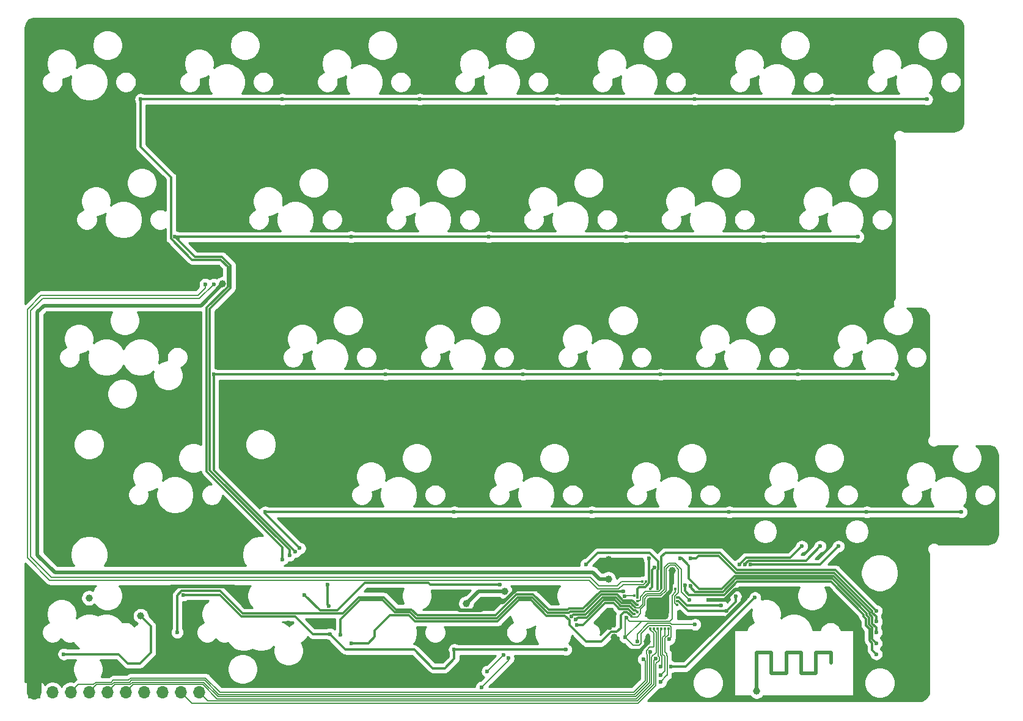
<source format=gbr>
%TF.GenerationSoftware,KiCad,Pcbnew,(5.1.10)-1*%
%TF.CreationDate,2023-08-12T15:50:21-04:00*%
%TF.ProjectId,niche65_mk2_left_RIGID,6e696368-6536-4355-9f6d-6b325f6c6566,rev?*%
%TF.SameCoordinates,Original*%
%TF.FileFunction,Copper,L1,Top*%
%TF.FilePolarity,Positive*%
%FSLAX46Y46*%
G04 Gerber Fmt 4.6, Leading zero omitted, Abs format (unit mm)*
G04 Created by KiCad (PCBNEW (5.1.10)-1) date 2023-08-12 15:50:21*
%MOMM*%
%LPD*%
G01*
G04 APERTURE LIST*
%TA.AperFunction,ComponentPad*%
%ADD10O,1.700000X1.700000*%
%TD*%
%TA.AperFunction,ComponentPad*%
%ADD11R,1.700000X1.700000*%
%TD*%
%TA.AperFunction,ViaPad*%
%ADD12C,1.000000*%
%TD*%
%TA.AperFunction,ViaPad*%
%ADD13C,0.600000*%
%TD*%
%TA.AperFunction,ViaPad*%
%ADD14C,0.400000*%
%TD*%
%TA.AperFunction,Conductor*%
%ADD15C,2.000000*%
%TD*%
%TA.AperFunction,Conductor*%
%ADD16C,1.000000*%
%TD*%
%TA.AperFunction,Conductor*%
%ADD17C,0.500000*%
%TD*%
%TA.AperFunction,Conductor*%
%ADD18C,0.200000*%
%TD*%
%TA.AperFunction,Conductor*%
%ADD19C,0.300000*%
%TD*%
%TA.AperFunction,Conductor*%
%ADD20C,0.254000*%
%TD*%
%TA.AperFunction,Conductor*%
%ADD21C,0.100000*%
%TD*%
G04 APERTURE END LIST*
D10*
%TO.P,J10,10*%
%TO.N,002*%
X115240000Y-184455000D03*
%TO.P,J10,9*%
%TO.N,003*%
X112700000Y-184455000D03*
%TO.P,J10,8*%
%TO.N,004*%
X110160000Y-184455000D03*
%TO.P,J10,7*%
%TO.N,005*%
X107620000Y-184455000D03*
%TO.P,J10,6*%
%TO.N,028*%
X105080000Y-184455000D03*
%TO.P,J10,5*%
%TO.N,029*%
X102540000Y-184455000D03*
%TO.P,J10,4*%
%TO.N,030*%
X100000000Y-184455000D03*
%TO.P,J10,3*%
%TO.N,031*%
X97460000Y-184455000D03*
%TO.P,J10,2*%
%TO.N,VDD_NRF*%
X94920000Y-184455000D03*
D11*
%TO.P,J10,1*%
%TO.N,GND*%
X92380000Y-184455000D03*
%TD*%
D12*
%TO.N,*%
X100000000Y-171437500D03*
D13*
%TO.N,GND*%
X185800000Y-171740770D03*
X172437500Y-173078270D03*
D12*
X172750000Y-176890770D03*
X177350000Y-177490770D03*
X180762500Y-167600064D03*
X177750000Y-173890770D03*
X178750000Y-173890770D03*
X179750000Y-173890770D03*
X179750000Y-171890770D03*
X178750000Y-171890770D03*
X177750000Y-171890770D03*
X177750000Y-172890770D03*
X178750000Y-172890770D03*
X179750000Y-172890770D03*
X114868742Y-127965618D03*
X185450000Y-176590770D03*
X200012500Y-152387500D03*
X219062500Y-152387500D03*
X219062500Y-161912500D03*
X180962500Y-152387500D03*
X180962500Y-161912500D03*
X161912500Y-161912500D03*
X161912500Y-152387500D03*
X142862500Y-152387500D03*
X142862500Y-161912500D03*
X111906250Y-152387500D03*
X102381250Y-180962500D03*
X123812500Y-180962500D03*
X142862500Y-180962500D03*
X142862500Y-171437500D03*
X164293750Y-180962500D03*
X153512500Y-181650000D03*
X156112500Y-176750000D03*
X161212500Y-176750000D03*
D13*
X172130000Y-175590770D03*
D12*
X148912500Y-179750000D03*
D13*
X147412500Y-172950000D03*
X151012500Y-172850000D03*
D12*
X163112500Y-170250000D03*
X207156250Y-180962500D03*
X197631250Y-171437500D03*
X209537500Y-133337500D03*
X190487500Y-133337500D03*
X171437500Y-133337500D03*
X111906250Y-161912500D03*
X107143750Y-142862500D03*
X102381250Y-133337500D03*
X133337500Y-133337500D03*
X133337500Y-142862500D03*
X128575000Y-114287500D03*
X128575000Y-123812500D03*
X104762500Y-123812500D03*
X104762500Y-114287500D03*
X147625000Y-114287500D03*
X166675000Y-114287500D03*
X185725000Y-114287500D03*
X185725000Y-123812500D03*
X204775000Y-114287500D03*
X204775000Y-123812500D03*
X214300000Y-104762500D03*
X214300000Y-95237500D03*
X195250000Y-95237500D03*
X195250000Y-104762500D03*
X176200000Y-104762500D03*
X176200000Y-95237500D03*
X157150000Y-95237500D03*
X157150000Y-104762500D03*
X138100000Y-95237500D03*
X138100000Y-104762500D03*
X119050000Y-95237500D03*
X119050000Y-104762500D03*
X100000000Y-95237500D03*
X100000000Y-104762500D03*
X98681250Y-140650000D03*
X132981250Y-174900000D03*
X171981250Y-166150000D03*
X220271875Y-97434375D03*
X210746875Y-116484375D03*
X215509375Y-135534375D03*
X225034375Y-154584375D03*
X166675000Y-123812500D03*
X147625000Y-123812500D03*
X209537500Y-142862500D03*
X190487500Y-142862500D03*
X171437500Y-142862500D03*
X152387500Y-133337500D03*
X152387500Y-142862500D03*
X97618750Y-157150000D03*
X110500000Y-175800000D03*
X121431250Y-171437500D03*
D13*
X127650000Y-174850000D03*
D14*
%TO.N,VDD_NRF*%
X181250000Y-170140770D03*
D13*
X180365000Y-177140770D03*
X174275000Y-176890770D03*
D14*
X175500000Y-171140770D03*
D13*
X174225000Y-171215770D03*
X174437500Y-174178270D03*
D12*
X152250000Y-172190770D03*
X157571730Y-170490770D03*
D13*
%TO.N,VBUS*%
X191630500Y-166802000D03*
D12*
X171950000Y-168790000D03*
X118468742Y-127965462D03*
D13*
X203822500Y-164262000D03*
%TO.N,Net-(C8-Pad2)*%
X183959990Y-175100780D03*
X175943000Y-177462770D03*
D12*
%TO.N,Antenna*%
X192481250Y-184350000D03*
D14*
%TO.N,111*%
X180250000Y-175640770D03*
D13*
X202989149Y-102381156D03*
X216085939Y-102381252D03*
X183939133Y-102381156D03*
X164889117Y-102381156D03*
X145839101Y-102381156D03*
X126789085Y-102381156D03*
X107143658Y-102381250D03*
X126789031Y-166079679D03*
X179176600Y-183046111D03*
D14*
%TO.N,112*%
X179750000Y-175640770D03*
D13*
X111906138Y-121431242D03*
X136314093Y-121431172D03*
X155364109Y-121431172D03*
X193464045Y-121431268D03*
X206560931Y-121431268D03*
X174414125Y-121431172D03*
X179176600Y-182153140D03*
X127755825Y-165524575D03*
%TO.N,113*%
X141076597Y-140481188D03*
X160126613Y-140481188D03*
X179176629Y-140481188D03*
X198226645Y-140481188D03*
X211323435Y-140481284D03*
X117264077Y-140481188D03*
X128553482Y-165022232D03*
D14*
%TO.N,114*%
X179250000Y-175640770D03*
D13*
X220848443Y-159531300D03*
X207751653Y-159531204D03*
X188701637Y-159531204D03*
X169651621Y-159531204D03*
X150601509Y-159531300D03*
X124407765Y-159531250D03*
X179176600Y-180962512D03*
X129186331Y-164544919D03*
%TO.N,115*%
X166079647Y-178581316D03*
X150601605Y-178581220D03*
X133337432Y-176409438D03*
X113096790Y-171018812D03*
X192250000Y-171390770D03*
X180662532Y-180960159D03*
D12*
%TO.N,Net-(D27-Pad2)*%
X107143750Y-173900000D03*
D13*
X96500000Y-179200000D03*
D14*
%TO.N,D+*%
X177140914Y-169150914D03*
D13*
X116068742Y-127975310D03*
D14*
%TO.N,D-*%
X176610914Y-169150914D03*
D13*
X117268742Y-127974834D03*
%TO.N,031*%
X176800000Y-179890770D03*
D14*
%TO.N,030*%
X177750000Y-175640770D03*
D13*
%TO.N,029*%
X177743030Y-178939165D03*
D14*
%TO.N,028*%
X178250000Y-175640770D03*
%TO.N,003*%
X178750000Y-175640770D03*
D13*
%TO.N,002*%
X178512139Y-179828631D03*
D14*
%TO.N,005*%
X176000000Y-173390770D03*
D13*
X167450000Y-174390770D03*
X157450000Y-179290770D03*
X155150000Y-181590770D03*
D14*
%TO.N,004*%
X175500000Y-173640770D03*
D13*
X167550000Y-175190770D03*
X154350000Y-183790770D03*
X158081130Y-179781370D03*
D14*
%TO.N,011*%
X176000000Y-171890770D03*
D13*
X209062564Y-173200000D03*
D14*
%TO.N,012*%
X176000000Y-171390770D03*
D13*
X209062500Y-174700064D03*
X183312500Y-165950064D03*
X177590915Y-165921649D03*
%TO.N,013*%
X209062500Y-176200064D03*
X181890706Y-165950064D03*
D14*
%TO.N,014*%
X177750000Y-170140770D03*
D13*
X209062564Y-177700000D03*
X178312500Y-167200064D03*
X183312500Y-169778270D03*
%TO.N,015*%
X209062564Y-179200000D03*
X182562500Y-169700064D03*
D14*
%TO.N,RESET*%
X178750000Y-170140770D03*
D13*
X156950000Y-169590770D03*
X129850000Y-170990770D03*
X168850000Y-166790770D03*
%TO.N,109*%
X174000000Y-170540770D03*
X112203775Y-176200000D03*
D14*
%TO.N,108*%
X176000000Y-172390770D03*
D13*
X134825707Y-176497657D03*
D14*
%TO.N,107*%
X181500000Y-172390770D03*
D13*
X136313992Y-177688285D03*
X133071729Y-169569041D03*
X133225038Y-172515732D03*
%TO.N,106*%
X183200000Y-171740770D03*
X166823835Y-173967573D03*
D14*
%TO.N,105*%
X181500000Y-171890770D03*
D13*
X188312500Y-173200064D03*
X189562500Y-171200000D03*
D14*
%TO.N,103*%
X181500000Y-171390770D03*
D13*
X187562500Y-172450064D03*
%TO.N,SWDCLK*%
X190868500Y-166802000D03*
X201282500Y-164262000D03*
%TO.N,SWDIO*%
X190106500Y-166802000D03*
X198742500Y-164262000D03*
%TD*%
D15*
%TO.N,GND*%
X92380000Y-184455000D02*
X92380000Y-183185000D01*
D16*
X179750000Y-171890770D02*
X178750000Y-171890770D01*
X178750000Y-171890770D02*
X177750000Y-171890770D01*
X177750000Y-171890770D02*
X177750000Y-172890770D01*
X177750000Y-172890770D02*
X177750000Y-173890770D01*
X177750000Y-173890770D02*
X178750000Y-173890770D01*
X178750000Y-173890770D02*
X179750000Y-173890770D01*
X179750000Y-173890770D02*
X179750000Y-172890770D01*
X179750000Y-171890770D02*
X179750000Y-172890770D01*
D17*
X179750000Y-171890770D02*
X179750000Y-171251480D01*
X180650000Y-167712564D02*
X180762500Y-167600064D01*
X180650000Y-170351480D02*
X180650000Y-167712564D01*
X180430355Y-170571125D02*
X180150000Y-170851480D01*
X179750000Y-171251480D02*
X180430355Y-170571125D01*
X180430355Y-170571125D02*
X180650000Y-170351480D01*
X180150000Y-173490770D02*
X179750000Y-173890770D01*
X180150000Y-170851480D02*
X180150000Y-173490770D01*
X179110710Y-171890770D02*
X178750000Y-171890770D01*
X180430355Y-170571125D02*
X179110710Y-171890770D01*
X177350000Y-177490770D02*
X177350000Y-177690770D01*
X177350000Y-177690770D02*
X176350000Y-178690770D01*
X174550000Y-178690770D02*
X176350000Y-178690770D01*
X172750000Y-176890770D02*
X174550000Y-178690770D01*
X172130000Y-175590770D02*
X172130000Y-173332500D01*
X172130000Y-173332500D02*
X172412500Y-173050000D01*
X151012500Y-172850000D02*
X151312500Y-173150000D01*
X151312500Y-173150000D02*
X154312500Y-173150000D01*
X154312500Y-173150000D02*
X155412500Y-172050000D01*
X157377865Y-172050000D02*
X159177865Y-170250000D01*
X155412500Y-172050000D02*
X157377865Y-172050000D01*
X159177865Y-170250000D02*
X163112500Y-170250000D01*
X163112500Y-170250000D02*
X163512500Y-170250000D01*
X185800000Y-171740770D02*
X188059728Y-171740770D01*
X188059728Y-171740770D02*
X189550498Y-170250000D01*
X185883796Y-176590770D02*
X185450000Y-176590770D01*
X191050000Y-171424566D02*
X185883796Y-176590770D01*
X191050000Y-170250000D02*
X191050000Y-171424566D01*
X189550498Y-170250000D02*
X191050000Y-170250000D01*
X191050000Y-170250000D02*
X193912500Y-170250000D01*
X110500000Y-175800000D02*
X110500000Y-170700000D01*
X110500000Y-170700000D02*
X111350000Y-169850000D01*
X111350000Y-169850000D02*
X120100000Y-169850000D01*
X120100000Y-169850000D02*
X120550000Y-170300000D01*
D18*
%TO.N,VDD_NRF*%
X180650001Y-176855769D02*
X180365000Y-177140770D01*
X180442001Y-175240769D02*
X180650001Y-175448769D01*
X177557999Y-175240769D02*
X180442001Y-175240769D01*
X176443001Y-176355767D02*
X177557999Y-175240769D01*
X180650001Y-175448769D02*
X180650001Y-176855769D01*
X176443001Y-177702771D02*
X176443001Y-176355767D01*
X176183001Y-177962771D02*
X176443001Y-177702771D01*
X175347001Y-177962771D02*
X176183001Y-177962771D01*
X174275000Y-176890770D02*
X175347001Y-177962771D01*
X175500000Y-171140770D02*
X174750000Y-171140770D01*
X174750000Y-171140770D02*
X174300000Y-171140770D01*
X174300000Y-171140770D02*
X174225000Y-171215770D01*
X174275000Y-174340770D02*
X174437500Y-174178270D01*
X174275000Y-176890770D02*
X174275000Y-174340770D01*
X174899980Y-174640750D02*
X176525020Y-174640750D01*
X174437500Y-174178270D02*
X174899980Y-174640750D01*
X176525020Y-174640750D02*
X174275000Y-176890770D01*
X181250000Y-170624490D02*
X181250000Y-170140770D01*
X180799990Y-171074500D02*
X181250000Y-170624490D01*
X180799989Y-174290781D02*
X180799990Y-171074500D01*
X180450019Y-174640750D02*
X180799989Y-174290781D01*
X176525020Y-174640750D02*
X180450019Y-174640750D01*
D17*
X153950000Y-170490770D02*
X152250000Y-172190770D01*
X157571730Y-170490770D02*
X153950000Y-170490770D01*
%TO.N,VBUS*%
X115477876Y-130956328D02*
X118468742Y-127965462D01*
X93748915Y-130956328D02*
X115477876Y-130956328D01*
X92855944Y-131849299D02*
X93748915Y-130956328D01*
X92855944Y-165484540D02*
X92855944Y-131849299D01*
X95237200Y-167865796D02*
X92855944Y-165484540D01*
X170720908Y-168790000D02*
X169796704Y-167865796D01*
X171950000Y-168790000D02*
X170720908Y-168790000D01*
X169796704Y-167865796D02*
X167535254Y-167865796D01*
X167535254Y-167865796D02*
X167103454Y-167865796D01*
D18*
X160970000Y-167810770D02*
X161025026Y-167865796D01*
D17*
X161025026Y-167865796D02*
X95237200Y-167865796D01*
X167103454Y-167865796D02*
X161025026Y-167865796D01*
D19*
X201282500Y-166802000D02*
X198996500Y-166802000D01*
D18*
X203822500Y-164262000D02*
X203822500Y-164262000D01*
D19*
X191630500Y-166802000D02*
X198996500Y-166802000D01*
X203822500Y-164262000D02*
X201282500Y-166802000D01*
D18*
%TO.N,Net-(C8-Pad2)*%
X175943000Y-176431490D02*
X175943000Y-177462770D01*
X177433731Y-174940759D02*
X175943000Y-176431490D01*
X180566270Y-174940760D02*
X177433731Y-174940759D01*
X180726290Y-175100780D02*
X180566270Y-174940760D01*
X183959990Y-175100780D02*
X180726290Y-175100780D01*
D17*
%TO.N,Antenna*%
X192481250Y-184350000D02*
X192481250Y-178950000D01*
X192481250Y-178950000D02*
X194541250Y-178950000D01*
X194541250Y-178950000D02*
X194541250Y-181890000D01*
X194541250Y-181890000D02*
X196601250Y-181890000D01*
X196601250Y-181890000D02*
X196601250Y-178950000D01*
X196601250Y-178950000D02*
X198661250Y-178950000D01*
X198661250Y-178950000D02*
X198661250Y-181890000D01*
X198661250Y-181890000D02*
X200721250Y-181890000D01*
X200721250Y-181890000D02*
X200721250Y-178950000D01*
X200721250Y-178950000D02*
X202781250Y-178950000D01*
X202781250Y-178950000D02*
X202781250Y-180420000D01*
D19*
%TO.N,111*%
X126788991Y-102381250D02*
X126789085Y-102381156D01*
X107143658Y-102381250D02*
X126788991Y-102381250D01*
X126789085Y-102381156D02*
X145839101Y-102381156D01*
X145839101Y-102381156D02*
X164889117Y-102381156D01*
X164889117Y-102381156D02*
X183939133Y-102381156D01*
X183939133Y-102381156D02*
X202989149Y-102381156D01*
X216085843Y-102381156D02*
X216085939Y-102381252D01*
X202989149Y-102381156D02*
X216085843Y-102381156D01*
X126789031Y-166079679D02*
X126789031Y-166079679D01*
D18*
X179176600Y-183046111D02*
X179176600Y-183046111D01*
X179776620Y-176989148D02*
X179776620Y-178883619D01*
X180250000Y-176515768D02*
X179776620Y-176989148D01*
X180250000Y-175640770D02*
X180250000Y-176515768D01*
X180071924Y-182150787D02*
X180069571Y-182153140D01*
X180069571Y-179373227D02*
X180071924Y-179375580D01*
X180071924Y-179375580D02*
X180071924Y-182150787D01*
X180069571Y-179176570D02*
X180069571Y-179373227D01*
X180069571Y-182153140D02*
X179176600Y-183046111D01*
X179776620Y-178883619D02*
X180069571Y-179176570D01*
D19*
X107143658Y-108949908D02*
X107143658Y-102381250D01*
X111356137Y-113162387D02*
X107143658Y-108949908D01*
X111356137Y-121695243D02*
X111356137Y-113162387D01*
X114250894Y-124590000D02*
X111356137Y-121695243D01*
X118253750Y-124590000D02*
X114250894Y-124590000D01*
X119218743Y-125554993D02*
X118253750Y-124590000D01*
X119218743Y-128325463D02*
X119218743Y-125554993D01*
X116314066Y-153914212D02*
X116314066Y-131230139D01*
X126789031Y-164389177D02*
X116314066Y-153914212D01*
X116314066Y-131230139D02*
X119218743Y-128325463D01*
X126789031Y-166079679D02*
X126789031Y-164389177D01*
%TO.N,112*%
X206560931Y-121431268D02*
X193464045Y-121431268D01*
X193464045Y-121431268D02*
X174414125Y-121431268D01*
X155364109Y-121431172D02*
X136314093Y-121431172D01*
X111906208Y-121431172D02*
X111906138Y-121431242D01*
X112582578Y-121431172D02*
X112244323Y-121769427D01*
X111906138Y-121431242D02*
X112244323Y-121769427D01*
X136314093Y-121431172D02*
X112822578Y-121431172D01*
X112822578Y-121431172D02*
X112582578Y-121431172D01*
X112384922Y-121898828D02*
X112379323Y-121904427D01*
X112384922Y-121431172D02*
X112384922Y-121898828D01*
X112244323Y-121769427D02*
X112379323Y-121904427D01*
X112822578Y-121431172D02*
X112384922Y-121431172D01*
X112384922Y-121431172D02*
X111906208Y-121431172D01*
X119618751Y-128491153D02*
X116714076Y-131395828D01*
X119618751Y-125389303D02*
X119618751Y-128491153D01*
X118419439Y-124189990D02*
X119618751Y-125389303D01*
X114664886Y-124189990D02*
X118419439Y-124189990D01*
X112379323Y-121904427D02*
X114664886Y-124189990D01*
D18*
X179750000Y-176591490D02*
X179476610Y-176864880D01*
X179750000Y-175640770D02*
X179750000Y-176591490D01*
X179476610Y-176864880D02*
X179476610Y-177985942D01*
X179476610Y-179204544D02*
X179771914Y-179499848D01*
X179476610Y-177985942D02*
X179476610Y-179204544D01*
X179771914Y-181557826D02*
X179176600Y-182153140D01*
X179771914Y-179499848D02*
X179771914Y-181557826D01*
X179176600Y-182153140D02*
X179176600Y-182153140D01*
D19*
X116714076Y-153748524D02*
X116714076Y-148982826D01*
X127755825Y-164790273D02*
X116714076Y-153748524D01*
X127755825Y-165524575D02*
X127755825Y-164790273D01*
X116714076Y-148982826D02*
X116714076Y-153532740D01*
X116714076Y-131395828D02*
X116714076Y-148982826D01*
X174414125Y-121431172D02*
X155364109Y-121431172D01*
%TO.N,113*%
X198226741Y-140481284D02*
X198226645Y-140481188D01*
X211323435Y-140481284D02*
X198226741Y-140481284D01*
X198226645Y-140481188D02*
X179176629Y-140481188D01*
X179176629Y-140481188D02*
X160126613Y-140481188D01*
X160126613Y-140481188D02*
X141076597Y-140481188D01*
X117264077Y-140481188D02*
X141076597Y-140481188D01*
X117264077Y-140481188D02*
X117264077Y-151196908D01*
X117264077Y-151196908D02*
X117264077Y-152982847D01*
X117264077Y-153732827D02*
X117264077Y-153467173D01*
X128553482Y-165022232D02*
X117264077Y-153732827D01*
X117264077Y-151196908D02*
X117264077Y-153467173D01*
%TO.N,114*%
X150601459Y-159531250D02*
X150601509Y-159531300D01*
X169651525Y-159531300D02*
X169651621Y-159531204D01*
X150601509Y-159531300D02*
X169651525Y-159531300D01*
X169651621Y-159531204D02*
X188701637Y-159531204D01*
X188701637Y-159531204D02*
X207751653Y-159531204D01*
X207751653Y-159531204D02*
X220848347Y-159531204D01*
X124407765Y-159531250D02*
X124407765Y-159531250D01*
X124407765Y-159531250D02*
X150601459Y-159531250D01*
D18*
X179176600Y-175890946D02*
X179176600Y-179328812D01*
X179250000Y-175817546D02*
X179176600Y-175890946D01*
X179250000Y-175640770D02*
X179250000Y-175817546D01*
X179176600Y-179328812D02*
X179312150Y-179464362D01*
X179312150Y-179464362D02*
X179312150Y-180826962D01*
X179312150Y-180826962D02*
X179176600Y-180962512D01*
X179176600Y-180962512D02*
X179176600Y-180962512D01*
D19*
X124407765Y-159766353D02*
X124407765Y-159531250D01*
X129186331Y-164544919D02*
X124407765Y-159766353D01*
%TO.N,115*%
X150601701Y-178581316D02*
X150601605Y-178581220D01*
X166079647Y-178581316D02*
X150601701Y-178581316D01*
X130975004Y-176409438D02*
X133337432Y-176409438D01*
X128521665Y-173956099D02*
X130975004Y-176409438D01*
X121068535Y-173956099D02*
X128521665Y-173956099D01*
X118131248Y-171018812D02*
X121068535Y-173956099D01*
X113096790Y-171018812D02*
X118131248Y-171018812D01*
X182680611Y-180960159D02*
X192250000Y-171390770D01*
X180662532Y-180960159D02*
X182680611Y-180960159D01*
X135509214Y-178581220D02*
X133337432Y-176409438D01*
X145043720Y-178581220D02*
X135509214Y-178581220D01*
X147612500Y-181150000D02*
X145043720Y-178581220D01*
X149312500Y-181150000D02*
X147612500Y-181150000D01*
X150601605Y-179860895D02*
X149312500Y-181150000D01*
X150601605Y-178581220D02*
X150601605Y-179860895D01*
%TO.N,Net-(D27-Pad2)*%
X108562151Y-175318401D02*
X107143750Y-173900000D01*
X108562151Y-178959101D02*
X108562151Y-175318401D01*
X107031251Y-180490001D02*
X108562151Y-178959101D01*
X105351249Y-180490001D02*
X107031251Y-180490001D01*
X104061248Y-179200000D02*
X105351249Y-180490001D01*
X96500000Y-179200000D02*
X104061248Y-179200000D01*
D18*
%TO.N,D+*%
X116068742Y-127975310D02*
X116068742Y-128538437D01*
X116068742Y-128538437D02*
X115066479Y-129540700D01*
X169260593Y-168983767D02*
X170451221Y-170174395D01*
X115066479Y-129540700D02*
X93358058Y-129540700D01*
X93358058Y-129540700D02*
X91440316Y-131458442D01*
X174006250Y-169550000D02*
X174007230Y-169550980D01*
X91440316Y-131458442D02*
X91440316Y-165875397D01*
X91440316Y-165875397D02*
X94548686Y-168983767D01*
X94548686Y-168983767D02*
X156511283Y-168983767D01*
X170451221Y-170174395D02*
X173381855Y-170174395D01*
X173381855Y-170174395D02*
X174006250Y-169550000D01*
X177140914Y-169212916D02*
X177140914Y-169150914D01*
X176802850Y-169550980D02*
X177140914Y-169212916D01*
X174007230Y-169550980D02*
X176280210Y-169550980D01*
X176280210Y-169550980D02*
X176802850Y-169550980D01*
X156511283Y-168983767D02*
X169260593Y-168983767D01*
%TO.N,D-*%
X94735086Y-168533767D02*
X155767483Y-168533767D01*
X91890316Y-165688997D02*
X94735086Y-168533767D01*
X91890316Y-131644842D02*
X91890316Y-165688997D01*
X93544458Y-129990700D02*
X91890316Y-131644842D01*
X169446993Y-168533767D02*
X170637621Y-169724395D01*
X117268742Y-127974834D02*
X115252876Y-129990700D01*
X115252876Y-129990700D02*
X93544458Y-129990700D01*
X173754086Y-169120914D02*
X173150605Y-169724395D01*
X170637621Y-169724395D02*
X173150605Y-169724395D01*
X175799856Y-169120914D02*
X176580914Y-169120914D01*
X176580914Y-169120914D02*
X176610914Y-169150914D01*
X175799856Y-169120914D02*
X173754086Y-169120914D01*
X155767483Y-168533767D02*
X169446993Y-168533767D01*
%TO.N,031*%
X175449747Y-184487628D02*
X177042989Y-182894386D01*
X118119690Y-184487628D02*
X175449747Y-184487628D01*
X177042989Y-180133759D02*
X176800000Y-179890770D01*
X177042989Y-182894386D02*
X177042989Y-180133759D01*
X103055684Y-183090760D02*
X103355694Y-182790750D01*
X98524230Y-183390770D02*
X100639952Y-183390770D01*
X100939962Y-183090760D02*
X103055684Y-183090760D01*
X105471416Y-182790750D02*
X105757195Y-182504971D01*
X105757195Y-182504971D02*
X116137033Y-182504971D01*
X103355694Y-182790750D02*
X105471416Y-182790750D01*
X100639952Y-183390770D02*
X100939962Y-183090760D01*
X116137033Y-182504971D02*
X118119690Y-184487628D01*
X97460000Y-184455000D02*
X98524230Y-183390770D01*
%TO.N,030*%
X101064230Y-183390770D02*
X100000000Y-184455000D01*
X103179952Y-183390770D02*
X101064230Y-183390770D01*
X103479962Y-183090760D02*
X103179952Y-183390770D01*
X177243029Y-179179166D02*
X177342999Y-179279136D01*
X177342999Y-179279136D02*
X177342999Y-183018654D01*
X177342999Y-183018654D02*
X175574015Y-184787638D01*
X177243029Y-178699164D02*
X177243029Y-179179166D01*
X175574015Y-184787638D02*
X117995424Y-184787638D01*
X116012765Y-182804981D02*
X105881463Y-182804981D01*
X105595684Y-183090760D02*
X103479962Y-183090760D01*
X105881463Y-182804981D02*
X105595684Y-183090760D01*
X177750000Y-175640770D02*
X177750000Y-175813049D01*
X178250000Y-176290770D02*
X178276570Y-176317340D01*
X178227721Y-176290770D02*
X178250000Y-176290770D01*
X177750000Y-175813049D02*
X178227721Y-176290770D01*
X178276570Y-176317340D02*
X178276570Y-178164200D01*
X178199288Y-178241482D02*
X177700712Y-178241482D01*
X178276570Y-178164200D02*
X178199288Y-178241482D01*
X177700712Y-178241482D02*
X177243029Y-178699164D01*
X117995424Y-184787638D02*
X116012765Y-182804981D01*
%TO.N,029*%
X177643009Y-183142922D02*
X177643009Y-179039186D01*
X175698283Y-185087648D02*
X177643009Y-183142922D01*
X117871156Y-185087648D02*
X175698283Y-185087648D01*
X177643009Y-179039186D02*
X177743030Y-178939165D01*
X106005732Y-183104990D02*
X115888498Y-183104990D01*
X105719952Y-183390770D02*
X106005732Y-183104990D01*
X103604230Y-183390770D02*
X105719952Y-183390770D01*
X102540000Y-184455000D02*
X103604230Y-183390770D01*
X115888498Y-183104990D02*
X117871156Y-185087648D01*
%TO.N,028*%
X115764229Y-183404999D02*
X106130001Y-183404999D01*
X175822551Y-185387658D02*
X117746888Y-185387658D01*
X106130001Y-183404999D02*
X105080000Y-184455000D01*
X177943019Y-183267190D02*
X175822551Y-185387658D01*
X177943019Y-179597751D02*
X177943019Y-183267190D01*
X178576580Y-178964190D02*
X177943019Y-179597751D01*
X178576580Y-176190770D02*
X178576580Y-178964190D01*
X178250000Y-175864190D02*
X178576580Y-176190770D01*
X178250000Y-175640770D02*
X178250000Y-175864190D01*
X117746888Y-185387658D02*
X115764229Y-183404999D01*
%TO.N,003*%
X114232678Y-185987678D02*
X112700000Y-184455000D01*
X176071087Y-185987678D02*
X114232678Y-185987678D01*
X178543037Y-183515728D02*
X176071087Y-185987678D01*
X179012140Y-180078630D02*
X178543039Y-180547731D01*
X179012140Y-179588630D02*
X179012140Y-180078630D01*
X178876590Y-179453080D02*
X179012140Y-179588630D01*
X178543039Y-180547731D02*
X178543037Y-183515728D01*
X178750000Y-175732772D02*
X178876590Y-175859362D01*
X178876590Y-175859362D02*
X178876590Y-179453080D01*
X178750000Y-175640770D02*
X178750000Y-175732772D01*
%TO.N,002*%
X116472668Y-185687668D02*
X115240000Y-184455000D01*
X175946819Y-185687668D02*
X116472668Y-185687668D01*
X178243028Y-183391459D02*
X175946819Y-185687668D01*
X178243029Y-180097741D02*
X178243028Y-183391459D01*
X178512139Y-179828631D02*
X178243029Y-180097741D01*
%TO.N,005*%
X176000000Y-173390770D02*
X175849999Y-173240769D01*
D19*
X175750011Y-173140781D02*
X175441838Y-173140781D01*
X176000000Y-173390770D02*
X175750011Y-173140781D01*
X175441838Y-173137016D02*
X175438073Y-173137016D01*
X175441838Y-173140781D02*
X175441838Y-173137016D01*
X175438073Y-173137016D02*
X174866848Y-172565791D01*
X174866848Y-172565791D02*
X174050000Y-172565791D01*
X174050000Y-172565791D02*
X173750000Y-172565791D01*
X173629621Y-172565791D02*
X173395300Y-172331470D01*
X173750000Y-172565791D02*
X173629621Y-172565791D01*
X173395300Y-172331470D02*
X172804632Y-171740800D01*
X172804632Y-171740800D02*
X171950000Y-171740800D01*
X171950000Y-171740800D02*
X171915689Y-171740800D01*
X171915689Y-171740800D02*
X171343017Y-171740800D01*
X171343017Y-171740800D02*
X168958015Y-174125803D01*
X168958015Y-174125803D02*
X167714967Y-174125803D01*
X167714967Y-174125803D02*
X167450000Y-174390770D01*
X167450000Y-174390770D02*
X167450000Y-174390770D01*
D18*
X157450000Y-179290770D02*
X155150000Y-181590770D01*
X155150000Y-181590770D02*
X155150000Y-181590770D01*
%TO.N,004*%
X175415002Y-173640770D02*
X175500000Y-173640770D01*
D19*
X175363034Y-173640770D02*
X175500000Y-173640770D01*
X174688065Y-172965801D02*
X175363034Y-173640770D01*
X174050000Y-172965801D02*
X174688065Y-172965801D01*
X173463932Y-172965801D02*
X173229609Y-172731479D01*
X174050000Y-172965801D02*
X173463932Y-172965801D01*
X173229609Y-172731479D02*
X172638943Y-172140810D01*
X172638943Y-172140810D02*
X172050000Y-172140810D01*
X172050000Y-172140810D02*
X171508706Y-172140810D01*
X171508706Y-172140810D02*
X170404373Y-173245142D01*
X170404373Y-173245142D02*
X168458745Y-175190770D01*
X168458745Y-175190770D02*
X167550000Y-175190770D01*
D18*
X158081130Y-180059640D02*
X154350000Y-183790770D01*
X154350000Y-183790770D02*
X154350000Y-183790770D01*
X158081130Y-179781370D02*
X158081130Y-180059640D01*
D19*
%TO.N,011*%
X203432878Y-167570314D02*
X209062564Y-173200000D01*
X187386661Y-165189063D02*
X189767912Y-167570314D01*
X179300001Y-165712563D02*
X179823501Y-165189063D01*
X179823501Y-165189063D02*
X187386661Y-165189063D01*
X189767912Y-167570314D02*
X203432878Y-167570314D01*
X179300001Y-169940771D02*
X179300001Y-170112771D01*
D18*
X178942001Y-170540771D02*
X179300001Y-170182771D01*
X176400003Y-171242253D02*
X177101485Y-170540771D01*
X176400001Y-171440769D02*
X176400003Y-171242253D01*
X177101485Y-170540771D02*
X178942001Y-170540771D01*
X176400001Y-171667545D02*
X176400001Y-171440769D01*
X176176776Y-171890770D02*
X176400001Y-171667545D01*
X176000000Y-171890770D02*
X176176776Y-171890770D01*
D19*
X179300001Y-169940771D02*
X179300001Y-168940769D01*
X179300001Y-167140769D02*
X179300001Y-168940769D01*
X179300001Y-167140769D02*
X179300001Y-165712563D01*
%TO.N,012*%
X176000000Y-171390770D02*
X176000000Y-170150990D01*
X176000000Y-170150990D02*
X176250000Y-169900990D01*
X177056840Y-169900990D02*
X177590915Y-169366915D01*
X177590915Y-169366915D02*
X177590915Y-168731685D01*
X176250000Y-169900990D02*
X177056840Y-169900990D01*
X203267190Y-167970324D02*
X202082760Y-167970324D01*
X208512563Y-173215697D02*
X203267190Y-167970324D01*
X208512563Y-173464001D02*
X208512563Y-173215697D01*
X202082760Y-167970324D02*
X196526561Y-167970324D01*
X209062500Y-174013938D02*
X208512563Y-173464001D01*
X209062500Y-174700064D02*
X209062500Y-174013938D01*
X196526561Y-167970324D02*
X193158702Y-167970324D01*
X193158702Y-167970324D02*
X189602222Y-167970322D01*
X189602222Y-167970322D02*
X187220973Y-165589073D01*
X177590915Y-168731685D02*
X177590915Y-165921649D01*
X183312500Y-165950064D02*
X184062500Y-165950064D01*
X184062500Y-165950064D02*
X184423491Y-165589073D01*
X187220973Y-165589073D02*
X184423491Y-165589073D01*
%TO.N,013*%
X208112555Y-173629691D02*
X208512499Y-174029635D01*
X209062500Y-175514066D02*
X209062500Y-176200064D01*
X208112555Y-173381387D02*
X208112555Y-173629691D01*
X189436536Y-168370334D02*
X203101502Y-168370334D01*
X208512499Y-174029635D02*
X208512499Y-174964065D01*
X187617969Y-170188901D02*
X189436536Y-168370334D01*
X184551337Y-170188901D02*
X187617969Y-170188901D01*
X183101603Y-168739167D02*
X184551337Y-170188901D01*
X183101603Y-166942373D02*
X183101603Y-168739167D01*
X203101502Y-168370334D02*
X208112555Y-173381387D01*
X182109294Y-165950064D02*
X183101603Y-166942373D01*
X208512499Y-174964065D02*
X209062500Y-175514066D01*
X181890706Y-165950064D02*
X182109294Y-165950064D01*
%TO.N,014*%
X177750000Y-170140770D02*
X178000000Y-169890770D01*
X178000000Y-169890770D02*
X178000000Y-168890770D01*
X178000000Y-168890770D02*
X178000000Y-168012564D01*
X183951347Y-170588911D02*
X183312500Y-169950064D01*
X187783658Y-170588911D02*
X183951347Y-170588911D01*
X189602224Y-168770344D02*
X187783658Y-170588911D01*
X207712547Y-173547077D02*
X202935814Y-168770344D01*
X207712547Y-173795381D02*
X207712547Y-173547077D01*
X208062500Y-174145334D02*
X207712547Y-173795381D01*
X208062500Y-175079764D02*
X208062500Y-174145334D01*
X208512499Y-175529763D02*
X208062500Y-175079764D01*
X208512499Y-177149935D02*
X208512499Y-175529763D01*
X202935814Y-168770344D02*
X189602224Y-168770344D01*
X209062564Y-177700000D02*
X208512499Y-177149935D01*
X178000000Y-168012564D02*
X178000000Y-167512564D01*
X178000000Y-167512564D02*
X178312500Y-167200064D01*
X178312500Y-167200064D02*
X178312500Y-167200064D01*
X183312500Y-169778270D02*
X183312500Y-169950064D01*
%TO.N,015*%
X182562500Y-170450064D02*
X182562500Y-169700064D01*
X209062564Y-179200000D02*
X208512563Y-178649999D01*
X208512563Y-178649999D02*
X208512563Y-177715697D01*
X208112489Y-175695451D02*
X207662490Y-175245453D01*
X208512563Y-177715697D02*
X208112489Y-177315624D01*
X207662490Y-175245453D02*
X207662490Y-174311022D01*
X207312539Y-173961071D02*
X207312539Y-173712767D01*
X207312539Y-173712767D02*
X202770126Y-169170354D01*
X202770126Y-169170354D02*
X189767913Y-169170354D01*
X189767913Y-169170354D02*
X187949347Y-170988921D01*
X207662490Y-174311022D02*
X207312539Y-173961071D01*
X187949347Y-170988921D02*
X183101357Y-170988921D01*
X208112489Y-177315624D02*
X208112489Y-175695451D01*
X183101357Y-170988921D02*
X182562500Y-170450064D01*
%TO.N,RESET*%
X178750000Y-170140770D02*
X178750000Y-168890770D01*
X178750000Y-168890770D02*
X178750000Y-168890770D01*
X178862501Y-166379233D02*
X177683332Y-165200064D01*
X178862501Y-167464065D02*
X178862501Y-166379233D01*
X178750000Y-167576566D02*
X178862501Y-167464065D01*
X178750000Y-168890770D02*
X178750000Y-167576566D01*
X177683332Y-165200064D02*
X176812500Y-165200064D01*
X176812500Y-165200064D02*
X170440706Y-165200064D01*
X170440706Y-165200064D02*
X168850000Y-166790770D01*
X168850000Y-166790770D02*
X168850000Y-166790770D01*
X129850000Y-170990770D02*
X129850000Y-170990770D01*
X132015309Y-173156079D02*
X129850000Y-170990770D01*
X134384691Y-173156079D02*
X132015309Y-173156079D01*
X138206993Y-169333777D02*
X134384691Y-173156079D01*
X147026227Y-169333777D02*
X138206993Y-169333777D01*
X147283220Y-169590770D02*
X147026227Y-169333777D01*
X156950000Y-169590770D02*
X147283220Y-169590770D01*
%TO.N,109*%
X112203775Y-176200000D02*
X112203775Y-176200000D01*
X171000000Y-170540770D02*
X174000000Y-170540770D01*
X168460948Y-172925773D02*
X170845951Y-170540770D01*
X166485934Y-172925773D02*
X168460948Y-172925773D01*
X163663865Y-173069968D02*
X166341739Y-173069968D01*
X161529023Y-170935125D02*
X163663865Y-173069968D01*
X159199860Y-170935125D02*
X161529023Y-170935125D01*
X118146945Y-170468811D02*
X121234223Y-173556089D01*
X121234223Y-173556089D02*
X135117977Y-173556089D01*
X112832789Y-170468811D02*
X118146945Y-170468811D01*
X156285006Y-173849980D02*
X159199860Y-170935125D01*
X135117977Y-173556089D02*
X137338931Y-171335135D01*
X142549155Y-173018723D02*
X142564789Y-173018724D01*
X140865567Y-171335135D02*
X142549155Y-173018723D01*
X112203775Y-176200000D02*
X112203775Y-171097825D01*
X142564789Y-173018724D02*
X144612622Y-173018724D01*
X170845951Y-170540770D02*
X171000000Y-170540770D01*
X112203775Y-171097825D02*
X112832789Y-170468811D01*
X145443877Y-173849980D02*
X156285006Y-173849980D01*
X166341739Y-173069968D02*
X166485934Y-172925773D01*
X137338931Y-171335135D02*
X140865567Y-171335135D01*
X144612622Y-173018724D02*
X145443877Y-173849980D01*
%TO.N,108*%
X134825707Y-176497657D02*
X134825707Y-176497657D01*
X175691999Y-172248771D02*
X175691999Y-172259545D01*
X173960999Y-171765771D02*
X175208999Y-171765771D01*
X173136008Y-170940780D02*
X173960999Y-171765771D01*
X171011639Y-170940780D02*
X173136008Y-170940780D01*
X168626637Y-173325783D02*
X171011639Y-170940780D01*
X166651623Y-173325783D02*
X168626637Y-173325783D01*
X134825707Y-176497657D02*
X134825707Y-174414058D01*
X175823224Y-172390770D02*
X176000000Y-172390770D01*
X159365549Y-171335135D02*
X161363334Y-171335135D01*
X134825707Y-174414058D02*
X137504620Y-171735145D01*
X137504620Y-171735145D02*
X140699878Y-171735145D01*
X140699878Y-171735145D02*
X141929991Y-172965257D01*
X163498176Y-173469978D02*
X166507428Y-173469978D01*
X141929991Y-172965257D02*
X141929991Y-172971086D01*
X141929991Y-172971086D02*
X142377639Y-173418734D01*
X166507428Y-173469978D02*
X166651623Y-173325783D01*
X142377639Y-173418734D02*
X144446933Y-173418734D01*
X175691999Y-172259545D02*
X175823224Y-172390770D01*
X144446933Y-173418734D02*
X145278188Y-174249990D01*
X175208999Y-171765771D02*
X175691999Y-172248771D01*
X145278188Y-174249990D02*
X156450695Y-174249990D01*
X156450695Y-174249990D02*
X159365549Y-171335135D01*
X161363334Y-171335135D02*
X163498176Y-173469978D01*
D18*
%TO.N,107*%
X177974257Y-171140791D02*
X177649979Y-171140791D01*
X175268047Y-174040771D02*
X175084023Y-173856747D01*
X175942001Y-174040771D02*
X175268047Y-174040771D01*
X176400001Y-173582771D02*
X175942001Y-174040771D01*
X176400000Y-173007050D02*
X176400001Y-173582771D01*
X177000020Y-172407030D02*
X176400000Y-173007050D01*
X177350021Y-171140791D02*
X177000021Y-171490791D01*
X177000021Y-171490791D02*
X177000020Y-172407030D01*
X177649979Y-171140791D02*
X177350021Y-171140791D01*
X175050000Y-173965770D02*
X175100001Y-173943436D01*
X175125001Y-174040771D02*
X175050000Y-173965770D01*
X175268047Y-174040771D02*
X175125001Y-174040771D01*
D19*
X133071729Y-172362423D02*
X133225038Y-172515732D01*
X136313992Y-177688285D02*
X136313992Y-177688285D01*
X133071729Y-169569041D02*
X133071729Y-172362423D01*
D18*
X179224280Y-171140790D02*
X178999979Y-171140791D01*
X181500000Y-172390770D02*
X181500000Y-172340770D01*
X178999979Y-171140791D02*
X177649979Y-171140791D01*
X181307999Y-172290771D02*
X181099999Y-172082771D01*
X179950021Y-167390749D02*
X179950021Y-170415049D01*
X181450001Y-172290771D02*
X181307999Y-172290771D01*
X179950021Y-170415049D02*
X179224280Y-171140790D01*
X180192896Y-167147874D02*
X179950021Y-167390749D01*
X181099999Y-172082771D02*
X181099999Y-171198769D01*
X181650001Y-167451563D02*
X181098501Y-166900063D01*
X181099999Y-171198769D02*
X181650001Y-170648767D01*
X180426499Y-166900063D02*
X180192896Y-167133666D01*
X181500000Y-172340770D02*
X181450001Y-172290771D01*
X181650001Y-170648767D02*
X181650001Y-167451563D01*
X181098501Y-166900063D02*
X180426499Y-166900063D01*
X180192896Y-167133666D02*
X180192896Y-167147874D01*
D19*
X174522376Y-173365811D02*
X175100001Y-173943436D01*
X173651635Y-173789135D02*
X174074959Y-173365811D01*
X173651635Y-175599135D02*
X173651635Y-173789135D01*
X172303269Y-176140769D02*
X173110001Y-176140769D01*
X170953268Y-177490770D02*
X172303269Y-176140769D01*
X168850000Y-177490770D02*
X170953268Y-177490770D01*
X166540097Y-175180867D02*
X168850000Y-177490770D01*
X173110001Y-176140769D02*
X173651635Y-175599135D01*
X138695248Y-177688285D02*
X139588219Y-176795314D01*
X139588219Y-176795314D02*
X139588219Y-175902343D01*
X136313992Y-177688285D02*
X138695248Y-177688285D01*
X165892512Y-173869988D02*
X166540097Y-174517574D01*
X139588219Y-175902343D02*
X141671818Y-173818744D01*
X174074959Y-173365811D02*
X174522376Y-173365811D01*
X141671818Y-173818744D02*
X144281244Y-173818744D01*
X156616383Y-174650000D02*
X159531238Y-171735145D01*
X166540097Y-174517574D02*
X166540097Y-175180867D01*
X144281244Y-173818744D02*
X145112500Y-174650000D01*
X159531238Y-171735145D02*
X161197645Y-171735145D01*
X145112500Y-174650000D02*
X156616383Y-174650000D01*
X161197645Y-171735145D02*
X163332488Y-173869988D01*
X163332488Y-173869988D02*
X165892512Y-173869988D01*
D18*
%TO.N,106*%
X183200000Y-171740770D02*
X182449999Y-170990769D01*
D19*
X171750000Y-171340790D02*
X172970320Y-171340790D01*
X172970320Y-171340790D02*
X173795310Y-172165781D01*
X173795310Y-172165781D02*
X175043311Y-172165781D01*
X175043311Y-172165781D02*
X175291989Y-172414459D01*
X175423214Y-172556459D02*
X175603763Y-172737008D01*
X175291989Y-172425234D02*
X175423214Y-172556459D01*
X175291989Y-172414459D02*
X175291989Y-172425234D01*
X171750000Y-171340790D02*
X171177328Y-171340790D01*
X168792326Y-173725793D02*
X167065614Y-173725793D01*
X171177328Y-171340790D02*
X168792326Y-173725793D01*
X167065614Y-173725793D02*
X166823835Y-173967573D01*
D18*
X176192001Y-172790771D02*
X175650001Y-172790771D01*
X176700012Y-171366522D02*
X176700011Y-172282761D01*
X177225753Y-170840781D02*
X176700012Y-171366522D01*
X179100011Y-170840781D02*
X177225753Y-170840781D01*
X179650011Y-170290781D02*
X179100011Y-170840781D01*
X176700011Y-172282761D02*
X176192001Y-172790771D01*
X179650011Y-167252273D02*
X179650011Y-170290781D01*
X180302231Y-166600053D02*
X179650011Y-167252273D01*
X181222770Y-166600054D02*
X180302231Y-166600053D01*
X182062499Y-167439783D02*
X181222770Y-166600054D01*
X182062499Y-170603269D02*
X182062499Y-167439783D01*
X183200000Y-171740770D02*
X182062499Y-170603269D01*
D19*
%TO.N,105*%
X188353206Y-173159358D02*
X188312500Y-173200064D01*
X189562500Y-171950064D02*
X188312500Y-173200064D01*
X181666002Y-171890770D02*
X181500000Y-171890770D01*
X182975296Y-173200064D02*
X181666002Y-171890770D01*
X188312500Y-173200064D02*
X182975296Y-173200064D01*
X189562500Y-171200000D02*
X189562500Y-171950064D01*
%TO.N,103*%
X187562500Y-172450064D02*
X187562500Y-172450064D01*
X181731700Y-171390770D02*
X181500000Y-171390770D01*
X182790994Y-172450064D02*
X181731700Y-171390770D01*
X187562500Y-172450064D02*
X182790994Y-172450064D01*
%TO.N,SWDCLK*%
X190868500Y-166717998D02*
X190868500Y-166802000D01*
X191334499Y-166251999D02*
X190868500Y-166717998D01*
X199292501Y-166251999D02*
X191334499Y-166251999D01*
X201282500Y-164262000D02*
X201282500Y-164262000D01*
X201282500Y-164262000D02*
X199292501Y-166251999D01*
%TO.N,SWDIO*%
X197152511Y-165851989D02*
X198742500Y-164262000D01*
X190106500Y-166749998D02*
X191004509Y-165851989D01*
X191004509Y-165851989D02*
X197152511Y-165851989D01*
X190106500Y-166802000D02*
X190106500Y-166749998D01*
X198742500Y-164262000D02*
X198742500Y-164262000D01*
%TD*%
D20*
%TO.N,GND*%
X220054782Y-91188259D02*
X220299855Y-91262251D01*
X220525890Y-91382435D01*
X220724281Y-91544240D01*
X220887460Y-91741489D01*
X221009220Y-91966679D01*
X221084924Y-92211239D01*
X221115001Y-92497400D01*
X221115000Y-105466495D01*
X221086733Y-105754782D01*
X221012741Y-105999855D01*
X220892554Y-106225893D01*
X220730754Y-106424279D01*
X220533503Y-106587460D01*
X220308310Y-106709221D01*
X220063753Y-106784924D01*
X219777602Y-106815000D01*
X212907456Y-106815000D01*
X212881604Y-106789328D01*
X212874151Y-106783335D01*
X212835913Y-106753028D01*
X212783715Y-106719388D01*
X212732009Y-106685036D01*
X212723543Y-106680610D01*
X212723538Y-106680607D01*
X212723533Y-106680605D01*
X212680137Y-106658303D01*
X212622425Y-106635454D01*
X212565022Y-106611794D01*
X212555847Y-106609093D01*
X212508946Y-106595644D01*
X212447870Y-106584434D01*
X212386977Y-106572377D01*
X212377456Y-106571510D01*
X212377452Y-106571510D01*
X212328831Y-106567427D01*
X212266754Y-106568294D01*
X212204660Y-106568294D01*
X212195148Y-106569293D01*
X212146661Y-106574732D01*
X212085910Y-106587646D01*
X212025034Y-106599700D01*
X212015897Y-106602528D01*
X211969390Y-106617281D01*
X211912314Y-106641744D01*
X211854925Y-106665398D01*
X211846512Y-106669947D01*
X211803755Y-106693453D01*
X211752517Y-106728537D01*
X211700820Y-106762884D01*
X211693450Y-106768980D01*
X211656074Y-106800342D01*
X211612636Y-106844700D01*
X211568581Y-106888448D01*
X211562536Y-106895860D01*
X211531963Y-106933884D01*
X211497951Y-106985860D01*
X211463251Y-107037305D01*
X211458761Y-107045749D01*
X211436156Y-107088988D01*
X211412900Y-107146548D01*
X211388838Y-107203789D01*
X211386074Y-107212945D01*
X211372298Y-107259752D01*
X211360665Y-107320733D01*
X211348181Y-107381553D01*
X211347247Y-107391072D01*
X211342825Y-107439662D01*
X211343259Y-107501744D01*
X211342825Y-107563827D01*
X211343758Y-107573346D01*
X211348858Y-107621870D01*
X211361345Y-107682703D01*
X211372975Y-107743670D01*
X211375739Y-107752822D01*
X211375740Y-107752828D01*
X211375741Y-107752830D01*
X211390168Y-107799436D01*
X211414224Y-107856663D01*
X211437489Y-107914245D01*
X211441979Y-107922690D01*
X211465186Y-107965609D01*
X211499902Y-108017075D01*
X211533886Y-108069011D01*
X211539931Y-108076423D01*
X211571030Y-108114017D01*
X211590000Y-108132856D01*
X211590001Y-129967543D01*
X211564328Y-129993396D01*
X211558335Y-130000849D01*
X211528028Y-130039087D01*
X211494409Y-130091254D01*
X211460036Y-130142991D01*
X211455610Y-130151457D01*
X211455607Y-130151462D01*
X211455605Y-130151467D01*
X211433303Y-130194863D01*
X211410454Y-130252575D01*
X211386794Y-130309978D01*
X211384093Y-130319153D01*
X211370644Y-130366054D01*
X211359434Y-130427130D01*
X211347377Y-130488023D01*
X211346510Y-130497548D01*
X211342427Y-130546169D01*
X211343294Y-130608246D01*
X211343294Y-130670340D01*
X211344293Y-130679852D01*
X211349732Y-130728338D01*
X211362644Y-130789082D01*
X211374700Y-130849966D01*
X211377528Y-130859103D01*
X211392281Y-130905610D01*
X211416732Y-130962657D01*
X211423821Y-130979856D01*
X211066198Y-131127988D01*
X210716517Y-131361637D01*
X210419137Y-131659017D01*
X210185488Y-132008698D01*
X210024547Y-132397244D01*
X209942500Y-132809721D01*
X209942500Y-133230279D01*
X210024547Y-133642756D01*
X210185488Y-134031302D01*
X210419137Y-134380983D01*
X210716517Y-134678363D01*
X211066198Y-134912012D01*
X211454744Y-135072953D01*
X211867221Y-135155000D01*
X212287779Y-135155000D01*
X212700256Y-135072953D01*
X213088802Y-134912012D01*
X213438483Y-134678363D01*
X213735863Y-134380983D01*
X213969512Y-134031302D01*
X214130453Y-133642756D01*
X214212500Y-133230279D01*
X214212500Y-132809721D01*
X214130453Y-132397244D01*
X213969512Y-132008698D01*
X213735863Y-131659017D01*
X213438483Y-131361637D01*
X213323787Y-131285000D01*
X215003995Y-131285000D01*
X215292282Y-131313267D01*
X215537355Y-131387259D01*
X215763390Y-131507443D01*
X215961781Y-131669248D01*
X216124960Y-131866497D01*
X216246720Y-132091687D01*
X216322424Y-132336247D01*
X216352500Y-132622398D01*
X216352501Y-145566344D01*
X216352500Y-145566354D01*
X216352501Y-149017543D01*
X216326828Y-149043396D01*
X216320835Y-149050849D01*
X216290528Y-149089087D01*
X216256909Y-149141254D01*
X216222536Y-149192991D01*
X216218110Y-149201457D01*
X216218107Y-149201462D01*
X216218105Y-149201467D01*
X216195803Y-149244863D01*
X216172954Y-149302575D01*
X216149294Y-149359978D01*
X216146593Y-149369153D01*
X216133144Y-149416054D01*
X216121934Y-149477130D01*
X216109877Y-149538023D01*
X216109010Y-149547548D01*
X216104927Y-149596169D01*
X216105794Y-149658246D01*
X216105794Y-149720340D01*
X216106793Y-149729852D01*
X216112232Y-149778338D01*
X216125144Y-149839082D01*
X216137200Y-149899966D01*
X216140028Y-149909103D01*
X216154781Y-149955610D01*
X216179232Y-150012657D01*
X216202898Y-150070075D01*
X216207447Y-150078488D01*
X216230953Y-150121244D01*
X216266025Y-150172465D01*
X216300384Y-150224180D01*
X216306480Y-150231550D01*
X216337842Y-150268926D01*
X216382217Y-150312381D01*
X216425948Y-150356419D01*
X216433359Y-150362464D01*
X216471384Y-150393036D01*
X216523315Y-150427019D01*
X216574804Y-150461749D01*
X216583246Y-150466238D01*
X216583254Y-150466242D01*
X216626488Y-150488844D01*
X216684048Y-150512100D01*
X216741289Y-150536162D01*
X216750445Y-150538926D01*
X216797252Y-150552702D01*
X216858241Y-150564336D01*
X216919054Y-150576819D01*
X216928572Y-150577753D01*
X216977162Y-150582175D01*
X217039245Y-150581741D01*
X217101327Y-150582175D01*
X217110846Y-150581242D01*
X217159370Y-150576142D01*
X217220203Y-150563655D01*
X217281170Y-150552025D01*
X217290322Y-150549261D01*
X217290328Y-150549260D01*
X217290334Y-150549258D01*
X217336936Y-150534832D01*
X217394163Y-150510776D01*
X217451745Y-150487511D01*
X217460190Y-150483021D01*
X217503109Y-150459814D01*
X217554575Y-150425098D01*
X217606511Y-150391114D01*
X217613923Y-150385069D01*
X217651517Y-150353970D01*
X217670356Y-150335000D01*
X220356213Y-150335000D01*
X220241517Y-150411637D01*
X219944137Y-150709017D01*
X219710488Y-151058698D01*
X219549547Y-151447244D01*
X219467500Y-151859721D01*
X219467500Y-152280279D01*
X219549547Y-152692756D01*
X219710488Y-153081302D01*
X219944137Y-153430983D01*
X220241517Y-153728363D01*
X220591198Y-153962012D01*
X220979744Y-154122953D01*
X221392221Y-154205000D01*
X221812779Y-154205000D01*
X222225256Y-154122953D01*
X222613802Y-153962012D01*
X222963483Y-153728363D01*
X223260863Y-153430983D01*
X223494512Y-153081302D01*
X223655453Y-152692756D01*
X223737500Y-152280279D01*
X223737500Y-151859721D01*
X223655453Y-151447244D01*
X223494512Y-151058698D01*
X223260863Y-150709017D01*
X222963483Y-150411637D01*
X222848787Y-150335000D01*
X224528995Y-150335000D01*
X224817282Y-150363267D01*
X225062355Y-150437259D01*
X225288390Y-150557443D01*
X225486781Y-150719248D01*
X225649960Y-150916497D01*
X225771720Y-151141687D01*
X225847424Y-151386247D01*
X225877500Y-151672398D01*
X225877501Y-162616484D01*
X225849233Y-162904782D01*
X225775241Y-163149855D01*
X225655054Y-163375893D01*
X225493254Y-163574279D01*
X225296003Y-163737460D01*
X225070810Y-163859221D01*
X224826253Y-163934924D01*
X224540102Y-163965000D01*
X217669956Y-163965000D01*
X217644104Y-163939328D01*
X217636651Y-163933335D01*
X217598413Y-163903028D01*
X217546215Y-163869388D01*
X217494509Y-163835036D01*
X217486043Y-163830610D01*
X217486038Y-163830607D01*
X217486033Y-163830605D01*
X217442637Y-163808303D01*
X217384925Y-163785454D01*
X217327522Y-163761794D01*
X217318347Y-163759093D01*
X217271446Y-163745644D01*
X217210370Y-163734434D01*
X217149477Y-163722377D01*
X217139956Y-163721510D01*
X217139952Y-163721510D01*
X217091331Y-163717427D01*
X217029254Y-163718294D01*
X216967160Y-163718294D01*
X216957648Y-163719293D01*
X216909161Y-163724732D01*
X216848410Y-163737646D01*
X216787534Y-163749700D01*
X216778397Y-163752528D01*
X216731890Y-163767281D01*
X216674814Y-163791744D01*
X216617425Y-163815398D01*
X216609012Y-163819947D01*
X216566255Y-163843453D01*
X216515017Y-163878537D01*
X216463320Y-163912884D01*
X216455950Y-163918980D01*
X216418574Y-163950342D01*
X216375136Y-163994700D01*
X216331081Y-164038448D01*
X216325036Y-164045860D01*
X216294463Y-164083884D01*
X216260451Y-164135860D01*
X216225751Y-164187305D01*
X216221261Y-164195749D01*
X216198656Y-164238988D01*
X216175400Y-164296548D01*
X216151338Y-164353789D01*
X216148574Y-164362945D01*
X216134798Y-164409752D01*
X216123165Y-164470733D01*
X216110681Y-164531553D01*
X216109747Y-164541072D01*
X216105325Y-164589662D01*
X216105759Y-164651744D01*
X216105325Y-164713827D01*
X216106258Y-164723346D01*
X216111358Y-164771870D01*
X216123845Y-164832703D01*
X216135475Y-164893670D01*
X216138239Y-164902822D01*
X216138240Y-164902828D01*
X216138241Y-164902830D01*
X216152668Y-164949436D01*
X216176723Y-165006661D01*
X216199989Y-165064245D01*
X216204479Y-165072690D01*
X216227686Y-165115609D01*
X216262402Y-165167075D01*
X216296386Y-165219011D01*
X216302431Y-165226423D01*
X216333530Y-165264017D01*
X216352501Y-165282857D01*
X216352500Y-184326495D01*
X216324233Y-184614782D01*
X216250241Y-184859855D01*
X216130054Y-185085893D01*
X215968254Y-185284279D01*
X215771003Y-185447460D01*
X215545810Y-185569221D01*
X215301253Y-185644924D01*
X215015102Y-185675000D01*
X177423211Y-185675000D01*
X179037234Y-184060978D01*
X179065274Y-184037966D01*
X179088285Y-184009927D01*
X179088290Y-184009922D01*
X179111935Y-183981111D01*
X179268689Y-183981111D01*
X179449329Y-183945179D01*
X179619489Y-183874697D01*
X179772628Y-183772373D01*
X179902862Y-183642139D01*
X180005186Y-183489000D01*
X180075668Y-183318840D01*
X180108532Y-183153626D01*
X180289801Y-182972357D01*
X183572250Y-182972357D01*
X183572250Y-183397643D01*
X183655220Y-183814757D01*
X183817969Y-184207670D01*
X184054246Y-184561282D01*
X184354968Y-184862004D01*
X184708580Y-185098281D01*
X185101493Y-185261030D01*
X185518607Y-185344000D01*
X185943893Y-185344000D01*
X186361007Y-185261030D01*
X186753920Y-185098281D01*
X187107532Y-184862004D01*
X187408254Y-184561282D01*
X187644531Y-184207670D01*
X187807280Y-183814757D01*
X187890250Y-183397643D01*
X187890250Y-182972357D01*
X187807280Y-182555243D01*
X187644531Y-182162330D01*
X187408254Y-181808718D01*
X187107532Y-181507996D01*
X186753920Y-181271719D01*
X186361007Y-181108970D01*
X185943893Y-181026000D01*
X185518607Y-181026000D01*
X185101493Y-181108970D01*
X184708580Y-181271719D01*
X184354968Y-181507996D01*
X184054246Y-181808718D01*
X183817969Y-182162330D01*
X183655220Y-182555243D01*
X183572250Y-182972357D01*
X180289801Y-182972357D01*
X180566117Y-182696041D01*
X180594162Y-182673025D01*
X180686011Y-182561107D01*
X180754261Y-182433420D01*
X180796289Y-182294872D01*
X180806924Y-182186892D01*
X180810480Y-182150787D01*
X180806924Y-182114682D01*
X180806924Y-181884755D01*
X180935261Y-181859227D01*
X181105421Y-181788745D01*
X181170652Y-181745159D01*
X182642058Y-181745159D01*
X182680611Y-181748956D01*
X182719164Y-181745159D01*
X182719172Y-181745159D01*
X182834498Y-181733800D01*
X182982471Y-181688913D01*
X183118844Y-181616021D01*
X183238375Y-181517923D01*
X183262958Y-181487969D01*
X191806915Y-172944012D01*
X191768297Y-173037244D01*
X191686250Y-173449721D01*
X191686250Y-173870279D01*
X191768297Y-174282756D01*
X191929238Y-174671302D01*
X192022400Y-174810730D01*
X191847412Y-174883212D01*
X191604044Y-175045826D01*
X191397076Y-175252794D01*
X191234462Y-175496162D01*
X191122452Y-175766579D01*
X191111229Y-175823000D01*
X189481250Y-175823000D01*
X189456474Y-175825440D01*
X189432649Y-175832667D01*
X189410693Y-175844403D01*
X189391447Y-175860197D01*
X189375653Y-175879443D01*
X189363917Y-175901399D01*
X189356690Y-175925224D01*
X189354250Y-175950000D01*
X189354250Y-184890000D01*
X189356690Y-184914776D01*
X189363917Y-184938601D01*
X189375653Y-184960557D01*
X189391447Y-184979803D01*
X189410693Y-184995597D01*
X189432649Y-185007333D01*
X189456474Y-185014560D01*
X189481250Y-185017000D01*
X191561872Y-185017000D01*
X191599638Y-185073520D01*
X191757730Y-185231612D01*
X191943626Y-185355824D01*
X192150183Y-185441383D01*
X192369462Y-185485000D01*
X192593038Y-185485000D01*
X192812317Y-185441383D01*
X193018874Y-185355824D01*
X193204770Y-185231612D01*
X193362862Y-185073520D01*
X193400628Y-185017000D01*
X205781250Y-185017000D01*
X205806026Y-185014560D01*
X205829851Y-185007333D01*
X205851807Y-184995597D01*
X205871053Y-184979803D01*
X205886847Y-184960557D01*
X205898583Y-184938601D01*
X205905810Y-184914776D01*
X205908250Y-184890000D01*
X205908250Y-182972357D01*
X207372250Y-182972357D01*
X207372250Y-183397643D01*
X207455220Y-183814757D01*
X207617969Y-184207670D01*
X207854246Y-184561282D01*
X208154968Y-184862004D01*
X208508580Y-185098281D01*
X208901493Y-185261030D01*
X209318607Y-185344000D01*
X209743893Y-185344000D01*
X210161007Y-185261030D01*
X210553920Y-185098281D01*
X210907532Y-184862004D01*
X211208254Y-184561282D01*
X211444531Y-184207670D01*
X211607280Y-183814757D01*
X211690250Y-183397643D01*
X211690250Y-182972357D01*
X211607280Y-182555243D01*
X211444531Y-182162330D01*
X211208254Y-181808718D01*
X210907532Y-181507996D01*
X210553920Y-181271719D01*
X210161007Y-181108970D01*
X209743893Y-181026000D01*
X209318607Y-181026000D01*
X208901493Y-181108970D01*
X208508580Y-181271719D01*
X208154968Y-181507996D01*
X207854246Y-181808718D01*
X207617969Y-182162330D01*
X207455220Y-182555243D01*
X207372250Y-182972357D01*
X205908250Y-182972357D01*
X205908250Y-175950000D01*
X205905810Y-175925224D01*
X205898583Y-175901399D01*
X205886847Y-175879443D01*
X205871053Y-175860197D01*
X205851807Y-175844403D01*
X205829851Y-175832667D01*
X205806026Y-175825440D01*
X205781250Y-175823000D01*
X204151271Y-175823000D01*
X204140048Y-175766579D01*
X204028038Y-175496162D01*
X203865424Y-175252794D01*
X203658456Y-175045826D01*
X203415088Y-174883212D01*
X203144671Y-174771202D01*
X202857598Y-174714100D01*
X202564902Y-174714100D01*
X202277829Y-174771202D01*
X202007412Y-174883212D01*
X201764044Y-175045826D01*
X201557076Y-175252794D01*
X201394462Y-175496162D01*
X201282452Y-175766579D01*
X201271229Y-175823000D01*
X200236663Y-175823000D01*
X200159123Y-175433178D01*
X199960951Y-174954749D01*
X199673250Y-174524174D01*
X199307076Y-174158000D01*
X198876501Y-173870299D01*
X198398072Y-173672127D01*
X197890174Y-173571100D01*
X197372326Y-173571100D01*
X196864428Y-173672127D01*
X196385999Y-173870299D01*
X195955424Y-174158000D01*
X195885013Y-174228411D01*
X195956250Y-173870279D01*
X195956250Y-173449721D01*
X195874203Y-173037244D01*
X195713262Y-172648698D01*
X195479613Y-172299017D01*
X195182233Y-172001637D01*
X194832552Y-171767988D01*
X194444006Y-171607047D01*
X194031529Y-171525000D01*
X193610971Y-171525000D01*
X193198494Y-171607047D01*
X193156867Y-171624289D01*
X193185000Y-171482859D01*
X193185000Y-171298681D01*
X193149068Y-171118041D01*
X193078586Y-170947881D01*
X192976262Y-170794742D01*
X192846028Y-170664508D01*
X192692889Y-170562184D01*
X192522729Y-170491702D01*
X192342089Y-170455770D01*
X192157911Y-170455770D01*
X191977271Y-170491702D01*
X191807111Y-170562184D01*
X191653972Y-170664508D01*
X191523738Y-170794742D01*
X191421414Y-170947881D01*
X191350932Y-171118041D01*
X191335626Y-171194987D01*
X190296725Y-172233888D01*
X190336142Y-172103951D01*
X190343564Y-172028586D01*
X190347500Y-171988625D01*
X190347500Y-171988620D01*
X190351297Y-171950064D01*
X190347500Y-171911509D01*
X190347500Y-171708120D01*
X190391086Y-171642889D01*
X190461568Y-171472729D01*
X190497500Y-171292089D01*
X190497500Y-171107911D01*
X190461568Y-170927271D01*
X190391086Y-170757111D01*
X190288762Y-170603972D01*
X190158528Y-170473738D01*
X190005389Y-170371414D01*
X189835229Y-170300932D01*
X189762049Y-170286376D01*
X190093071Y-169955354D01*
X198381699Y-169955354D01*
X198279238Y-170108698D01*
X198118297Y-170497244D01*
X198036250Y-170909721D01*
X198036250Y-171330279D01*
X198118297Y-171742756D01*
X198279238Y-172131302D01*
X198512887Y-172480983D01*
X198810267Y-172778363D01*
X199159948Y-173012012D01*
X199548494Y-173172953D01*
X199960971Y-173255000D01*
X200381529Y-173255000D01*
X200794006Y-173172953D01*
X201182552Y-173012012D01*
X201532233Y-172778363D01*
X201829613Y-172480983D01*
X202063262Y-172131302D01*
X202224203Y-171742756D01*
X202306250Y-171330279D01*
X202306250Y-170909721D01*
X202224203Y-170497244D01*
X202063262Y-170108698D01*
X201960801Y-169955354D01*
X202444969Y-169955354D01*
X206531723Y-174042109D01*
X206538898Y-174114957D01*
X206583785Y-174262930D01*
X206656677Y-174399303D01*
X206754775Y-174518835D01*
X206784729Y-174543418D01*
X206877491Y-174636180D01*
X206877490Y-175206897D01*
X206873693Y-175245453D01*
X206877490Y-175284006D01*
X206877490Y-175284013D01*
X206886876Y-175379305D01*
X206888849Y-175399340D01*
X206891242Y-175407227D01*
X206933736Y-175547312D01*
X207006628Y-175683685D01*
X207104726Y-175803217D01*
X207134685Y-175827804D01*
X207327490Y-176020609D01*
X207327489Y-177277069D01*
X207323692Y-177315624D01*
X207327489Y-177354174D01*
X207327489Y-177354184D01*
X207333365Y-177413837D01*
X207338848Y-177469511D01*
X207344092Y-177486798D01*
X207383735Y-177617483D01*
X207456627Y-177753856D01*
X207554725Y-177873388D01*
X207584685Y-177897976D01*
X207727564Y-178040854D01*
X207727563Y-178611445D01*
X207723766Y-178649999D01*
X207727563Y-178688552D01*
X207727563Y-178688559D01*
X207738922Y-178803885D01*
X207783809Y-178951858D01*
X207856701Y-179088231D01*
X207954799Y-179207763D01*
X207984753Y-179232346D01*
X208148190Y-179395783D01*
X208163496Y-179472729D01*
X208233978Y-179642889D01*
X208336302Y-179796028D01*
X208466536Y-179926262D01*
X208619675Y-180028586D01*
X208789835Y-180099068D01*
X208970475Y-180135000D01*
X209154653Y-180135000D01*
X209335293Y-180099068D01*
X209505453Y-180028586D01*
X209658592Y-179926262D01*
X209788826Y-179796028D01*
X209891150Y-179642889D01*
X209961632Y-179472729D01*
X209997564Y-179292089D01*
X209997564Y-179107911D01*
X209961632Y-178927271D01*
X209891150Y-178757111D01*
X209788826Y-178603972D01*
X209658592Y-178473738D01*
X209623066Y-178450000D01*
X209658592Y-178426262D01*
X209788826Y-178296028D01*
X209891150Y-178142889D01*
X209961632Y-177972729D01*
X209997564Y-177792089D01*
X209997564Y-177607911D01*
X209961632Y-177427271D01*
X209891150Y-177257111D01*
X209788826Y-177103972D01*
X209658592Y-176973738D01*
X209623081Y-176950011D01*
X209658528Y-176926326D01*
X209788762Y-176796092D01*
X209891086Y-176642953D01*
X209961568Y-176472793D01*
X209997500Y-176292153D01*
X209997500Y-176107975D01*
X209961568Y-175927335D01*
X209891086Y-175757175D01*
X209847500Y-175691944D01*
X209847500Y-175552622D01*
X209851297Y-175514066D01*
X209847500Y-175475506D01*
X209847500Y-175475505D01*
X209841311Y-175412665D01*
X209836142Y-175360179D01*
X209807977Y-175267334D01*
X209891086Y-175142953D01*
X209961568Y-174972793D01*
X209997500Y-174792153D01*
X209997500Y-174607975D01*
X209961568Y-174427335D01*
X209891086Y-174257175D01*
X209847500Y-174191944D01*
X209847500Y-174052490D01*
X209851297Y-174013937D01*
X209847500Y-173975384D01*
X209847500Y-173975377D01*
X209837274Y-173871558D01*
X209836141Y-173860050D01*
X209821547Y-173811940D01*
X209808010Y-173767317D01*
X209891150Y-173642889D01*
X209961632Y-173472729D01*
X209997564Y-173292089D01*
X209997564Y-173107911D01*
X209961632Y-172927271D01*
X209891150Y-172757111D01*
X209788826Y-172603972D01*
X209658592Y-172473738D01*
X209505453Y-172371414D01*
X209335293Y-172300932D01*
X209258349Y-172285627D01*
X204658798Y-167686076D01*
X206902350Y-167686076D01*
X206902350Y-168203924D01*
X207003377Y-168711822D01*
X207201549Y-169190251D01*
X207489250Y-169620826D01*
X207855424Y-169987000D01*
X208285999Y-170274701D01*
X208764428Y-170472873D01*
X209272326Y-170573900D01*
X209790174Y-170573900D01*
X210298072Y-170472873D01*
X210776501Y-170274701D01*
X211207076Y-169987000D01*
X211573250Y-169620826D01*
X211860951Y-169190251D01*
X212059123Y-168711822D01*
X212160150Y-168203924D01*
X212160150Y-167686076D01*
X212059123Y-167178178D01*
X211860951Y-166699749D01*
X211573250Y-166269174D01*
X211207076Y-165903000D01*
X210776501Y-165615299D01*
X210298072Y-165417127D01*
X209790174Y-165316100D01*
X209272326Y-165316100D01*
X208764428Y-165417127D01*
X208285999Y-165615299D01*
X207855424Y-165903000D01*
X207489250Y-166269174D01*
X207201549Y-166699749D01*
X207003377Y-167178178D01*
X206902350Y-167686076D01*
X204658798Y-167686076D01*
X204015225Y-167042504D01*
X203990642Y-167012550D01*
X203871111Y-166914452D01*
X203734738Y-166841560D01*
X203586765Y-166796673D01*
X203471439Y-166785314D01*
X203471431Y-166785314D01*
X203432878Y-166781517D01*
X203394325Y-166785314D01*
X202409343Y-166785314D01*
X204018284Y-165176373D01*
X204095229Y-165161068D01*
X204265389Y-165090586D01*
X204418528Y-164988262D01*
X204548762Y-164858028D01*
X204651086Y-164704889D01*
X204721568Y-164534729D01*
X204757500Y-164354089D01*
X204757500Y-164169911D01*
X204721568Y-163989271D01*
X204651086Y-163819111D01*
X204548762Y-163665972D01*
X204418528Y-163535738D01*
X204265389Y-163433414D01*
X204095229Y-163362932D01*
X203914589Y-163327000D01*
X203730411Y-163327000D01*
X203549771Y-163362932D01*
X203379611Y-163433414D01*
X203226472Y-163535738D01*
X203096238Y-163665972D01*
X202993914Y-163819111D01*
X202923432Y-163989271D01*
X202908127Y-164066216D01*
X200957343Y-166017000D01*
X200637657Y-166017000D01*
X201478283Y-165176374D01*
X201555229Y-165161068D01*
X201725389Y-165090586D01*
X201878528Y-164988262D01*
X202008762Y-164858028D01*
X202111086Y-164704889D01*
X202181568Y-164534729D01*
X202217500Y-164354089D01*
X202217500Y-164169911D01*
X202181568Y-163989271D01*
X202111086Y-163819111D01*
X202008762Y-163665972D01*
X201878528Y-163535738D01*
X201725389Y-163433414D01*
X201555229Y-163362932D01*
X201374589Y-163327000D01*
X201190411Y-163327000D01*
X201009771Y-163362932D01*
X200839611Y-163433414D01*
X200686472Y-163535738D01*
X200556238Y-163665972D01*
X200453914Y-163819111D01*
X200383432Y-163989271D01*
X200368126Y-164066217D01*
X198967344Y-165466999D01*
X198647659Y-165466999D01*
X198938284Y-165176373D01*
X199015229Y-165161068D01*
X199185389Y-165090586D01*
X199338528Y-164988262D01*
X199468762Y-164858028D01*
X199571086Y-164704889D01*
X199641568Y-164534729D01*
X199677500Y-164354089D01*
X199677500Y-164169911D01*
X199641568Y-163989271D01*
X199571086Y-163819111D01*
X199468762Y-163665972D01*
X199338528Y-163535738D01*
X199185389Y-163433414D01*
X199015229Y-163362932D01*
X198834589Y-163327000D01*
X198650411Y-163327000D01*
X198469771Y-163362932D01*
X198299611Y-163433414D01*
X198146472Y-163535738D01*
X198016238Y-163665972D01*
X197913914Y-163819111D01*
X197843432Y-163989271D01*
X197828127Y-164066216D01*
X196827354Y-165066989D01*
X191043065Y-165066989D01*
X191004509Y-165063192D01*
X190965953Y-165066989D01*
X190965948Y-165066989D01*
X190925535Y-165070969D01*
X190850622Y-165078347D01*
X190720134Y-165117931D01*
X190702649Y-165123235D01*
X190566276Y-165196127D01*
X190446745Y-165294225D01*
X190422164Y-165324177D01*
X189845802Y-165900539D01*
X189833771Y-165902932D01*
X189663611Y-165973414D01*
X189510472Y-166075738D01*
X189446983Y-166139227D01*
X187969008Y-164661253D01*
X187944425Y-164631299D01*
X187824894Y-164533201D01*
X187688521Y-164460309D01*
X187540548Y-164415422D01*
X187425222Y-164404063D01*
X187425214Y-164404063D01*
X187386661Y-164400266D01*
X187348108Y-164404063D01*
X179862057Y-164404063D01*
X179823501Y-164400266D01*
X179784945Y-164404063D01*
X179784940Y-164404063D01*
X179744527Y-164408043D01*
X179669614Y-164415421D01*
X179527255Y-164458606D01*
X179521641Y-164460309D01*
X179385268Y-164533201D01*
X179265737Y-164631299D01*
X179241150Y-164661258D01*
X178772187Y-165130220D01*
X178745526Y-165152101D01*
X178265679Y-164672254D01*
X178241096Y-164642300D01*
X178121565Y-164544202D01*
X177985192Y-164471310D01*
X177837219Y-164426423D01*
X177721893Y-164415064D01*
X177721885Y-164415064D01*
X177683332Y-164411267D01*
X177644779Y-164415064D01*
X170479259Y-164415064D01*
X170440706Y-164411267D01*
X170402153Y-164415064D01*
X170402145Y-164415064D01*
X170286819Y-164426423D01*
X170138846Y-164471310D01*
X170002473Y-164544202D01*
X169955638Y-164582639D01*
X169912893Y-164617719D01*
X169912890Y-164617722D01*
X169882942Y-164642300D01*
X169858364Y-164672248D01*
X168654216Y-165876396D01*
X168577271Y-165891702D01*
X168407111Y-165962184D01*
X168253972Y-166064508D01*
X168123738Y-166194742D01*
X168021414Y-166347881D01*
X167950932Y-166518041D01*
X167915000Y-166698681D01*
X167915000Y-166882859D01*
X167934481Y-166980796D01*
X127051459Y-166980796D01*
X127061760Y-166978747D01*
X127231920Y-166908265D01*
X127385059Y-166805941D01*
X127515293Y-166675707D01*
X127617617Y-166522568D01*
X127645234Y-166455895D01*
X127663736Y-166459575D01*
X127847914Y-166459575D01*
X128028554Y-166423643D01*
X128198714Y-166353161D01*
X128351853Y-166250837D01*
X128482087Y-166120603D01*
X128584411Y-165967464D01*
X128588649Y-165957232D01*
X128645571Y-165957232D01*
X128826211Y-165921300D01*
X128996371Y-165850818D01*
X129149510Y-165748494D01*
X129279744Y-165618260D01*
X129382068Y-165465121D01*
X129384695Y-165458779D01*
X129459060Y-165443987D01*
X129629220Y-165373505D01*
X129782359Y-165271181D01*
X129912593Y-165140947D01*
X130014917Y-164987808D01*
X130085399Y-164817648D01*
X130121331Y-164637008D01*
X130121331Y-164452830D01*
X130085399Y-164272190D01*
X130014917Y-164102030D01*
X129912593Y-163948891D01*
X129782359Y-163818657D01*
X129629220Y-163716333D01*
X129459060Y-163645851D01*
X129382114Y-163630545D01*
X127814450Y-162062881D01*
X191965710Y-162062881D01*
X191965710Y-162397119D01*
X192030917Y-162724935D01*
X192158824Y-163033731D01*
X192344517Y-163311641D01*
X192580859Y-163547983D01*
X192858769Y-163733676D01*
X193167565Y-163861583D01*
X193495381Y-163926790D01*
X193829619Y-163926790D01*
X194157435Y-163861583D01*
X194466231Y-163733676D01*
X194744141Y-163547983D01*
X194980483Y-163311641D01*
X195166176Y-163033731D01*
X195294083Y-162724935D01*
X195359290Y-162397119D01*
X195359290Y-162062881D01*
X204665710Y-162062881D01*
X204665710Y-162397119D01*
X204730917Y-162724935D01*
X204858824Y-163033731D01*
X205044517Y-163311641D01*
X205280859Y-163547983D01*
X205558769Y-163733676D01*
X205867565Y-163861583D01*
X206195381Y-163926790D01*
X206529619Y-163926790D01*
X206857435Y-163861583D01*
X207166231Y-163733676D01*
X207444141Y-163547983D01*
X207680483Y-163311641D01*
X207866176Y-163033731D01*
X207994083Y-162724935D01*
X208059290Y-162397119D01*
X208059290Y-162062881D01*
X207994083Y-161735065D01*
X207866176Y-161426269D01*
X207680483Y-161148359D01*
X207444141Y-160912017D01*
X207166231Y-160726324D01*
X206857435Y-160598417D01*
X206529619Y-160533210D01*
X206195381Y-160533210D01*
X205867565Y-160598417D01*
X205558769Y-160726324D01*
X205280859Y-160912017D01*
X205044517Y-161148359D01*
X204858824Y-161426269D01*
X204730917Y-161735065D01*
X204665710Y-162062881D01*
X195359290Y-162062881D01*
X195294083Y-161735065D01*
X195166176Y-161426269D01*
X194980483Y-161148359D01*
X194744141Y-160912017D01*
X194466231Y-160726324D01*
X194157435Y-160598417D01*
X193829619Y-160533210D01*
X193495381Y-160533210D01*
X193167565Y-160598417D01*
X192858769Y-160726324D01*
X192580859Y-160912017D01*
X192344517Y-161148359D01*
X192158824Y-161426269D01*
X192030917Y-161735065D01*
X191965710Y-162062881D01*
X127814450Y-162062881D01*
X126067819Y-160316250D01*
X150093314Y-160316250D01*
X150158620Y-160359886D01*
X150328780Y-160430368D01*
X150509420Y-160466300D01*
X150693598Y-160466300D01*
X150874238Y-160430368D01*
X151044398Y-160359886D01*
X151109629Y-160316300D01*
X169143644Y-160316300D01*
X169208732Y-160359790D01*
X169378892Y-160430272D01*
X169559532Y-160466204D01*
X169743710Y-160466204D01*
X169924350Y-160430272D01*
X170094510Y-160359790D01*
X170159741Y-160316204D01*
X188193517Y-160316204D01*
X188258748Y-160359790D01*
X188428908Y-160430272D01*
X188609548Y-160466204D01*
X188793726Y-160466204D01*
X188974366Y-160430272D01*
X189144526Y-160359790D01*
X189209757Y-160316204D01*
X207243533Y-160316204D01*
X207308764Y-160359790D01*
X207478924Y-160430272D01*
X207659564Y-160466204D01*
X207843742Y-160466204D01*
X208024382Y-160430272D01*
X208194542Y-160359790D01*
X208259773Y-160316204D01*
X220340179Y-160316204D01*
X220405554Y-160359886D01*
X220575714Y-160430368D01*
X220756354Y-160466300D01*
X220940532Y-160466300D01*
X221121172Y-160430368D01*
X221291332Y-160359886D01*
X221444471Y-160257562D01*
X221574705Y-160127328D01*
X221677029Y-159974189D01*
X221747511Y-159804029D01*
X221783443Y-159623389D01*
X221783443Y-159439211D01*
X221747511Y-159258571D01*
X221677029Y-159088411D01*
X221574705Y-158935272D01*
X221444471Y-158805038D01*
X221291332Y-158702714D01*
X221209429Y-158668789D01*
X221392201Y-158395251D01*
X221590373Y-157916822D01*
X221691400Y-157408924D01*
X221691400Y-157003652D01*
X222656600Y-157003652D01*
X222656600Y-157296348D01*
X222713702Y-157583421D01*
X222825712Y-157853838D01*
X222988326Y-158097206D01*
X223195294Y-158304174D01*
X223438662Y-158466788D01*
X223709079Y-158578798D01*
X223996152Y-158635900D01*
X224288848Y-158635900D01*
X224575921Y-158578798D01*
X224846338Y-158466788D01*
X225089706Y-158304174D01*
X225296674Y-158097206D01*
X225459288Y-157853838D01*
X225571298Y-157583421D01*
X225628400Y-157296348D01*
X225628400Y-157003652D01*
X225571298Y-156716579D01*
X225459288Y-156446162D01*
X225296674Y-156202794D01*
X225089706Y-155995826D01*
X224846338Y-155833212D01*
X224575921Y-155721202D01*
X224288848Y-155664100D01*
X223996152Y-155664100D01*
X223709079Y-155721202D01*
X223438662Y-155833212D01*
X223195294Y-155995826D01*
X222988326Y-156202794D01*
X222825712Y-156446162D01*
X222713702Y-156716579D01*
X222656600Y-157003652D01*
X221691400Y-157003652D01*
X221691400Y-156891076D01*
X221590373Y-156383178D01*
X221392201Y-155904749D01*
X221104500Y-155474174D01*
X220738326Y-155108000D01*
X220307751Y-154820299D01*
X219829322Y-154622127D01*
X219321424Y-154521100D01*
X218803576Y-154521100D01*
X218295678Y-154622127D01*
X217817249Y-154820299D01*
X217386674Y-155108000D01*
X217316263Y-155178411D01*
X217387500Y-154820279D01*
X217387500Y-154399721D01*
X217305453Y-153987244D01*
X217144512Y-153598698D01*
X216910863Y-153249017D01*
X216613483Y-152951637D01*
X216263802Y-152717988D01*
X215875256Y-152557047D01*
X215462779Y-152475000D01*
X215042221Y-152475000D01*
X214629744Y-152557047D01*
X214241198Y-152717988D01*
X213891517Y-152951637D01*
X213594137Y-153249017D01*
X213360488Y-153598698D01*
X213199547Y-153987244D01*
X213117500Y-154399721D01*
X213117500Y-154820279D01*
X213199547Y-155232756D01*
X213360488Y-155621302D01*
X213453650Y-155760730D01*
X213278662Y-155833212D01*
X213035294Y-155995826D01*
X212828326Y-156202794D01*
X212665712Y-156446162D01*
X212553702Y-156716579D01*
X212496600Y-157003652D01*
X212496600Y-157296348D01*
X212553702Y-157583421D01*
X212665712Y-157853838D01*
X212828326Y-158097206D01*
X213035294Y-158304174D01*
X213278662Y-158466788D01*
X213549079Y-158578798D01*
X213836152Y-158635900D01*
X214128848Y-158635900D01*
X214415921Y-158578798D01*
X214686338Y-158466788D01*
X214929706Y-158304174D01*
X215136674Y-158097206D01*
X215299288Y-157853838D01*
X215411298Y-157583421D01*
X215468400Y-157296348D01*
X215468400Y-157003652D01*
X215416951Y-156745000D01*
X215462779Y-156745000D01*
X215875256Y-156662953D01*
X216263802Y-156502012D01*
X216570208Y-156297279D01*
X216534627Y-156383178D01*
X216433600Y-156891076D01*
X216433600Y-157408924D01*
X216534627Y-157916822D01*
X216732799Y-158395251D01*
X216967298Y-158746204D01*
X208259773Y-158746204D01*
X208194542Y-158702618D01*
X208024382Y-158632136D01*
X207843742Y-158596204D01*
X207659564Y-158596204D01*
X207478924Y-158632136D01*
X207308764Y-158702618D01*
X207243533Y-158746204D01*
X202107702Y-158746204D01*
X202342201Y-158395251D01*
X202540373Y-157916822D01*
X202641400Y-157408924D01*
X202641400Y-157003652D01*
X203606600Y-157003652D01*
X203606600Y-157296348D01*
X203663702Y-157583421D01*
X203775712Y-157853838D01*
X203938326Y-158097206D01*
X204145294Y-158304174D01*
X204388662Y-158466788D01*
X204659079Y-158578798D01*
X204946152Y-158635900D01*
X205238848Y-158635900D01*
X205525921Y-158578798D01*
X205796338Y-158466788D01*
X206039706Y-158304174D01*
X206246674Y-158097206D01*
X206409288Y-157853838D01*
X206521298Y-157583421D01*
X206578400Y-157296348D01*
X206578400Y-157003652D01*
X206521298Y-156716579D01*
X206409288Y-156446162D01*
X206246674Y-156202794D01*
X206039706Y-155995826D01*
X205796338Y-155833212D01*
X205525921Y-155721202D01*
X205238848Y-155664100D01*
X204946152Y-155664100D01*
X204659079Y-155721202D01*
X204388662Y-155833212D01*
X204145294Y-155995826D01*
X203938326Y-156202794D01*
X203775712Y-156446162D01*
X203663702Y-156716579D01*
X203606600Y-157003652D01*
X202641400Y-157003652D01*
X202641400Y-156891076D01*
X202540373Y-156383178D01*
X202342201Y-155904749D01*
X202054500Y-155474174D01*
X201688326Y-155108000D01*
X201257751Y-154820299D01*
X200779322Y-154622127D01*
X200271424Y-154521100D01*
X199753576Y-154521100D01*
X199245678Y-154622127D01*
X198767249Y-154820299D01*
X198336674Y-155108000D01*
X198266263Y-155178411D01*
X198337500Y-154820279D01*
X198337500Y-154399721D01*
X198255453Y-153987244D01*
X198094512Y-153598698D01*
X197860863Y-153249017D01*
X197563483Y-152951637D01*
X197213802Y-152717988D01*
X196825256Y-152557047D01*
X196412779Y-152475000D01*
X195992221Y-152475000D01*
X195579744Y-152557047D01*
X195191198Y-152717988D01*
X194841517Y-152951637D01*
X194544137Y-153249017D01*
X194310488Y-153598698D01*
X194149547Y-153987244D01*
X194067500Y-154399721D01*
X194067500Y-154820279D01*
X194149547Y-155232756D01*
X194310488Y-155621302D01*
X194403650Y-155760730D01*
X194228662Y-155833212D01*
X193985294Y-155995826D01*
X193778326Y-156202794D01*
X193615712Y-156446162D01*
X193503702Y-156716579D01*
X193446600Y-157003652D01*
X193446600Y-157296348D01*
X193503702Y-157583421D01*
X193615712Y-157853838D01*
X193778326Y-158097206D01*
X193985294Y-158304174D01*
X194228662Y-158466788D01*
X194499079Y-158578798D01*
X194786152Y-158635900D01*
X195078848Y-158635900D01*
X195365921Y-158578798D01*
X195636338Y-158466788D01*
X195879706Y-158304174D01*
X196086674Y-158097206D01*
X196249288Y-157853838D01*
X196361298Y-157583421D01*
X196418400Y-157296348D01*
X196418400Y-157003652D01*
X196366951Y-156745000D01*
X196412779Y-156745000D01*
X196825256Y-156662953D01*
X197213802Y-156502012D01*
X197520208Y-156297279D01*
X197484627Y-156383178D01*
X197383600Y-156891076D01*
X197383600Y-157408924D01*
X197484627Y-157916822D01*
X197682799Y-158395251D01*
X197917298Y-158746204D01*
X189209757Y-158746204D01*
X189144526Y-158702618D01*
X188974366Y-158632136D01*
X188793726Y-158596204D01*
X188609548Y-158596204D01*
X188428908Y-158632136D01*
X188258748Y-158702618D01*
X188193517Y-158746204D01*
X183057702Y-158746204D01*
X183292201Y-158395251D01*
X183490373Y-157916822D01*
X183591400Y-157408924D01*
X183591400Y-157003652D01*
X184556600Y-157003652D01*
X184556600Y-157296348D01*
X184613702Y-157583421D01*
X184725712Y-157853838D01*
X184888326Y-158097206D01*
X185095294Y-158304174D01*
X185338662Y-158466788D01*
X185609079Y-158578798D01*
X185896152Y-158635900D01*
X186188848Y-158635900D01*
X186475921Y-158578798D01*
X186746338Y-158466788D01*
X186989706Y-158304174D01*
X187196674Y-158097206D01*
X187359288Y-157853838D01*
X187471298Y-157583421D01*
X187528400Y-157296348D01*
X187528400Y-157003652D01*
X187471298Y-156716579D01*
X187359288Y-156446162D01*
X187196674Y-156202794D01*
X186989706Y-155995826D01*
X186746338Y-155833212D01*
X186475921Y-155721202D01*
X186188848Y-155664100D01*
X185896152Y-155664100D01*
X185609079Y-155721202D01*
X185338662Y-155833212D01*
X185095294Y-155995826D01*
X184888326Y-156202794D01*
X184725712Y-156446162D01*
X184613702Y-156716579D01*
X184556600Y-157003652D01*
X183591400Y-157003652D01*
X183591400Y-156891076D01*
X183490373Y-156383178D01*
X183292201Y-155904749D01*
X183004500Y-155474174D01*
X182638326Y-155108000D01*
X182207751Y-154820299D01*
X181729322Y-154622127D01*
X181221424Y-154521100D01*
X180703576Y-154521100D01*
X180195678Y-154622127D01*
X179717249Y-154820299D01*
X179286674Y-155108000D01*
X179216263Y-155178411D01*
X179287500Y-154820279D01*
X179287500Y-154399721D01*
X179205453Y-153987244D01*
X179044512Y-153598698D01*
X178810863Y-153249017D01*
X178513483Y-152951637D01*
X178163802Y-152717988D01*
X177775256Y-152557047D01*
X177362779Y-152475000D01*
X176942221Y-152475000D01*
X176529744Y-152557047D01*
X176141198Y-152717988D01*
X175791517Y-152951637D01*
X175494137Y-153249017D01*
X175260488Y-153598698D01*
X175099547Y-153987244D01*
X175017500Y-154399721D01*
X175017500Y-154820279D01*
X175099547Y-155232756D01*
X175260488Y-155621302D01*
X175353650Y-155760730D01*
X175178662Y-155833212D01*
X174935294Y-155995826D01*
X174728326Y-156202794D01*
X174565712Y-156446162D01*
X174453702Y-156716579D01*
X174396600Y-157003652D01*
X174396600Y-157296348D01*
X174453702Y-157583421D01*
X174565712Y-157853838D01*
X174728326Y-158097206D01*
X174935294Y-158304174D01*
X175178662Y-158466788D01*
X175449079Y-158578798D01*
X175736152Y-158635900D01*
X176028848Y-158635900D01*
X176315921Y-158578798D01*
X176586338Y-158466788D01*
X176829706Y-158304174D01*
X177036674Y-158097206D01*
X177199288Y-157853838D01*
X177311298Y-157583421D01*
X177368400Y-157296348D01*
X177368400Y-157003652D01*
X177316951Y-156745000D01*
X177362779Y-156745000D01*
X177775256Y-156662953D01*
X178163802Y-156502012D01*
X178470208Y-156297279D01*
X178434627Y-156383178D01*
X178333600Y-156891076D01*
X178333600Y-157408924D01*
X178434627Y-157916822D01*
X178632799Y-158395251D01*
X178867298Y-158746204D01*
X170159741Y-158746204D01*
X170094510Y-158702618D01*
X169924350Y-158632136D01*
X169743710Y-158596204D01*
X169559532Y-158596204D01*
X169378892Y-158632136D01*
X169208732Y-158702618D01*
X169143357Y-158746300D01*
X164007638Y-158746300D01*
X164242201Y-158395251D01*
X164440373Y-157916822D01*
X164541400Y-157408924D01*
X164541400Y-157003652D01*
X165506600Y-157003652D01*
X165506600Y-157296348D01*
X165563702Y-157583421D01*
X165675712Y-157853838D01*
X165838326Y-158097206D01*
X166045294Y-158304174D01*
X166288662Y-158466788D01*
X166559079Y-158578798D01*
X166846152Y-158635900D01*
X167138848Y-158635900D01*
X167425921Y-158578798D01*
X167696338Y-158466788D01*
X167939706Y-158304174D01*
X168146674Y-158097206D01*
X168309288Y-157853838D01*
X168421298Y-157583421D01*
X168478400Y-157296348D01*
X168478400Y-157003652D01*
X168421298Y-156716579D01*
X168309288Y-156446162D01*
X168146674Y-156202794D01*
X167939706Y-155995826D01*
X167696338Y-155833212D01*
X167425921Y-155721202D01*
X167138848Y-155664100D01*
X166846152Y-155664100D01*
X166559079Y-155721202D01*
X166288662Y-155833212D01*
X166045294Y-155995826D01*
X165838326Y-156202794D01*
X165675712Y-156446162D01*
X165563702Y-156716579D01*
X165506600Y-157003652D01*
X164541400Y-157003652D01*
X164541400Y-156891076D01*
X164440373Y-156383178D01*
X164242201Y-155904749D01*
X163954500Y-155474174D01*
X163588326Y-155108000D01*
X163157751Y-154820299D01*
X162679322Y-154622127D01*
X162171424Y-154521100D01*
X161653576Y-154521100D01*
X161145678Y-154622127D01*
X160667249Y-154820299D01*
X160236674Y-155108000D01*
X160166263Y-155178411D01*
X160237500Y-154820279D01*
X160237500Y-154399721D01*
X160155453Y-153987244D01*
X159994512Y-153598698D01*
X159760863Y-153249017D01*
X159463483Y-152951637D01*
X159113802Y-152717988D01*
X158725256Y-152557047D01*
X158312779Y-152475000D01*
X157892221Y-152475000D01*
X157479744Y-152557047D01*
X157091198Y-152717988D01*
X156741517Y-152951637D01*
X156444137Y-153249017D01*
X156210488Y-153598698D01*
X156049547Y-153987244D01*
X155967500Y-154399721D01*
X155967500Y-154820279D01*
X156049547Y-155232756D01*
X156210488Y-155621302D01*
X156303650Y-155760730D01*
X156128662Y-155833212D01*
X155885294Y-155995826D01*
X155678326Y-156202794D01*
X155515712Y-156446162D01*
X155403702Y-156716579D01*
X155346600Y-157003652D01*
X155346600Y-157296348D01*
X155403702Y-157583421D01*
X155515712Y-157853838D01*
X155678326Y-158097206D01*
X155885294Y-158304174D01*
X156128662Y-158466788D01*
X156399079Y-158578798D01*
X156686152Y-158635900D01*
X156978848Y-158635900D01*
X157265921Y-158578798D01*
X157536338Y-158466788D01*
X157779706Y-158304174D01*
X157986674Y-158097206D01*
X158149288Y-157853838D01*
X158261298Y-157583421D01*
X158318400Y-157296348D01*
X158318400Y-157003652D01*
X158266951Y-156745000D01*
X158312779Y-156745000D01*
X158725256Y-156662953D01*
X159113802Y-156502012D01*
X159420208Y-156297279D01*
X159384627Y-156383178D01*
X159283600Y-156891076D01*
X159283600Y-157408924D01*
X159384627Y-157916822D01*
X159582799Y-158395251D01*
X159817362Y-158746300D01*
X151109629Y-158746300D01*
X151044398Y-158702714D01*
X150874238Y-158632232D01*
X150693598Y-158596300D01*
X150509420Y-158596300D01*
X150328780Y-158632232D01*
X150158620Y-158702714D01*
X150093464Y-158746250D01*
X144957671Y-158746250D01*
X145192201Y-158395251D01*
X145390373Y-157916822D01*
X145491400Y-157408924D01*
X145491400Y-157003652D01*
X146456600Y-157003652D01*
X146456600Y-157296348D01*
X146513702Y-157583421D01*
X146625712Y-157853838D01*
X146788326Y-158097206D01*
X146995294Y-158304174D01*
X147238662Y-158466788D01*
X147509079Y-158578798D01*
X147796152Y-158635900D01*
X148088848Y-158635900D01*
X148375921Y-158578798D01*
X148646338Y-158466788D01*
X148889706Y-158304174D01*
X149096674Y-158097206D01*
X149259288Y-157853838D01*
X149371298Y-157583421D01*
X149428400Y-157296348D01*
X149428400Y-157003652D01*
X149371298Y-156716579D01*
X149259288Y-156446162D01*
X149096674Y-156202794D01*
X148889706Y-155995826D01*
X148646338Y-155833212D01*
X148375921Y-155721202D01*
X148088848Y-155664100D01*
X147796152Y-155664100D01*
X147509079Y-155721202D01*
X147238662Y-155833212D01*
X146995294Y-155995826D01*
X146788326Y-156202794D01*
X146625712Y-156446162D01*
X146513702Y-156716579D01*
X146456600Y-157003652D01*
X145491400Y-157003652D01*
X145491400Y-156891076D01*
X145390373Y-156383178D01*
X145192201Y-155904749D01*
X144904500Y-155474174D01*
X144538326Y-155108000D01*
X144107751Y-154820299D01*
X143629322Y-154622127D01*
X143121424Y-154521100D01*
X142603576Y-154521100D01*
X142095678Y-154622127D01*
X141617249Y-154820299D01*
X141186674Y-155108000D01*
X141116263Y-155178411D01*
X141187500Y-154820279D01*
X141187500Y-154399721D01*
X141105453Y-153987244D01*
X140944512Y-153598698D01*
X140710863Y-153249017D01*
X140413483Y-152951637D01*
X140063802Y-152717988D01*
X139675256Y-152557047D01*
X139262779Y-152475000D01*
X138842221Y-152475000D01*
X138429744Y-152557047D01*
X138041198Y-152717988D01*
X137691517Y-152951637D01*
X137394137Y-153249017D01*
X137160488Y-153598698D01*
X136999547Y-153987244D01*
X136917500Y-154399721D01*
X136917500Y-154820279D01*
X136999547Y-155232756D01*
X137160488Y-155621302D01*
X137253650Y-155760730D01*
X137078662Y-155833212D01*
X136835294Y-155995826D01*
X136628326Y-156202794D01*
X136465712Y-156446162D01*
X136353702Y-156716579D01*
X136296600Y-157003652D01*
X136296600Y-157296348D01*
X136353702Y-157583421D01*
X136465712Y-157853838D01*
X136628326Y-158097206D01*
X136835294Y-158304174D01*
X137078662Y-158466788D01*
X137349079Y-158578798D01*
X137636152Y-158635900D01*
X137928848Y-158635900D01*
X138215921Y-158578798D01*
X138486338Y-158466788D01*
X138729706Y-158304174D01*
X138936674Y-158097206D01*
X139099288Y-157853838D01*
X139211298Y-157583421D01*
X139268400Y-157296348D01*
X139268400Y-157003652D01*
X139216951Y-156745000D01*
X139262779Y-156745000D01*
X139675256Y-156662953D01*
X140063802Y-156502012D01*
X140370208Y-156297279D01*
X140334627Y-156383178D01*
X140233600Y-156891076D01*
X140233600Y-157408924D01*
X140334627Y-157916822D01*
X140532799Y-158395251D01*
X140767329Y-158746250D01*
X124915885Y-158746250D01*
X124850654Y-158702664D01*
X124680494Y-158632182D01*
X124499854Y-158596250D01*
X124315676Y-158596250D01*
X124135036Y-158632182D01*
X123964876Y-158702664D01*
X123811737Y-158804988D01*
X123681503Y-158935222D01*
X123639496Y-158998089D01*
X118049077Y-153407670D01*
X118049077Y-149952357D01*
X121647250Y-149952357D01*
X121647250Y-150377643D01*
X121730220Y-150794757D01*
X121892969Y-151187670D01*
X122129246Y-151541282D01*
X122429968Y-151842004D01*
X122783580Y-152078281D01*
X123176493Y-152241030D01*
X123593607Y-152324000D01*
X124018893Y-152324000D01*
X124436007Y-152241030D01*
X124828920Y-152078281D01*
X125156016Y-151859721D01*
X143267500Y-151859721D01*
X143267500Y-152280279D01*
X143349547Y-152692756D01*
X143510488Y-153081302D01*
X143744137Y-153430983D01*
X144041517Y-153728363D01*
X144391198Y-153962012D01*
X144779744Y-154122953D01*
X145192221Y-154205000D01*
X145612779Y-154205000D01*
X146025256Y-154122953D01*
X146413802Y-153962012D01*
X146763483Y-153728363D01*
X147060863Y-153430983D01*
X147294512Y-153081302D01*
X147455453Y-152692756D01*
X147537500Y-152280279D01*
X147537500Y-151859721D01*
X162317500Y-151859721D01*
X162317500Y-152280279D01*
X162399547Y-152692756D01*
X162560488Y-153081302D01*
X162794137Y-153430983D01*
X163091517Y-153728363D01*
X163441198Y-153962012D01*
X163829744Y-154122953D01*
X164242221Y-154205000D01*
X164662779Y-154205000D01*
X165075256Y-154122953D01*
X165463802Y-153962012D01*
X165813483Y-153728363D01*
X166110863Y-153430983D01*
X166344512Y-153081302D01*
X166505453Y-152692756D01*
X166587500Y-152280279D01*
X166587500Y-151859721D01*
X181367500Y-151859721D01*
X181367500Y-152280279D01*
X181449547Y-152692756D01*
X181610488Y-153081302D01*
X181844137Y-153430983D01*
X182141517Y-153728363D01*
X182491198Y-153962012D01*
X182879744Y-154122953D01*
X183292221Y-154205000D01*
X183712779Y-154205000D01*
X184125256Y-154122953D01*
X184513802Y-153962012D01*
X184863483Y-153728363D01*
X185160863Y-153430983D01*
X185394512Y-153081302D01*
X185555453Y-152692756D01*
X185637500Y-152280279D01*
X185637500Y-151859721D01*
X200417500Y-151859721D01*
X200417500Y-152280279D01*
X200499547Y-152692756D01*
X200660488Y-153081302D01*
X200894137Y-153430983D01*
X201191517Y-153728363D01*
X201541198Y-153962012D01*
X201929744Y-154122953D01*
X202342221Y-154205000D01*
X202762779Y-154205000D01*
X203175256Y-154122953D01*
X203563802Y-153962012D01*
X203913483Y-153728363D01*
X204210863Y-153430983D01*
X204444512Y-153081302D01*
X204605453Y-152692756D01*
X204687500Y-152280279D01*
X204687500Y-151859721D01*
X204605453Y-151447244D01*
X204444512Y-151058698D01*
X204210863Y-150709017D01*
X203913483Y-150411637D01*
X203563802Y-150177988D01*
X203175256Y-150017047D01*
X202762779Y-149935000D01*
X202342221Y-149935000D01*
X201929744Y-150017047D01*
X201541198Y-150177988D01*
X201191517Y-150411637D01*
X200894137Y-150709017D01*
X200660488Y-151058698D01*
X200499547Y-151447244D01*
X200417500Y-151859721D01*
X185637500Y-151859721D01*
X185555453Y-151447244D01*
X185394512Y-151058698D01*
X185160863Y-150709017D01*
X184863483Y-150411637D01*
X184513802Y-150177988D01*
X184125256Y-150017047D01*
X183712779Y-149935000D01*
X183292221Y-149935000D01*
X182879744Y-150017047D01*
X182491198Y-150177988D01*
X182141517Y-150411637D01*
X181844137Y-150709017D01*
X181610488Y-151058698D01*
X181449547Y-151447244D01*
X181367500Y-151859721D01*
X166587500Y-151859721D01*
X166505453Y-151447244D01*
X166344512Y-151058698D01*
X166110863Y-150709017D01*
X165813483Y-150411637D01*
X165463802Y-150177988D01*
X165075256Y-150017047D01*
X164662779Y-149935000D01*
X164242221Y-149935000D01*
X163829744Y-150017047D01*
X163441198Y-150177988D01*
X163091517Y-150411637D01*
X162794137Y-150709017D01*
X162560488Y-151058698D01*
X162399547Y-151447244D01*
X162317500Y-151859721D01*
X147537500Y-151859721D01*
X147455453Y-151447244D01*
X147294512Y-151058698D01*
X147060863Y-150709017D01*
X146763483Y-150411637D01*
X146413802Y-150177988D01*
X146025256Y-150017047D01*
X145612779Y-149935000D01*
X145192221Y-149935000D01*
X144779744Y-150017047D01*
X144391198Y-150177988D01*
X144041517Y-150411637D01*
X143744137Y-150709017D01*
X143510488Y-151058698D01*
X143349547Y-151447244D01*
X143267500Y-151859721D01*
X125156016Y-151859721D01*
X125182532Y-151842004D01*
X125483254Y-151541282D01*
X125719531Y-151187670D01*
X125882280Y-150794757D01*
X125965250Y-150377643D01*
X125965250Y-149952357D01*
X125882280Y-149535243D01*
X125719531Y-149142330D01*
X125483254Y-148788718D01*
X125182532Y-148487996D01*
X124828920Y-148251719D01*
X124436007Y-148088970D01*
X124018893Y-148006000D01*
X123593607Y-148006000D01*
X123176493Y-148088970D01*
X122783580Y-148251719D01*
X122429968Y-148487996D01*
X122129246Y-148788718D01*
X121892969Y-149142330D01*
X121730220Y-149535243D01*
X121647250Y-149952357D01*
X118049077Y-149952357D01*
X118049077Y-141266188D01*
X140568477Y-141266188D01*
X140633708Y-141309774D01*
X140803868Y-141380256D01*
X140984508Y-141416188D01*
X141168686Y-141416188D01*
X141349326Y-141380256D01*
X141519486Y-141309774D01*
X141584717Y-141266188D01*
X159618493Y-141266188D01*
X159683724Y-141309774D01*
X159853884Y-141380256D01*
X160034524Y-141416188D01*
X160218702Y-141416188D01*
X160399342Y-141380256D01*
X160569502Y-141309774D01*
X160634733Y-141266188D01*
X178668509Y-141266188D01*
X178733740Y-141309774D01*
X178903900Y-141380256D01*
X179084540Y-141416188D01*
X179268718Y-141416188D01*
X179449358Y-141380256D01*
X179619518Y-141309774D01*
X179684749Y-141266188D01*
X197718525Y-141266188D01*
X197783756Y-141309774D01*
X197953916Y-141380256D01*
X198134556Y-141416188D01*
X198318734Y-141416188D01*
X198499374Y-141380256D01*
X198669534Y-141309774D01*
X198734622Y-141266284D01*
X210815315Y-141266284D01*
X210880546Y-141309870D01*
X211050706Y-141380352D01*
X211231346Y-141416284D01*
X211415524Y-141416284D01*
X211596164Y-141380352D01*
X211766324Y-141309870D01*
X211919463Y-141207546D01*
X212049697Y-141077312D01*
X212152021Y-140924173D01*
X212222503Y-140754013D01*
X212258435Y-140573373D01*
X212258435Y-140389195D01*
X212222503Y-140208555D01*
X212152021Y-140038395D01*
X212049697Y-139885256D01*
X211919463Y-139755022D01*
X211766324Y-139652698D01*
X211684435Y-139618779D01*
X211867201Y-139345251D01*
X212065373Y-138866822D01*
X212166400Y-138358924D01*
X212166400Y-137953652D01*
X213131600Y-137953652D01*
X213131600Y-138246348D01*
X213188702Y-138533421D01*
X213300712Y-138803838D01*
X213463326Y-139047206D01*
X213670294Y-139254174D01*
X213913662Y-139416788D01*
X214184079Y-139528798D01*
X214471152Y-139585900D01*
X214763848Y-139585900D01*
X215050921Y-139528798D01*
X215321338Y-139416788D01*
X215564706Y-139254174D01*
X215771674Y-139047206D01*
X215934288Y-138803838D01*
X216046298Y-138533421D01*
X216103400Y-138246348D01*
X216103400Y-137953652D01*
X216046298Y-137666579D01*
X215934288Y-137396162D01*
X215771674Y-137152794D01*
X215564706Y-136945826D01*
X215321338Y-136783212D01*
X215050921Y-136671202D01*
X214763848Y-136614100D01*
X214471152Y-136614100D01*
X214184079Y-136671202D01*
X213913662Y-136783212D01*
X213670294Y-136945826D01*
X213463326Y-137152794D01*
X213300712Y-137396162D01*
X213188702Y-137666579D01*
X213131600Y-137953652D01*
X212166400Y-137953652D01*
X212166400Y-137841076D01*
X212065373Y-137333178D01*
X211867201Y-136854749D01*
X211579500Y-136424174D01*
X211213326Y-136058000D01*
X210782751Y-135770299D01*
X210304322Y-135572127D01*
X209796424Y-135471100D01*
X209278576Y-135471100D01*
X208770678Y-135572127D01*
X208292249Y-135770299D01*
X207861674Y-136058000D01*
X207791263Y-136128411D01*
X207862500Y-135770279D01*
X207862500Y-135349721D01*
X207780453Y-134937244D01*
X207619512Y-134548698D01*
X207385863Y-134199017D01*
X207088483Y-133901637D01*
X206738802Y-133667988D01*
X206350256Y-133507047D01*
X205937779Y-133425000D01*
X205517221Y-133425000D01*
X205104744Y-133507047D01*
X204716198Y-133667988D01*
X204366517Y-133901637D01*
X204069137Y-134199017D01*
X203835488Y-134548698D01*
X203674547Y-134937244D01*
X203592500Y-135349721D01*
X203592500Y-135770279D01*
X203674547Y-136182756D01*
X203835488Y-136571302D01*
X203928650Y-136710730D01*
X203753662Y-136783212D01*
X203510294Y-136945826D01*
X203303326Y-137152794D01*
X203140712Y-137396162D01*
X203028702Y-137666579D01*
X202971600Y-137953652D01*
X202971600Y-138246348D01*
X203028702Y-138533421D01*
X203140712Y-138803838D01*
X203303326Y-139047206D01*
X203510294Y-139254174D01*
X203753662Y-139416788D01*
X204024079Y-139528798D01*
X204311152Y-139585900D01*
X204603848Y-139585900D01*
X204890921Y-139528798D01*
X205161338Y-139416788D01*
X205404706Y-139254174D01*
X205611674Y-139047206D01*
X205774288Y-138803838D01*
X205886298Y-138533421D01*
X205943400Y-138246348D01*
X205943400Y-137953652D01*
X205891951Y-137695000D01*
X205937779Y-137695000D01*
X206350256Y-137612953D01*
X206738802Y-137452012D01*
X207045208Y-137247279D01*
X207009627Y-137333178D01*
X206908600Y-137841076D01*
X206908600Y-138358924D01*
X207009627Y-138866822D01*
X207207799Y-139345251D01*
X207442352Y-139696284D01*
X198734909Y-139696284D01*
X198669534Y-139652602D01*
X198499374Y-139582120D01*
X198318734Y-139546188D01*
X198134556Y-139546188D01*
X197953916Y-139582120D01*
X197783756Y-139652602D01*
X197718525Y-139696188D01*
X192582712Y-139696188D01*
X192817201Y-139345251D01*
X193015373Y-138866822D01*
X193116400Y-138358924D01*
X193116400Y-137953652D01*
X194081600Y-137953652D01*
X194081600Y-138246348D01*
X194138702Y-138533421D01*
X194250712Y-138803838D01*
X194413326Y-139047206D01*
X194620294Y-139254174D01*
X194863662Y-139416788D01*
X195134079Y-139528798D01*
X195421152Y-139585900D01*
X195713848Y-139585900D01*
X196000921Y-139528798D01*
X196271338Y-139416788D01*
X196514706Y-139254174D01*
X196721674Y-139047206D01*
X196884288Y-138803838D01*
X196996298Y-138533421D01*
X197053400Y-138246348D01*
X197053400Y-137953652D01*
X196996298Y-137666579D01*
X196884288Y-137396162D01*
X196721674Y-137152794D01*
X196514706Y-136945826D01*
X196271338Y-136783212D01*
X196000921Y-136671202D01*
X195713848Y-136614100D01*
X195421152Y-136614100D01*
X195134079Y-136671202D01*
X194863662Y-136783212D01*
X194620294Y-136945826D01*
X194413326Y-137152794D01*
X194250712Y-137396162D01*
X194138702Y-137666579D01*
X194081600Y-137953652D01*
X193116400Y-137953652D01*
X193116400Y-137841076D01*
X193015373Y-137333178D01*
X192817201Y-136854749D01*
X192529500Y-136424174D01*
X192163326Y-136058000D01*
X191732751Y-135770299D01*
X191254322Y-135572127D01*
X190746424Y-135471100D01*
X190228576Y-135471100D01*
X189720678Y-135572127D01*
X189242249Y-135770299D01*
X188811674Y-136058000D01*
X188741263Y-136128411D01*
X188812500Y-135770279D01*
X188812500Y-135349721D01*
X188730453Y-134937244D01*
X188569512Y-134548698D01*
X188335863Y-134199017D01*
X188038483Y-133901637D01*
X187688802Y-133667988D01*
X187300256Y-133507047D01*
X186887779Y-133425000D01*
X186467221Y-133425000D01*
X186054744Y-133507047D01*
X185666198Y-133667988D01*
X185316517Y-133901637D01*
X185019137Y-134199017D01*
X184785488Y-134548698D01*
X184624547Y-134937244D01*
X184542500Y-135349721D01*
X184542500Y-135770279D01*
X184624547Y-136182756D01*
X184785488Y-136571302D01*
X184878650Y-136710730D01*
X184703662Y-136783212D01*
X184460294Y-136945826D01*
X184253326Y-137152794D01*
X184090712Y-137396162D01*
X183978702Y-137666579D01*
X183921600Y-137953652D01*
X183921600Y-138246348D01*
X183978702Y-138533421D01*
X184090712Y-138803838D01*
X184253326Y-139047206D01*
X184460294Y-139254174D01*
X184703662Y-139416788D01*
X184974079Y-139528798D01*
X185261152Y-139585900D01*
X185553848Y-139585900D01*
X185840921Y-139528798D01*
X186111338Y-139416788D01*
X186354706Y-139254174D01*
X186561674Y-139047206D01*
X186724288Y-138803838D01*
X186836298Y-138533421D01*
X186893400Y-138246348D01*
X186893400Y-137953652D01*
X186841951Y-137695000D01*
X186887779Y-137695000D01*
X187300256Y-137612953D01*
X187688802Y-137452012D01*
X187995208Y-137247279D01*
X187959627Y-137333178D01*
X187858600Y-137841076D01*
X187858600Y-138358924D01*
X187959627Y-138866822D01*
X188157799Y-139345251D01*
X188392288Y-139696188D01*
X179684749Y-139696188D01*
X179619518Y-139652602D01*
X179449358Y-139582120D01*
X179268718Y-139546188D01*
X179084540Y-139546188D01*
X178903900Y-139582120D01*
X178733740Y-139652602D01*
X178668509Y-139696188D01*
X173532712Y-139696188D01*
X173767201Y-139345251D01*
X173965373Y-138866822D01*
X174066400Y-138358924D01*
X174066400Y-137953652D01*
X175031600Y-137953652D01*
X175031600Y-138246348D01*
X175088702Y-138533421D01*
X175200712Y-138803838D01*
X175363326Y-139047206D01*
X175570294Y-139254174D01*
X175813662Y-139416788D01*
X176084079Y-139528798D01*
X176371152Y-139585900D01*
X176663848Y-139585900D01*
X176950921Y-139528798D01*
X177221338Y-139416788D01*
X177464706Y-139254174D01*
X177671674Y-139047206D01*
X177834288Y-138803838D01*
X177946298Y-138533421D01*
X178003400Y-138246348D01*
X178003400Y-137953652D01*
X177946298Y-137666579D01*
X177834288Y-137396162D01*
X177671674Y-137152794D01*
X177464706Y-136945826D01*
X177221338Y-136783212D01*
X176950921Y-136671202D01*
X176663848Y-136614100D01*
X176371152Y-136614100D01*
X176084079Y-136671202D01*
X175813662Y-136783212D01*
X175570294Y-136945826D01*
X175363326Y-137152794D01*
X175200712Y-137396162D01*
X175088702Y-137666579D01*
X175031600Y-137953652D01*
X174066400Y-137953652D01*
X174066400Y-137841076D01*
X173965373Y-137333178D01*
X173767201Y-136854749D01*
X173479500Y-136424174D01*
X173113326Y-136058000D01*
X172682751Y-135770299D01*
X172204322Y-135572127D01*
X171696424Y-135471100D01*
X171178576Y-135471100D01*
X170670678Y-135572127D01*
X170192249Y-135770299D01*
X169761674Y-136058000D01*
X169691263Y-136128411D01*
X169762500Y-135770279D01*
X169762500Y-135349721D01*
X169680453Y-134937244D01*
X169519512Y-134548698D01*
X169285863Y-134199017D01*
X168988483Y-133901637D01*
X168638802Y-133667988D01*
X168250256Y-133507047D01*
X167837779Y-133425000D01*
X167417221Y-133425000D01*
X167004744Y-133507047D01*
X166616198Y-133667988D01*
X166266517Y-133901637D01*
X165969137Y-134199017D01*
X165735488Y-134548698D01*
X165574547Y-134937244D01*
X165492500Y-135349721D01*
X165492500Y-135770279D01*
X165574547Y-136182756D01*
X165735488Y-136571302D01*
X165828650Y-136710730D01*
X165653662Y-136783212D01*
X165410294Y-136945826D01*
X165203326Y-137152794D01*
X165040712Y-137396162D01*
X164928702Y-137666579D01*
X164871600Y-137953652D01*
X164871600Y-138246348D01*
X164928702Y-138533421D01*
X165040712Y-138803838D01*
X165203326Y-139047206D01*
X165410294Y-139254174D01*
X165653662Y-139416788D01*
X165924079Y-139528798D01*
X166211152Y-139585900D01*
X166503848Y-139585900D01*
X166790921Y-139528798D01*
X167061338Y-139416788D01*
X167304706Y-139254174D01*
X167511674Y-139047206D01*
X167674288Y-138803838D01*
X167786298Y-138533421D01*
X167843400Y-138246348D01*
X167843400Y-137953652D01*
X167791951Y-137695000D01*
X167837779Y-137695000D01*
X168250256Y-137612953D01*
X168638802Y-137452012D01*
X168945208Y-137247279D01*
X168909627Y-137333178D01*
X168808600Y-137841076D01*
X168808600Y-138358924D01*
X168909627Y-138866822D01*
X169107799Y-139345251D01*
X169342288Y-139696188D01*
X160634733Y-139696188D01*
X160569502Y-139652602D01*
X160399342Y-139582120D01*
X160218702Y-139546188D01*
X160034524Y-139546188D01*
X159853884Y-139582120D01*
X159683724Y-139652602D01*
X159618493Y-139696188D01*
X154482712Y-139696188D01*
X154717201Y-139345251D01*
X154915373Y-138866822D01*
X155016400Y-138358924D01*
X155016400Y-137953652D01*
X155981600Y-137953652D01*
X155981600Y-138246348D01*
X156038702Y-138533421D01*
X156150712Y-138803838D01*
X156313326Y-139047206D01*
X156520294Y-139254174D01*
X156763662Y-139416788D01*
X157034079Y-139528798D01*
X157321152Y-139585900D01*
X157613848Y-139585900D01*
X157900921Y-139528798D01*
X158171338Y-139416788D01*
X158414706Y-139254174D01*
X158621674Y-139047206D01*
X158784288Y-138803838D01*
X158896298Y-138533421D01*
X158953400Y-138246348D01*
X158953400Y-137953652D01*
X158896298Y-137666579D01*
X158784288Y-137396162D01*
X158621674Y-137152794D01*
X158414706Y-136945826D01*
X158171338Y-136783212D01*
X157900921Y-136671202D01*
X157613848Y-136614100D01*
X157321152Y-136614100D01*
X157034079Y-136671202D01*
X156763662Y-136783212D01*
X156520294Y-136945826D01*
X156313326Y-137152794D01*
X156150712Y-137396162D01*
X156038702Y-137666579D01*
X155981600Y-137953652D01*
X155016400Y-137953652D01*
X155016400Y-137841076D01*
X154915373Y-137333178D01*
X154717201Y-136854749D01*
X154429500Y-136424174D01*
X154063326Y-136058000D01*
X153632751Y-135770299D01*
X153154322Y-135572127D01*
X152646424Y-135471100D01*
X152128576Y-135471100D01*
X151620678Y-135572127D01*
X151142249Y-135770299D01*
X150711674Y-136058000D01*
X150641263Y-136128411D01*
X150712500Y-135770279D01*
X150712500Y-135349721D01*
X150630453Y-134937244D01*
X150469512Y-134548698D01*
X150235863Y-134199017D01*
X149938483Y-133901637D01*
X149588802Y-133667988D01*
X149200256Y-133507047D01*
X148787779Y-133425000D01*
X148367221Y-133425000D01*
X147954744Y-133507047D01*
X147566198Y-133667988D01*
X147216517Y-133901637D01*
X146919137Y-134199017D01*
X146685488Y-134548698D01*
X146524547Y-134937244D01*
X146442500Y-135349721D01*
X146442500Y-135770279D01*
X146524547Y-136182756D01*
X146685488Y-136571302D01*
X146778650Y-136710730D01*
X146603662Y-136783212D01*
X146360294Y-136945826D01*
X146153326Y-137152794D01*
X145990712Y-137396162D01*
X145878702Y-137666579D01*
X145821600Y-137953652D01*
X145821600Y-138246348D01*
X145878702Y-138533421D01*
X145990712Y-138803838D01*
X146153326Y-139047206D01*
X146360294Y-139254174D01*
X146603662Y-139416788D01*
X146874079Y-139528798D01*
X147161152Y-139585900D01*
X147453848Y-139585900D01*
X147740921Y-139528798D01*
X148011338Y-139416788D01*
X148254706Y-139254174D01*
X148461674Y-139047206D01*
X148624288Y-138803838D01*
X148736298Y-138533421D01*
X148793400Y-138246348D01*
X148793400Y-137953652D01*
X148741951Y-137695000D01*
X148787779Y-137695000D01*
X149200256Y-137612953D01*
X149588802Y-137452012D01*
X149895208Y-137247279D01*
X149859627Y-137333178D01*
X149758600Y-137841076D01*
X149758600Y-138358924D01*
X149859627Y-138866822D01*
X150057799Y-139345251D01*
X150292288Y-139696188D01*
X141584717Y-139696188D01*
X141519486Y-139652602D01*
X141349326Y-139582120D01*
X141168686Y-139546188D01*
X140984508Y-139546188D01*
X140803868Y-139582120D01*
X140633708Y-139652602D01*
X140568477Y-139696188D01*
X135432712Y-139696188D01*
X135667201Y-139345251D01*
X135865373Y-138866822D01*
X135966400Y-138358924D01*
X135966400Y-137953652D01*
X136931600Y-137953652D01*
X136931600Y-138246348D01*
X136988702Y-138533421D01*
X137100712Y-138803838D01*
X137263326Y-139047206D01*
X137470294Y-139254174D01*
X137713662Y-139416788D01*
X137984079Y-139528798D01*
X138271152Y-139585900D01*
X138563848Y-139585900D01*
X138850921Y-139528798D01*
X139121338Y-139416788D01*
X139364706Y-139254174D01*
X139571674Y-139047206D01*
X139734288Y-138803838D01*
X139846298Y-138533421D01*
X139903400Y-138246348D01*
X139903400Y-137953652D01*
X139846298Y-137666579D01*
X139734288Y-137396162D01*
X139571674Y-137152794D01*
X139364706Y-136945826D01*
X139121338Y-136783212D01*
X138850921Y-136671202D01*
X138563848Y-136614100D01*
X138271152Y-136614100D01*
X137984079Y-136671202D01*
X137713662Y-136783212D01*
X137470294Y-136945826D01*
X137263326Y-137152794D01*
X137100712Y-137396162D01*
X136988702Y-137666579D01*
X136931600Y-137953652D01*
X135966400Y-137953652D01*
X135966400Y-137841076D01*
X135865373Y-137333178D01*
X135667201Y-136854749D01*
X135379500Y-136424174D01*
X135013326Y-136058000D01*
X134582751Y-135770299D01*
X134104322Y-135572127D01*
X133596424Y-135471100D01*
X133078576Y-135471100D01*
X132570678Y-135572127D01*
X132092249Y-135770299D01*
X131661674Y-136058000D01*
X131591263Y-136128411D01*
X131662500Y-135770279D01*
X131662500Y-135349721D01*
X131580453Y-134937244D01*
X131419512Y-134548698D01*
X131185863Y-134199017D01*
X130888483Y-133901637D01*
X130538802Y-133667988D01*
X130150256Y-133507047D01*
X129737779Y-133425000D01*
X129317221Y-133425000D01*
X128904744Y-133507047D01*
X128516198Y-133667988D01*
X128166517Y-133901637D01*
X127869137Y-134199017D01*
X127635488Y-134548698D01*
X127474547Y-134937244D01*
X127392500Y-135349721D01*
X127392500Y-135770279D01*
X127474547Y-136182756D01*
X127635488Y-136571302D01*
X127728650Y-136710730D01*
X127553662Y-136783212D01*
X127310294Y-136945826D01*
X127103326Y-137152794D01*
X126940712Y-137396162D01*
X126828702Y-137666579D01*
X126771600Y-137953652D01*
X126771600Y-138246348D01*
X126828702Y-138533421D01*
X126940712Y-138803838D01*
X127103326Y-139047206D01*
X127310294Y-139254174D01*
X127553662Y-139416788D01*
X127824079Y-139528798D01*
X128111152Y-139585900D01*
X128403848Y-139585900D01*
X128690921Y-139528798D01*
X128961338Y-139416788D01*
X129204706Y-139254174D01*
X129411674Y-139047206D01*
X129574288Y-138803838D01*
X129686298Y-138533421D01*
X129743400Y-138246348D01*
X129743400Y-137953652D01*
X129691951Y-137695000D01*
X129737779Y-137695000D01*
X130150256Y-137612953D01*
X130538802Y-137452012D01*
X130845208Y-137247279D01*
X130809627Y-137333178D01*
X130708600Y-137841076D01*
X130708600Y-138358924D01*
X130809627Y-138866822D01*
X131007799Y-139345251D01*
X131242288Y-139696188D01*
X117772197Y-139696188D01*
X117706966Y-139652602D01*
X117536806Y-139582120D01*
X117499076Y-139574615D01*
X117499076Y-132809721D01*
X133742500Y-132809721D01*
X133742500Y-133230279D01*
X133824547Y-133642756D01*
X133985488Y-134031302D01*
X134219137Y-134380983D01*
X134516517Y-134678363D01*
X134866198Y-134912012D01*
X135254744Y-135072953D01*
X135667221Y-135155000D01*
X136087779Y-135155000D01*
X136500256Y-135072953D01*
X136888802Y-134912012D01*
X137238483Y-134678363D01*
X137535863Y-134380983D01*
X137769512Y-134031302D01*
X137930453Y-133642756D01*
X138012500Y-133230279D01*
X138012500Y-132809721D01*
X152792500Y-132809721D01*
X152792500Y-133230279D01*
X152874547Y-133642756D01*
X153035488Y-134031302D01*
X153269137Y-134380983D01*
X153566517Y-134678363D01*
X153916198Y-134912012D01*
X154304744Y-135072953D01*
X154717221Y-135155000D01*
X155137779Y-135155000D01*
X155550256Y-135072953D01*
X155938802Y-134912012D01*
X156288483Y-134678363D01*
X156585863Y-134380983D01*
X156819512Y-134031302D01*
X156980453Y-133642756D01*
X157062500Y-133230279D01*
X157062500Y-132809721D01*
X171842500Y-132809721D01*
X171842500Y-133230279D01*
X171924547Y-133642756D01*
X172085488Y-134031302D01*
X172319137Y-134380983D01*
X172616517Y-134678363D01*
X172966198Y-134912012D01*
X173354744Y-135072953D01*
X173767221Y-135155000D01*
X174187779Y-135155000D01*
X174600256Y-135072953D01*
X174988802Y-134912012D01*
X175338483Y-134678363D01*
X175635863Y-134380983D01*
X175869512Y-134031302D01*
X176030453Y-133642756D01*
X176112500Y-133230279D01*
X176112500Y-132809721D01*
X190892500Y-132809721D01*
X190892500Y-133230279D01*
X190974547Y-133642756D01*
X191135488Y-134031302D01*
X191369137Y-134380983D01*
X191666517Y-134678363D01*
X192016198Y-134912012D01*
X192404744Y-135072953D01*
X192817221Y-135155000D01*
X193237779Y-135155000D01*
X193650256Y-135072953D01*
X194038802Y-134912012D01*
X194388483Y-134678363D01*
X194685863Y-134380983D01*
X194919512Y-134031302D01*
X195080453Y-133642756D01*
X195162500Y-133230279D01*
X195162500Y-132809721D01*
X195080453Y-132397244D01*
X194919512Y-132008698D01*
X194685863Y-131659017D01*
X194388483Y-131361637D01*
X194038802Y-131127988D01*
X193650256Y-130967047D01*
X193237779Y-130885000D01*
X192817221Y-130885000D01*
X192404744Y-130967047D01*
X192016198Y-131127988D01*
X191666517Y-131361637D01*
X191369137Y-131659017D01*
X191135488Y-132008698D01*
X190974547Y-132397244D01*
X190892500Y-132809721D01*
X176112500Y-132809721D01*
X176030453Y-132397244D01*
X175869512Y-132008698D01*
X175635863Y-131659017D01*
X175338483Y-131361637D01*
X174988802Y-131127988D01*
X174600256Y-130967047D01*
X174187779Y-130885000D01*
X173767221Y-130885000D01*
X173354744Y-130967047D01*
X172966198Y-131127988D01*
X172616517Y-131361637D01*
X172319137Y-131659017D01*
X172085488Y-132008698D01*
X171924547Y-132397244D01*
X171842500Y-132809721D01*
X157062500Y-132809721D01*
X156980453Y-132397244D01*
X156819512Y-132008698D01*
X156585863Y-131659017D01*
X156288483Y-131361637D01*
X155938802Y-131127988D01*
X155550256Y-130967047D01*
X155137779Y-130885000D01*
X154717221Y-130885000D01*
X154304744Y-130967047D01*
X153916198Y-131127988D01*
X153566517Y-131361637D01*
X153269137Y-131659017D01*
X153035488Y-132008698D01*
X152874547Y-132397244D01*
X152792500Y-132809721D01*
X138012500Y-132809721D01*
X137930453Y-132397244D01*
X137769512Y-132008698D01*
X137535863Y-131659017D01*
X137238483Y-131361637D01*
X136888802Y-131127988D01*
X136500256Y-130967047D01*
X136087779Y-130885000D01*
X135667221Y-130885000D01*
X135254744Y-130967047D01*
X134866198Y-131127988D01*
X134516517Y-131361637D01*
X134219137Y-131659017D01*
X133985488Y-132008698D01*
X133824547Y-132397244D01*
X133742500Y-132809721D01*
X117499076Y-132809721D01*
X117499076Y-131720985D01*
X120146561Y-129073500D01*
X120176515Y-129048917D01*
X120274613Y-128929386D01*
X120347505Y-128793013D01*
X120356398Y-128763696D01*
X120392393Y-128645040D01*
X120400718Y-128560509D01*
X120403751Y-128529714D01*
X120403751Y-128529709D01*
X120407548Y-128491153D01*
X120403751Y-128452597D01*
X120403751Y-125427856D01*
X120407548Y-125389303D01*
X120403751Y-125350743D01*
X120403751Y-125350742D01*
X120399771Y-125310329D01*
X120392393Y-125235416D01*
X120347505Y-125087443D01*
X120274613Y-124951070D01*
X120176515Y-124831539D01*
X120146563Y-124806957D01*
X119001786Y-123662180D01*
X118977203Y-123632226D01*
X118857672Y-123534128D01*
X118721299Y-123461236D01*
X118573326Y-123416349D01*
X118458000Y-123404990D01*
X118457992Y-123404990D01*
X118419439Y-123401193D01*
X118380884Y-123404990D01*
X114990044Y-123404990D01*
X113801225Y-122216172D01*
X135805973Y-122216172D01*
X135871204Y-122259758D01*
X136041364Y-122330240D01*
X136222004Y-122366172D01*
X136406182Y-122366172D01*
X136586822Y-122330240D01*
X136756982Y-122259758D01*
X136822213Y-122216172D01*
X154855989Y-122216172D01*
X154921220Y-122259758D01*
X155091380Y-122330240D01*
X155272020Y-122366172D01*
X155456198Y-122366172D01*
X155636838Y-122330240D01*
X155806998Y-122259758D01*
X155872229Y-122216172D01*
X173906005Y-122216172D01*
X173971236Y-122259758D01*
X174141396Y-122330240D01*
X174322036Y-122366172D01*
X174506214Y-122366172D01*
X174686854Y-122330240D01*
X174857014Y-122259758D01*
X174922102Y-122216268D01*
X192955925Y-122216268D01*
X193021156Y-122259854D01*
X193191316Y-122330336D01*
X193371956Y-122366268D01*
X193556134Y-122366268D01*
X193736774Y-122330336D01*
X193906934Y-122259854D01*
X193972165Y-122216268D01*
X206052811Y-122216268D01*
X206118042Y-122259854D01*
X206288202Y-122330336D01*
X206468842Y-122366268D01*
X206653020Y-122366268D01*
X206833660Y-122330336D01*
X207003820Y-122259854D01*
X207156959Y-122157530D01*
X207287193Y-122027296D01*
X207389517Y-121874157D01*
X207459999Y-121703997D01*
X207495931Y-121523357D01*
X207495931Y-121339179D01*
X207459999Y-121158539D01*
X207389517Y-120988379D01*
X207287193Y-120835240D01*
X207156959Y-120705006D01*
X207003820Y-120602682D01*
X206921943Y-120568768D01*
X207104701Y-120295251D01*
X207302873Y-119816822D01*
X207403900Y-119308924D01*
X207403900Y-118903652D01*
X208369100Y-118903652D01*
X208369100Y-119196348D01*
X208426202Y-119483421D01*
X208538212Y-119753838D01*
X208700826Y-119997206D01*
X208907794Y-120204174D01*
X209151162Y-120366788D01*
X209421579Y-120478798D01*
X209708652Y-120535900D01*
X210001348Y-120535900D01*
X210288421Y-120478798D01*
X210558838Y-120366788D01*
X210802206Y-120204174D01*
X211009174Y-119997206D01*
X211171788Y-119753838D01*
X211283798Y-119483421D01*
X211340900Y-119196348D01*
X211340900Y-118903652D01*
X211283798Y-118616579D01*
X211171788Y-118346162D01*
X211009174Y-118102794D01*
X210802206Y-117895826D01*
X210558838Y-117733212D01*
X210288421Y-117621202D01*
X210001348Y-117564100D01*
X209708652Y-117564100D01*
X209421579Y-117621202D01*
X209151162Y-117733212D01*
X208907794Y-117895826D01*
X208700826Y-118102794D01*
X208538212Y-118346162D01*
X208426202Y-118616579D01*
X208369100Y-118903652D01*
X207403900Y-118903652D01*
X207403900Y-118791076D01*
X207302873Y-118283178D01*
X207104701Y-117804749D01*
X206817000Y-117374174D01*
X206450826Y-117008000D01*
X206020251Y-116720299D01*
X205541822Y-116522127D01*
X205033924Y-116421100D01*
X204516076Y-116421100D01*
X204008178Y-116522127D01*
X203529749Y-116720299D01*
X203099174Y-117008000D01*
X203028763Y-117078411D01*
X203100000Y-116720279D01*
X203100000Y-116299721D01*
X203017953Y-115887244D01*
X202857012Y-115498698D01*
X202623363Y-115149017D01*
X202325983Y-114851637D01*
X201976302Y-114617988D01*
X201587756Y-114457047D01*
X201175279Y-114375000D01*
X200754721Y-114375000D01*
X200342244Y-114457047D01*
X199953698Y-114617988D01*
X199604017Y-114851637D01*
X199306637Y-115149017D01*
X199072988Y-115498698D01*
X198912047Y-115887244D01*
X198830000Y-116299721D01*
X198830000Y-116720279D01*
X198912047Y-117132756D01*
X199072988Y-117521302D01*
X199166150Y-117660730D01*
X198991162Y-117733212D01*
X198747794Y-117895826D01*
X198540826Y-118102794D01*
X198378212Y-118346162D01*
X198266202Y-118616579D01*
X198209100Y-118903652D01*
X198209100Y-119196348D01*
X198266202Y-119483421D01*
X198378212Y-119753838D01*
X198540826Y-119997206D01*
X198747794Y-120204174D01*
X198991162Y-120366788D01*
X199261579Y-120478798D01*
X199548652Y-120535900D01*
X199841348Y-120535900D01*
X200128421Y-120478798D01*
X200398838Y-120366788D01*
X200642206Y-120204174D01*
X200849174Y-119997206D01*
X201011788Y-119753838D01*
X201123798Y-119483421D01*
X201180900Y-119196348D01*
X201180900Y-118903652D01*
X201129451Y-118645000D01*
X201175279Y-118645000D01*
X201587756Y-118562953D01*
X201976302Y-118402012D01*
X202282708Y-118197279D01*
X202247127Y-118283178D01*
X202146100Y-118791076D01*
X202146100Y-119308924D01*
X202247127Y-119816822D01*
X202445299Y-120295251D01*
X202679841Y-120646268D01*
X193972165Y-120646268D01*
X193906934Y-120602682D01*
X193736774Y-120532200D01*
X193556134Y-120496268D01*
X193371956Y-120496268D01*
X193191316Y-120532200D01*
X193021156Y-120602682D01*
X192955925Y-120646268D01*
X187820159Y-120646268D01*
X188054701Y-120295251D01*
X188252873Y-119816822D01*
X188353900Y-119308924D01*
X188353900Y-118903652D01*
X189319100Y-118903652D01*
X189319100Y-119196348D01*
X189376202Y-119483421D01*
X189488212Y-119753838D01*
X189650826Y-119997206D01*
X189857794Y-120204174D01*
X190101162Y-120366788D01*
X190371579Y-120478798D01*
X190658652Y-120535900D01*
X190951348Y-120535900D01*
X191238421Y-120478798D01*
X191508838Y-120366788D01*
X191752206Y-120204174D01*
X191959174Y-119997206D01*
X192121788Y-119753838D01*
X192233798Y-119483421D01*
X192290900Y-119196348D01*
X192290900Y-118903652D01*
X192233798Y-118616579D01*
X192121788Y-118346162D01*
X191959174Y-118102794D01*
X191752206Y-117895826D01*
X191508838Y-117733212D01*
X191238421Y-117621202D01*
X190951348Y-117564100D01*
X190658652Y-117564100D01*
X190371579Y-117621202D01*
X190101162Y-117733212D01*
X189857794Y-117895826D01*
X189650826Y-118102794D01*
X189488212Y-118346162D01*
X189376202Y-118616579D01*
X189319100Y-118903652D01*
X188353900Y-118903652D01*
X188353900Y-118791076D01*
X188252873Y-118283178D01*
X188054701Y-117804749D01*
X187767000Y-117374174D01*
X187400826Y-117008000D01*
X186970251Y-116720299D01*
X186491822Y-116522127D01*
X185983924Y-116421100D01*
X185466076Y-116421100D01*
X184958178Y-116522127D01*
X184479749Y-116720299D01*
X184049174Y-117008000D01*
X183978763Y-117078411D01*
X184050000Y-116720279D01*
X184050000Y-116299721D01*
X183967953Y-115887244D01*
X183807012Y-115498698D01*
X183573363Y-115149017D01*
X183275983Y-114851637D01*
X182926302Y-114617988D01*
X182537756Y-114457047D01*
X182125279Y-114375000D01*
X181704721Y-114375000D01*
X181292244Y-114457047D01*
X180903698Y-114617988D01*
X180554017Y-114851637D01*
X180256637Y-115149017D01*
X180022988Y-115498698D01*
X179862047Y-115887244D01*
X179780000Y-116299721D01*
X179780000Y-116720279D01*
X179862047Y-117132756D01*
X180022988Y-117521302D01*
X180116150Y-117660730D01*
X179941162Y-117733212D01*
X179697794Y-117895826D01*
X179490826Y-118102794D01*
X179328212Y-118346162D01*
X179216202Y-118616579D01*
X179159100Y-118903652D01*
X179159100Y-119196348D01*
X179216202Y-119483421D01*
X179328212Y-119753838D01*
X179490826Y-119997206D01*
X179697794Y-120204174D01*
X179941162Y-120366788D01*
X180211579Y-120478798D01*
X180498652Y-120535900D01*
X180791348Y-120535900D01*
X181078421Y-120478798D01*
X181348838Y-120366788D01*
X181592206Y-120204174D01*
X181799174Y-119997206D01*
X181961788Y-119753838D01*
X182073798Y-119483421D01*
X182130900Y-119196348D01*
X182130900Y-118903652D01*
X182079451Y-118645000D01*
X182125279Y-118645000D01*
X182537756Y-118562953D01*
X182926302Y-118402012D01*
X183232708Y-118197279D01*
X183197127Y-118283178D01*
X183096100Y-118791076D01*
X183096100Y-119308924D01*
X183197127Y-119816822D01*
X183395299Y-120295251D01*
X183629841Y-120646268D01*
X174922389Y-120646268D01*
X174857014Y-120602586D01*
X174686854Y-120532104D01*
X174506214Y-120496172D01*
X174322036Y-120496172D01*
X174141396Y-120532104D01*
X173971236Y-120602586D01*
X173906005Y-120646172D01*
X168770223Y-120646172D01*
X169004701Y-120295251D01*
X169202873Y-119816822D01*
X169303900Y-119308924D01*
X169303900Y-118903652D01*
X170269100Y-118903652D01*
X170269100Y-119196348D01*
X170326202Y-119483421D01*
X170438212Y-119753838D01*
X170600826Y-119997206D01*
X170807794Y-120204174D01*
X171051162Y-120366788D01*
X171321579Y-120478798D01*
X171608652Y-120535900D01*
X171901348Y-120535900D01*
X172188421Y-120478798D01*
X172458838Y-120366788D01*
X172702206Y-120204174D01*
X172909174Y-119997206D01*
X173071788Y-119753838D01*
X173183798Y-119483421D01*
X173240900Y-119196348D01*
X173240900Y-118903652D01*
X173183798Y-118616579D01*
X173071788Y-118346162D01*
X172909174Y-118102794D01*
X172702206Y-117895826D01*
X172458838Y-117733212D01*
X172188421Y-117621202D01*
X171901348Y-117564100D01*
X171608652Y-117564100D01*
X171321579Y-117621202D01*
X171051162Y-117733212D01*
X170807794Y-117895826D01*
X170600826Y-118102794D01*
X170438212Y-118346162D01*
X170326202Y-118616579D01*
X170269100Y-118903652D01*
X169303900Y-118903652D01*
X169303900Y-118791076D01*
X169202873Y-118283178D01*
X169004701Y-117804749D01*
X168717000Y-117374174D01*
X168350826Y-117008000D01*
X167920251Y-116720299D01*
X167441822Y-116522127D01*
X166933924Y-116421100D01*
X166416076Y-116421100D01*
X165908178Y-116522127D01*
X165429749Y-116720299D01*
X164999174Y-117008000D01*
X164928763Y-117078411D01*
X165000000Y-116720279D01*
X165000000Y-116299721D01*
X164917953Y-115887244D01*
X164757012Y-115498698D01*
X164523363Y-115149017D01*
X164225983Y-114851637D01*
X163876302Y-114617988D01*
X163487756Y-114457047D01*
X163075279Y-114375000D01*
X162654721Y-114375000D01*
X162242244Y-114457047D01*
X161853698Y-114617988D01*
X161504017Y-114851637D01*
X161206637Y-115149017D01*
X160972988Y-115498698D01*
X160812047Y-115887244D01*
X160730000Y-116299721D01*
X160730000Y-116720279D01*
X160812047Y-117132756D01*
X160972988Y-117521302D01*
X161066150Y-117660730D01*
X160891162Y-117733212D01*
X160647794Y-117895826D01*
X160440826Y-118102794D01*
X160278212Y-118346162D01*
X160166202Y-118616579D01*
X160109100Y-118903652D01*
X160109100Y-119196348D01*
X160166202Y-119483421D01*
X160278212Y-119753838D01*
X160440826Y-119997206D01*
X160647794Y-120204174D01*
X160891162Y-120366788D01*
X161161579Y-120478798D01*
X161448652Y-120535900D01*
X161741348Y-120535900D01*
X162028421Y-120478798D01*
X162298838Y-120366788D01*
X162542206Y-120204174D01*
X162749174Y-119997206D01*
X162911788Y-119753838D01*
X163023798Y-119483421D01*
X163080900Y-119196348D01*
X163080900Y-118903652D01*
X163029451Y-118645000D01*
X163075279Y-118645000D01*
X163487756Y-118562953D01*
X163876302Y-118402012D01*
X164182708Y-118197279D01*
X164147127Y-118283178D01*
X164046100Y-118791076D01*
X164046100Y-119308924D01*
X164147127Y-119816822D01*
X164345299Y-120295251D01*
X164579777Y-120646172D01*
X155872229Y-120646172D01*
X155806998Y-120602586D01*
X155636838Y-120532104D01*
X155456198Y-120496172D01*
X155272020Y-120496172D01*
X155091380Y-120532104D01*
X154921220Y-120602586D01*
X154855989Y-120646172D01*
X149720223Y-120646172D01*
X149954701Y-120295251D01*
X150152873Y-119816822D01*
X150253900Y-119308924D01*
X150253900Y-118903652D01*
X151219100Y-118903652D01*
X151219100Y-119196348D01*
X151276202Y-119483421D01*
X151388212Y-119753838D01*
X151550826Y-119997206D01*
X151757794Y-120204174D01*
X152001162Y-120366788D01*
X152271579Y-120478798D01*
X152558652Y-120535900D01*
X152851348Y-120535900D01*
X153138421Y-120478798D01*
X153408838Y-120366788D01*
X153652206Y-120204174D01*
X153859174Y-119997206D01*
X154021788Y-119753838D01*
X154133798Y-119483421D01*
X154190900Y-119196348D01*
X154190900Y-118903652D01*
X154133798Y-118616579D01*
X154021788Y-118346162D01*
X153859174Y-118102794D01*
X153652206Y-117895826D01*
X153408838Y-117733212D01*
X153138421Y-117621202D01*
X152851348Y-117564100D01*
X152558652Y-117564100D01*
X152271579Y-117621202D01*
X152001162Y-117733212D01*
X151757794Y-117895826D01*
X151550826Y-118102794D01*
X151388212Y-118346162D01*
X151276202Y-118616579D01*
X151219100Y-118903652D01*
X150253900Y-118903652D01*
X150253900Y-118791076D01*
X150152873Y-118283178D01*
X149954701Y-117804749D01*
X149667000Y-117374174D01*
X149300826Y-117008000D01*
X148870251Y-116720299D01*
X148391822Y-116522127D01*
X147883924Y-116421100D01*
X147366076Y-116421100D01*
X146858178Y-116522127D01*
X146379749Y-116720299D01*
X145949174Y-117008000D01*
X145878763Y-117078411D01*
X145950000Y-116720279D01*
X145950000Y-116299721D01*
X145867953Y-115887244D01*
X145707012Y-115498698D01*
X145473363Y-115149017D01*
X145175983Y-114851637D01*
X144826302Y-114617988D01*
X144437756Y-114457047D01*
X144025279Y-114375000D01*
X143604721Y-114375000D01*
X143192244Y-114457047D01*
X142803698Y-114617988D01*
X142454017Y-114851637D01*
X142156637Y-115149017D01*
X141922988Y-115498698D01*
X141762047Y-115887244D01*
X141680000Y-116299721D01*
X141680000Y-116720279D01*
X141762047Y-117132756D01*
X141922988Y-117521302D01*
X142016150Y-117660730D01*
X141841162Y-117733212D01*
X141597794Y-117895826D01*
X141390826Y-118102794D01*
X141228212Y-118346162D01*
X141116202Y-118616579D01*
X141059100Y-118903652D01*
X141059100Y-119196348D01*
X141116202Y-119483421D01*
X141228212Y-119753838D01*
X141390826Y-119997206D01*
X141597794Y-120204174D01*
X141841162Y-120366788D01*
X142111579Y-120478798D01*
X142398652Y-120535900D01*
X142691348Y-120535900D01*
X142978421Y-120478798D01*
X143248838Y-120366788D01*
X143492206Y-120204174D01*
X143699174Y-119997206D01*
X143861788Y-119753838D01*
X143973798Y-119483421D01*
X144030900Y-119196348D01*
X144030900Y-118903652D01*
X143979451Y-118645000D01*
X144025279Y-118645000D01*
X144437756Y-118562953D01*
X144826302Y-118402012D01*
X145132708Y-118197279D01*
X145097127Y-118283178D01*
X144996100Y-118791076D01*
X144996100Y-119308924D01*
X145097127Y-119816822D01*
X145295299Y-120295251D01*
X145529777Y-120646172D01*
X136822213Y-120646172D01*
X136756982Y-120602586D01*
X136586822Y-120532104D01*
X136406182Y-120496172D01*
X136222004Y-120496172D01*
X136041364Y-120532104D01*
X135871204Y-120602586D01*
X135805973Y-120646172D01*
X130670223Y-120646172D01*
X130904701Y-120295251D01*
X131102873Y-119816822D01*
X131203900Y-119308924D01*
X131203900Y-118903652D01*
X132169100Y-118903652D01*
X132169100Y-119196348D01*
X132226202Y-119483421D01*
X132338212Y-119753838D01*
X132500826Y-119997206D01*
X132707794Y-120204174D01*
X132951162Y-120366788D01*
X133221579Y-120478798D01*
X133508652Y-120535900D01*
X133801348Y-120535900D01*
X134088421Y-120478798D01*
X134358838Y-120366788D01*
X134602206Y-120204174D01*
X134809174Y-119997206D01*
X134971788Y-119753838D01*
X135083798Y-119483421D01*
X135140900Y-119196348D01*
X135140900Y-118903652D01*
X135083798Y-118616579D01*
X134971788Y-118346162D01*
X134809174Y-118102794D01*
X134602206Y-117895826D01*
X134358838Y-117733212D01*
X134088421Y-117621202D01*
X133801348Y-117564100D01*
X133508652Y-117564100D01*
X133221579Y-117621202D01*
X132951162Y-117733212D01*
X132707794Y-117895826D01*
X132500826Y-118102794D01*
X132338212Y-118346162D01*
X132226202Y-118616579D01*
X132169100Y-118903652D01*
X131203900Y-118903652D01*
X131203900Y-118791076D01*
X131102873Y-118283178D01*
X130904701Y-117804749D01*
X130617000Y-117374174D01*
X130250826Y-117008000D01*
X129820251Y-116720299D01*
X129341822Y-116522127D01*
X128833924Y-116421100D01*
X128316076Y-116421100D01*
X127808178Y-116522127D01*
X127329749Y-116720299D01*
X126899174Y-117008000D01*
X126828763Y-117078411D01*
X126900000Y-116720279D01*
X126900000Y-116299721D01*
X126817953Y-115887244D01*
X126657012Y-115498698D01*
X126423363Y-115149017D01*
X126125983Y-114851637D01*
X125776302Y-114617988D01*
X125387756Y-114457047D01*
X124975279Y-114375000D01*
X124554721Y-114375000D01*
X124142244Y-114457047D01*
X123753698Y-114617988D01*
X123404017Y-114851637D01*
X123106637Y-115149017D01*
X122872988Y-115498698D01*
X122712047Y-115887244D01*
X122630000Y-116299721D01*
X122630000Y-116720279D01*
X122712047Y-117132756D01*
X122872988Y-117521302D01*
X122966150Y-117660730D01*
X122791162Y-117733212D01*
X122547794Y-117895826D01*
X122340826Y-118102794D01*
X122178212Y-118346162D01*
X122066202Y-118616579D01*
X122009100Y-118903652D01*
X122009100Y-119196348D01*
X122066202Y-119483421D01*
X122178212Y-119753838D01*
X122340826Y-119997206D01*
X122547794Y-120204174D01*
X122791162Y-120366788D01*
X123061579Y-120478798D01*
X123348652Y-120535900D01*
X123641348Y-120535900D01*
X123928421Y-120478798D01*
X124198838Y-120366788D01*
X124442206Y-120204174D01*
X124649174Y-119997206D01*
X124811788Y-119753838D01*
X124923798Y-119483421D01*
X124980900Y-119196348D01*
X124980900Y-118903652D01*
X124929451Y-118645000D01*
X124975279Y-118645000D01*
X125387756Y-118562953D01*
X125776302Y-118402012D01*
X126082708Y-118197279D01*
X126047127Y-118283178D01*
X125946100Y-118791076D01*
X125946100Y-119308924D01*
X126047127Y-119816822D01*
X126245299Y-120295251D01*
X126479777Y-120646172D01*
X112621134Y-120646172D01*
X112582578Y-120642375D01*
X112544022Y-120646172D01*
X112423482Y-120646172D01*
X112412541Y-120645094D01*
X112349027Y-120602656D01*
X112178867Y-120532174D01*
X112141137Y-120524669D01*
X112141137Y-113759721D01*
X128980000Y-113759721D01*
X128980000Y-114180279D01*
X129062047Y-114592756D01*
X129222988Y-114981302D01*
X129456637Y-115330983D01*
X129754017Y-115628363D01*
X130103698Y-115862012D01*
X130492244Y-116022953D01*
X130904721Y-116105000D01*
X131325279Y-116105000D01*
X131737756Y-116022953D01*
X132126302Y-115862012D01*
X132475983Y-115628363D01*
X132773363Y-115330983D01*
X133007012Y-114981302D01*
X133167953Y-114592756D01*
X133250000Y-114180279D01*
X133250000Y-113759721D01*
X148030000Y-113759721D01*
X148030000Y-114180279D01*
X148112047Y-114592756D01*
X148272988Y-114981302D01*
X148506637Y-115330983D01*
X148804017Y-115628363D01*
X149153698Y-115862012D01*
X149542244Y-116022953D01*
X149954721Y-116105000D01*
X150375279Y-116105000D01*
X150787756Y-116022953D01*
X151176302Y-115862012D01*
X151525983Y-115628363D01*
X151823363Y-115330983D01*
X152057012Y-114981302D01*
X152217953Y-114592756D01*
X152300000Y-114180279D01*
X152300000Y-113759721D01*
X167080000Y-113759721D01*
X167080000Y-114180279D01*
X167162047Y-114592756D01*
X167322988Y-114981302D01*
X167556637Y-115330983D01*
X167854017Y-115628363D01*
X168203698Y-115862012D01*
X168592244Y-116022953D01*
X169004721Y-116105000D01*
X169425279Y-116105000D01*
X169837756Y-116022953D01*
X170226302Y-115862012D01*
X170575983Y-115628363D01*
X170873363Y-115330983D01*
X171107012Y-114981302D01*
X171267953Y-114592756D01*
X171350000Y-114180279D01*
X171350000Y-113759721D01*
X186130000Y-113759721D01*
X186130000Y-114180279D01*
X186212047Y-114592756D01*
X186372988Y-114981302D01*
X186606637Y-115330983D01*
X186904017Y-115628363D01*
X187253698Y-115862012D01*
X187642244Y-116022953D01*
X188054721Y-116105000D01*
X188475279Y-116105000D01*
X188887756Y-116022953D01*
X189276302Y-115862012D01*
X189625983Y-115628363D01*
X189923363Y-115330983D01*
X190157012Y-114981302D01*
X190317953Y-114592756D01*
X190400000Y-114180279D01*
X190400000Y-113759721D01*
X205180000Y-113759721D01*
X205180000Y-114180279D01*
X205262047Y-114592756D01*
X205422988Y-114981302D01*
X205656637Y-115330983D01*
X205954017Y-115628363D01*
X206303698Y-115862012D01*
X206692244Y-116022953D01*
X207104721Y-116105000D01*
X207525279Y-116105000D01*
X207937756Y-116022953D01*
X208326302Y-115862012D01*
X208675983Y-115628363D01*
X208973363Y-115330983D01*
X209207012Y-114981302D01*
X209367953Y-114592756D01*
X209450000Y-114180279D01*
X209450000Y-113759721D01*
X209367953Y-113347244D01*
X209207012Y-112958698D01*
X208973363Y-112609017D01*
X208675983Y-112311637D01*
X208326302Y-112077988D01*
X207937756Y-111917047D01*
X207525279Y-111835000D01*
X207104721Y-111835000D01*
X206692244Y-111917047D01*
X206303698Y-112077988D01*
X205954017Y-112311637D01*
X205656637Y-112609017D01*
X205422988Y-112958698D01*
X205262047Y-113347244D01*
X205180000Y-113759721D01*
X190400000Y-113759721D01*
X190317953Y-113347244D01*
X190157012Y-112958698D01*
X189923363Y-112609017D01*
X189625983Y-112311637D01*
X189276302Y-112077988D01*
X188887756Y-111917047D01*
X188475279Y-111835000D01*
X188054721Y-111835000D01*
X187642244Y-111917047D01*
X187253698Y-112077988D01*
X186904017Y-112311637D01*
X186606637Y-112609017D01*
X186372988Y-112958698D01*
X186212047Y-113347244D01*
X186130000Y-113759721D01*
X171350000Y-113759721D01*
X171267953Y-113347244D01*
X171107012Y-112958698D01*
X170873363Y-112609017D01*
X170575983Y-112311637D01*
X170226302Y-112077988D01*
X169837756Y-111917047D01*
X169425279Y-111835000D01*
X169004721Y-111835000D01*
X168592244Y-111917047D01*
X168203698Y-112077988D01*
X167854017Y-112311637D01*
X167556637Y-112609017D01*
X167322988Y-112958698D01*
X167162047Y-113347244D01*
X167080000Y-113759721D01*
X152300000Y-113759721D01*
X152217953Y-113347244D01*
X152057012Y-112958698D01*
X151823363Y-112609017D01*
X151525983Y-112311637D01*
X151176302Y-112077988D01*
X150787756Y-111917047D01*
X150375279Y-111835000D01*
X149954721Y-111835000D01*
X149542244Y-111917047D01*
X149153698Y-112077988D01*
X148804017Y-112311637D01*
X148506637Y-112609017D01*
X148272988Y-112958698D01*
X148112047Y-113347244D01*
X148030000Y-113759721D01*
X133250000Y-113759721D01*
X133167953Y-113347244D01*
X133007012Y-112958698D01*
X132773363Y-112609017D01*
X132475983Y-112311637D01*
X132126302Y-112077988D01*
X131737756Y-111917047D01*
X131325279Y-111835000D01*
X130904721Y-111835000D01*
X130492244Y-111917047D01*
X130103698Y-112077988D01*
X129754017Y-112311637D01*
X129456637Y-112609017D01*
X129222988Y-112958698D01*
X129062047Y-113347244D01*
X128980000Y-113759721D01*
X112141137Y-113759721D01*
X112141137Y-113200942D01*
X112144934Y-113162387D01*
X112141137Y-113123831D01*
X112141137Y-113123826D01*
X112137157Y-113083413D01*
X112129779Y-113008500D01*
X112084891Y-112860527D01*
X112011999Y-112724154D01*
X111913901Y-112604623D01*
X111883953Y-112580045D01*
X107928658Y-108624751D01*
X107928658Y-103166250D01*
X126281105Y-103166250D01*
X126346196Y-103209742D01*
X126516356Y-103280224D01*
X126696996Y-103316156D01*
X126881174Y-103316156D01*
X127061814Y-103280224D01*
X127231974Y-103209742D01*
X127297205Y-103166156D01*
X145330981Y-103166156D01*
X145396212Y-103209742D01*
X145566372Y-103280224D01*
X145747012Y-103316156D01*
X145931190Y-103316156D01*
X146111830Y-103280224D01*
X146281990Y-103209742D01*
X146347221Y-103166156D01*
X164380997Y-103166156D01*
X164446228Y-103209742D01*
X164616388Y-103280224D01*
X164797028Y-103316156D01*
X164981206Y-103316156D01*
X165161846Y-103280224D01*
X165332006Y-103209742D01*
X165397237Y-103166156D01*
X183431013Y-103166156D01*
X183496244Y-103209742D01*
X183666404Y-103280224D01*
X183847044Y-103316156D01*
X184031222Y-103316156D01*
X184211862Y-103280224D01*
X184382022Y-103209742D01*
X184447253Y-103166156D01*
X202481029Y-103166156D01*
X202546260Y-103209742D01*
X202716420Y-103280224D01*
X202897060Y-103316156D01*
X203081238Y-103316156D01*
X203261878Y-103280224D01*
X203432038Y-103209742D01*
X203497269Y-103166156D01*
X215577675Y-103166156D01*
X215643050Y-103209838D01*
X215813210Y-103280320D01*
X215993850Y-103316252D01*
X216178028Y-103316252D01*
X216358668Y-103280320D01*
X216528828Y-103209838D01*
X216681967Y-103107514D01*
X216812201Y-102977280D01*
X216914525Y-102824141D01*
X216985007Y-102653981D01*
X217020939Y-102473341D01*
X217020939Y-102289163D01*
X216985007Y-102108523D01*
X216914525Y-101938363D01*
X216812201Y-101785224D01*
X216681967Y-101654990D01*
X216528828Y-101552666D01*
X216446953Y-101518753D01*
X216629701Y-101245251D01*
X216827873Y-100766822D01*
X216928900Y-100258924D01*
X216928900Y-99853652D01*
X217894100Y-99853652D01*
X217894100Y-100146348D01*
X217951202Y-100433421D01*
X218063212Y-100703838D01*
X218225826Y-100947206D01*
X218432794Y-101154174D01*
X218676162Y-101316788D01*
X218946579Y-101428798D01*
X219233652Y-101485900D01*
X219526348Y-101485900D01*
X219813421Y-101428798D01*
X220083838Y-101316788D01*
X220327206Y-101154174D01*
X220534174Y-100947206D01*
X220696788Y-100703838D01*
X220808798Y-100433421D01*
X220865900Y-100146348D01*
X220865900Y-99853652D01*
X220808798Y-99566579D01*
X220696788Y-99296162D01*
X220534174Y-99052794D01*
X220327206Y-98845826D01*
X220083838Y-98683212D01*
X219813421Y-98571202D01*
X219526348Y-98514100D01*
X219233652Y-98514100D01*
X218946579Y-98571202D01*
X218676162Y-98683212D01*
X218432794Y-98845826D01*
X218225826Y-99052794D01*
X218063212Y-99296162D01*
X217951202Y-99566579D01*
X217894100Y-99853652D01*
X216928900Y-99853652D01*
X216928900Y-99741076D01*
X216827873Y-99233178D01*
X216629701Y-98754749D01*
X216342000Y-98324174D01*
X215975826Y-97958000D01*
X215545251Y-97670299D01*
X215066822Y-97472127D01*
X214558924Y-97371100D01*
X214041076Y-97371100D01*
X213533178Y-97472127D01*
X213054749Y-97670299D01*
X212624174Y-97958000D01*
X212553763Y-98028411D01*
X212625000Y-97670279D01*
X212625000Y-97249721D01*
X212542953Y-96837244D01*
X212382012Y-96448698D01*
X212148363Y-96099017D01*
X211850983Y-95801637D01*
X211501302Y-95567988D01*
X211112756Y-95407047D01*
X210700279Y-95325000D01*
X210279721Y-95325000D01*
X209867244Y-95407047D01*
X209478698Y-95567988D01*
X209129017Y-95801637D01*
X208831637Y-96099017D01*
X208597988Y-96448698D01*
X208437047Y-96837244D01*
X208355000Y-97249721D01*
X208355000Y-97670279D01*
X208437047Y-98082756D01*
X208597988Y-98471302D01*
X208691150Y-98610730D01*
X208516162Y-98683212D01*
X208272794Y-98845826D01*
X208065826Y-99052794D01*
X207903212Y-99296162D01*
X207791202Y-99566579D01*
X207734100Y-99853652D01*
X207734100Y-100146348D01*
X207791202Y-100433421D01*
X207903212Y-100703838D01*
X208065826Y-100947206D01*
X208272794Y-101154174D01*
X208516162Y-101316788D01*
X208786579Y-101428798D01*
X209073652Y-101485900D01*
X209366348Y-101485900D01*
X209653421Y-101428798D01*
X209923838Y-101316788D01*
X210167206Y-101154174D01*
X210374174Y-100947206D01*
X210536788Y-100703838D01*
X210648798Y-100433421D01*
X210705900Y-100146348D01*
X210705900Y-99853652D01*
X210654451Y-99595000D01*
X210700279Y-99595000D01*
X211112756Y-99512953D01*
X211501302Y-99352012D01*
X211807708Y-99147279D01*
X211772127Y-99233178D01*
X211671100Y-99741076D01*
X211671100Y-100258924D01*
X211772127Y-100766822D01*
X211970299Y-101245251D01*
X212204766Y-101596156D01*
X203497269Y-101596156D01*
X203432038Y-101552570D01*
X203261878Y-101482088D01*
X203081238Y-101446156D01*
X202897060Y-101446156D01*
X202716420Y-101482088D01*
X202546260Y-101552570D01*
X202481029Y-101596156D01*
X197345234Y-101596156D01*
X197579701Y-101245251D01*
X197777873Y-100766822D01*
X197878900Y-100258924D01*
X197878900Y-99853652D01*
X198844100Y-99853652D01*
X198844100Y-100146348D01*
X198901202Y-100433421D01*
X199013212Y-100703838D01*
X199175826Y-100947206D01*
X199382794Y-101154174D01*
X199626162Y-101316788D01*
X199896579Y-101428798D01*
X200183652Y-101485900D01*
X200476348Y-101485900D01*
X200763421Y-101428798D01*
X201033838Y-101316788D01*
X201277206Y-101154174D01*
X201484174Y-100947206D01*
X201646788Y-100703838D01*
X201758798Y-100433421D01*
X201815900Y-100146348D01*
X201815900Y-99853652D01*
X201758798Y-99566579D01*
X201646788Y-99296162D01*
X201484174Y-99052794D01*
X201277206Y-98845826D01*
X201033838Y-98683212D01*
X200763421Y-98571202D01*
X200476348Y-98514100D01*
X200183652Y-98514100D01*
X199896579Y-98571202D01*
X199626162Y-98683212D01*
X199382794Y-98845826D01*
X199175826Y-99052794D01*
X199013212Y-99296162D01*
X198901202Y-99566579D01*
X198844100Y-99853652D01*
X197878900Y-99853652D01*
X197878900Y-99741076D01*
X197777873Y-99233178D01*
X197579701Y-98754749D01*
X197292000Y-98324174D01*
X196925826Y-97958000D01*
X196495251Y-97670299D01*
X196016822Y-97472127D01*
X195508924Y-97371100D01*
X194991076Y-97371100D01*
X194483178Y-97472127D01*
X194004749Y-97670299D01*
X193574174Y-97958000D01*
X193503763Y-98028411D01*
X193575000Y-97670279D01*
X193575000Y-97249721D01*
X193492953Y-96837244D01*
X193332012Y-96448698D01*
X193098363Y-96099017D01*
X192800983Y-95801637D01*
X192451302Y-95567988D01*
X192062756Y-95407047D01*
X191650279Y-95325000D01*
X191229721Y-95325000D01*
X190817244Y-95407047D01*
X190428698Y-95567988D01*
X190079017Y-95801637D01*
X189781637Y-96099017D01*
X189547988Y-96448698D01*
X189387047Y-96837244D01*
X189305000Y-97249721D01*
X189305000Y-97670279D01*
X189387047Y-98082756D01*
X189547988Y-98471302D01*
X189641150Y-98610730D01*
X189466162Y-98683212D01*
X189222794Y-98845826D01*
X189015826Y-99052794D01*
X188853212Y-99296162D01*
X188741202Y-99566579D01*
X188684100Y-99853652D01*
X188684100Y-100146348D01*
X188741202Y-100433421D01*
X188853212Y-100703838D01*
X189015826Y-100947206D01*
X189222794Y-101154174D01*
X189466162Y-101316788D01*
X189736579Y-101428798D01*
X190023652Y-101485900D01*
X190316348Y-101485900D01*
X190603421Y-101428798D01*
X190873838Y-101316788D01*
X191117206Y-101154174D01*
X191324174Y-100947206D01*
X191486788Y-100703838D01*
X191598798Y-100433421D01*
X191655900Y-100146348D01*
X191655900Y-99853652D01*
X191604451Y-99595000D01*
X191650279Y-99595000D01*
X192062756Y-99512953D01*
X192451302Y-99352012D01*
X192757708Y-99147279D01*
X192722127Y-99233178D01*
X192621100Y-99741076D01*
X192621100Y-100258924D01*
X192722127Y-100766822D01*
X192920299Y-101245251D01*
X193154766Y-101596156D01*
X184447253Y-101596156D01*
X184382022Y-101552570D01*
X184211862Y-101482088D01*
X184031222Y-101446156D01*
X183847044Y-101446156D01*
X183666404Y-101482088D01*
X183496244Y-101552570D01*
X183431013Y-101596156D01*
X178295234Y-101596156D01*
X178529701Y-101245251D01*
X178727873Y-100766822D01*
X178828900Y-100258924D01*
X178828900Y-99853652D01*
X179794100Y-99853652D01*
X179794100Y-100146348D01*
X179851202Y-100433421D01*
X179963212Y-100703838D01*
X180125826Y-100947206D01*
X180332794Y-101154174D01*
X180576162Y-101316788D01*
X180846579Y-101428798D01*
X181133652Y-101485900D01*
X181426348Y-101485900D01*
X181713421Y-101428798D01*
X181983838Y-101316788D01*
X182227206Y-101154174D01*
X182434174Y-100947206D01*
X182596788Y-100703838D01*
X182708798Y-100433421D01*
X182765900Y-100146348D01*
X182765900Y-99853652D01*
X182708798Y-99566579D01*
X182596788Y-99296162D01*
X182434174Y-99052794D01*
X182227206Y-98845826D01*
X181983838Y-98683212D01*
X181713421Y-98571202D01*
X181426348Y-98514100D01*
X181133652Y-98514100D01*
X180846579Y-98571202D01*
X180576162Y-98683212D01*
X180332794Y-98845826D01*
X180125826Y-99052794D01*
X179963212Y-99296162D01*
X179851202Y-99566579D01*
X179794100Y-99853652D01*
X178828900Y-99853652D01*
X178828900Y-99741076D01*
X178727873Y-99233178D01*
X178529701Y-98754749D01*
X178242000Y-98324174D01*
X177875826Y-97958000D01*
X177445251Y-97670299D01*
X176966822Y-97472127D01*
X176458924Y-97371100D01*
X175941076Y-97371100D01*
X175433178Y-97472127D01*
X174954749Y-97670299D01*
X174524174Y-97958000D01*
X174453763Y-98028411D01*
X174525000Y-97670279D01*
X174525000Y-97249721D01*
X174442953Y-96837244D01*
X174282012Y-96448698D01*
X174048363Y-96099017D01*
X173750983Y-95801637D01*
X173401302Y-95567988D01*
X173012756Y-95407047D01*
X172600279Y-95325000D01*
X172179721Y-95325000D01*
X171767244Y-95407047D01*
X171378698Y-95567988D01*
X171029017Y-95801637D01*
X170731637Y-96099017D01*
X170497988Y-96448698D01*
X170337047Y-96837244D01*
X170255000Y-97249721D01*
X170255000Y-97670279D01*
X170337047Y-98082756D01*
X170497988Y-98471302D01*
X170591150Y-98610730D01*
X170416162Y-98683212D01*
X170172794Y-98845826D01*
X169965826Y-99052794D01*
X169803212Y-99296162D01*
X169691202Y-99566579D01*
X169634100Y-99853652D01*
X169634100Y-100146348D01*
X169691202Y-100433421D01*
X169803212Y-100703838D01*
X169965826Y-100947206D01*
X170172794Y-101154174D01*
X170416162Y-101316788D01*
X170686579Y-101428798D01*
X170973652Y-101485900D01*
X171266348Y-101485900D01*
X171553421Y-101428798D01*
X171823838Y-101316788D01*
X172067206Y-101154174D01*
X172274174Y-100947206D01*
X172436788Y-100703838D01*
X172548798Y-100433421D01*
X172605900Y-100146348D01*
X172605900Y-99853652D01*
X172554451Y-99595000D01*
X172600279Y-99595000D01*
X173012756Y-99512953D01*
X173401302Y-99352012D01*
X173707708Y-99147279D01*
X173672127Y-99233178D01*
X173571100Y-99741076D01*
X173571100Y-100258924D01*
X173672127Y-100766822D01*
X173870299Y-101245251D01*
X174104766Y-101596156D01*
X165397237Y-101596156D01*
X165332006Y-101552570D01*
X165161846Y-101482088D01*
X164981206Y-101446156D01*
X164797028Y-101446156D01*
X164616388Y-101482088D01*
X164446228Y-101552570D01*
X164380997Y-101596156D01*
X159245234Y-101596156D01*
X159479701Y-101245251D01*
X159677873Y-100766822D01*
X159778900Y-100258924D01*
X159778900Y-99853652D01*
X160744100Y-99853652D01*
X160744100Y-100146348D01*
X160801202Y-100433421D01*
X160913212Y-100703838D01*
X161075826Y-100947206D01*
X161282794Y-101154174D01*
X161526162Y-101316788D01*
X161796579Y-101428798D01*
X162083652Y-101485900D01*
X162376348Y-101485900D01*
X162663421Y-101428798D01*
X162933838Y-101316788D01*
X163177206Y-101154174D01*
X163384174Y-100947206D01*
X163546788Y-100703838D01*
X163658798Y-100433421D01*
X163715900Y-100146348D01*
X163715900Y-99853652D01*
X163658798Y-99566579D01*
X163546788Y-99296162D01*
X163384174Y-99052794D01*
X163177206Y-98845826D01*
X162933838Y-98683212D01*
X162663421Y-98571202D01*
X162376348Y-98514100D01*
X162083652Y-98514100D01*
X161796579Y-98571202D01*
X161526162Y-98683212D01*
X161282794Y-98845826D01*
X161075826Y-99052794D01*
X160913212Y-99296162D01*
X160801202Y-99566579D01*
X160744100Y-99853652D01*
X159778900Y-99853652D01*
X159778900Y-99741076D01*
X159677873Y-99233178D01*
X159479701Y-98754749D01*
X159192000Y-98324174D01*
X158825826Y-97958000D01*
X158395251Y-97670299D01*
X157916822Y-97472127D01*
X157408924Y-97371100D01*
X156891076Y-97371100D01*
X156383178Y-97472127D01*
X155904749Y-97670299D01*
X155474174Y-97958000D01*
X155403763Y-98028411D01*
X155475000Y-97670279D01*
X155475000Y-97249721D01*
X155392953Y-96837244D01*
X155232012Y-96448698D01*
X154998363Y-96099017D01*
X154700983Y-95801637D01*
X154351302Y-95567988D01*
X153962756Y-95407047D01*
X153550279Y-95325000D01*
X153129721Y-95325000D01*
X152717244Y-95407047D01*
X152328698Y-95567988D01*
X151979017Y-95801637D01*
X151681637Y-96099017D01*
X151447988Y-96448698D01*
X151287047Y-96837244D01*
X151205000Y-97249721D01*
X151205000Y-97670279D01*
X151287047Y-98082756D01*
X151447988Y-98471302D01*
X151541150Y-98610730D01*
X151366162Y-98683212D01*
X151122794Y-98845826D01*
X150915826Y-99052794D01*
X150753212Y-99296162D01*
X150641202Y-99566579D01*
X150584100Y-99853652D01*
X150584100Y-100146348D01*
X150641202Y-100433421D01*
X150753212Y-100703838D01*
X150915826Y-100947206D01*
X151122794Y-101154174D01*
X151366162Y-101316788D01*
X151636579Y-101428798D01*
X151923652Y-101485900D01*
X152216348Y-101485900D01*
X152503421Y-101428798D01*
X152773838Y-101316788D01*
X153017206Y-101154174D01*
X153224174Y-100947206D01*
X153386788Y-100703838D01*
X153498798Y-100433421D01*
X153555900Y-100146348D01*
X153555900Y-99853652D01*
X153504451Y-99595000D01*
X153550279Y-99595000D01*
X153962756Y-99512953D01*
X154351302Y-99352012D01*
X154657708Y-99147279D01*
X154622127Y-99233178D01*
X154521100Y-99741076D01*
X154521100Y-100258924D01*
X154622127Y-100766822D01*
X154820299Y-101245251D01*
X155054766Y-101596156D01*
X146347221Y-101596156D01*
X146281990Y-101552570D01*
X146111830Y-101482088D01*
X145931190Y-101446156D01*
X145747012Y-101446156D01*
X145566372Y-101482088D01*
X145396212Y-101552570D01*
X145330981Y-101596156D01*
X140195234Y-101596156D01*
X140429701Y-101245251D01*
X140627873Y-100766822D01*
X140728900Y-100258924D01*
X140728900Y-99853652D01*
X141694100Y-99853652D01*
X141694100Y-100146348D01*
X141751202Y-100433421D01*
X141863212Y-100703838D01*
X142025826Y-100947206D01*
X142232794Y-101154174D01*
X142476162Y-101316788D01*
X142746579Y-101428798D01*
X143033652Y-101485900D01*
X143326348Y-101485900D01*
X143613421Y-101428798D01*
X143883838Y-101316788D01*
X144127206Y-101154174D01*
X144334174Y-100947206D01*
X144496788Y-100703838D01*
X144608798Y-100433421D01*
X144665900Y-100146348D01*
X144665900Y-99853652D01*
X144608798Y-99566579D01*
X144496788Y-99296162D01*
X144334174Y-99052794D01*
X144127206Y-98845826D01*
X143883838Y-98683212D01*
X143613421Y-98571202D01*
X143326348Y-98514100D01*
X143033652Y-98514100D01*
X142746579Y-98571202D01*
X142476162Y-98683212D01*
X142232794Y-98845826D01*
X142025826Y-99052794D01*
X141863212Y-99296162D01*
X141751202Y-99566579D01*
X141694100Y-99853652D01*
X140728900Y-99853652D01*
X140728900Y-99741076D01*
X140627873Y-99233178D01*
X140429701Y-98754749D01*
X140142000Y-98324174D01*
X139775826Y-97958000D01*
X139345251Y-97670299D01*
X138866822Y-97472127D01*
X138358924Y-97371100D01*
X137841076Y-97371100D01*
X137333178Y-97472127D01*
X136854749Y-97670299D01*
X136424174Y-97958000D01*
X136353763Y-98028411D01*
X136425000Y-97670279D01*
X136425000Y-97249721D01*
X136342953Y-96837244D01*
X136182012Y-96448698D01*
X135948363Y-96099017D01*
X135650983Y-95801637D01*
X135301302Y-95567988D01*
X134912756Y-95407047D01*
X134500279Y-95325000D01*
X134079721Y-95325000D01*
X133667244Y-95407047D01*
X133278698Y-95567988D01*
X132929017Y-95801637D01*
X132631637Y-96099017D01*
X132397988Y-96448698D01*
X132237047Y-96837244D01*
X132155000Y-97249721D01*
X132155000Y-97670279D01*
X132237047Y-98082756D01*
X132397988Y-98471302D01*
X132491150Y-98610730D01*
X132316162Y-98683212D01*
X132072794Y-98845826D01*
X131865826Y-99052794D01*
X131703212Y-99296162D01*
X131591202Y-99566579D01*
X131534100Y-99853652D01*
X131534100Y-100146348D01*
X131591202Y-100433421D01*
X131703212Y-100703838D01*
X131865826Y-100947206D01*
X132072794Y-101154174D01*
X132316162Y-101316788D01*
X132586579Y-101428798D01*
X132873652Y-101485900D01*
X133166348Y-101485900D01*
X133453421Y-101428798D01*
X133723838Y-101316788D01*
X133967206Y-101154174D01*
X134174174Y-100947206D01*
X134336788Y-100703838D01*
X134448798Y-100433421D01*
X134505900Y-100146348D01*
X134505900Y-99853652D01*
X134454451Y-99595000D01*
X134500279Y-99595000D01*
X134912756Y-99512953D01*
X135301302Y-99352012D01*
X135607708Y-99147279D01*
X135572127Y-99233178D01*
X135471100Y-99741076D01*
X135471100Y-100258924D01*
X135572127Y-100766822D01*
X135770299Y-101245251D01*
X136004766Y-101596156D01*
X127297205Y-101596156D01*
X127231974Y-101552570D01*
X127061814Y-101482088D01*
X126881174Y-101446156D01*
X126696996Y-101446156D01*
X126516356Y-101482088D01*
X126346196Y-101552570D01*
X126280824Y-101596250D01*
X121145171Y-101596250D01*
X121379701Y-101245251D01*
X121577873Y-100766822D01*
X121678900Y-100258924D01*
X121678900Y-99853652D01*
X122644100Y-99853652D01*
X122644100Y-100146348D01*
X122701202Y-100433421D01*
X122813212Y-100703838D01*
X122975826Y-100947206D01*
X123182794Y-101154174D01*
X123426162Y-101316788D01*
X123696579Y-101428798D01*
X123983652Y-101485900D01*
X124276348Y-101485900D01*
X124563421Y-101428798D01*
X124833838Y-101316788D01*
X125077206Y-101154174D01*
X125284174Y-100947206D01*
X125446788Y-100703838D01*
X125558798Y-100433421D01*
X125615900Y-100146348D01*
X125615900Y-99853652D01*
X125558798Y-99566579D01*
X125446788Y-99296162D01*
X125284174Y-99052794D01*
X125077206Y-98845826D01*
X124833838Y-98683212D01*
X124563421Y-98571202D01*
X124276348Y-98514100D01*
X123983652Y-98514100D01*
X123696579Y-98571202D01*
X123426162Y-98683212D01*
X123182794Y-98845826D01*
X122975826Y-99052794D01*
X122813212Y-99296162D01*
X122701202Y-99566579D01*
X122644100Y-99853652D01*
X121678900Y-99853652D01*
X121678900Y-99741076D01*
X121577873Y-99233178D01*
X121379701Y-98754749D01*
X121092000Y-98324174D01*
X120725826Y-97958000D01*
X120295251Y-97670299D01*
X119816822Y-97472127D01*
X119308924Y-97371100D01*
X118791076Y-97371100D01*
X118283178Y-97472127D01*
X117804749Y-97670299D01*
X117374174Y-97958000D01*
X117303763Y-98028411D01*
X117375000Y-97670279D01*
X117375000Y-97249721D01*
X117292953Y-96837244D01*
X117132012Y-96448698D01*
X116898363Y-96099017D01*
X116600983Y-95801637D01*
X116251302Y-95567988D01*
X115862756Y-95407047D01*
X115450279Y-95325000D01*
X115029721Y-95325000D01*
X114617244Y-95407047D01*
X114228698Y-95567988D01*
X113879017Y-95801637D01*
X113581637Y-96099017D01*
X113347988Y-96448698D01*
X113187047Y-96837244D01*
X113105000Y-97249721D01*
X113105000Y-97670279D01*
X113187047Y-98082756D01*
X113347988Y-98471302D01*
X113441150Y-98610730D01*
X113266162Y-98683212D01*
X113022794Y-98845826D01*
X112815826Y-99052794D01*
X112653212Y-99296162D01*
X112541202Y-99566579D01*
X112484100Y-99853652D01*
X112484100Y-100146348D01*
X112541202Y-100433421D01*
X112653212Y-100703838D01*
X112815826Y-100947206D01*
X113022794Y-101154174D01*
X113266162Y-101316788D01*
X113536579Y-101428798D01*
X113823652Y-101485900D01*
X114116348Y-101485900D01*
X114403421Y-101428798D01*
X114673838Y-101316788D01*
X114917206Y-101154174D01*
X115124174Y-100947206D01*
X115286788Y-100703838D01*
X115398798Y-100433421D01*
X115455900Y-100146348D01*
X115455900Y-99853652D01*
X115404451Y-99595000D01*
X115450279Y-99595000D01*
X115862756Y-99512953D01*
X116251302Y-99352012D01*
X116557708Y-99147279D01*
X116522127Y-99233178D01*
X116421100Y-99741076D01*
X116421100Y-100258924D01*
X116522127Y-100766822D01*
X116720299Y-101245251D01*
X116954829Y-101596250D01*
X107651778Y-101596250D01*
X107586547Y-101552664D01*
X107416387Y-101482182D01*
X107235747Y-101446250D01*
X107051569Y-101446250D01*
X106870929Y-101482182D01*
X106700769Y-101552664D01*
X106547630Y-101654988D01*
X106417396Y-101785222D01*
X106315072Y-101938361D01*
X106244590Y-102108521D01*
X106208658Y-102289161D01*
X106208658Y-102473339D01*
X106244590Y-102653979D01*
X106315072Y-102824139D01*
X106358659Y-102889372D01*
X106358658Y-108911355D01*
X106354861Y-108949908D01*
X106358658Y-108988461D01*
X106358658Y-108988468D01*
X106370017Y-109103794D01*
X106414904Y-109251767D01*
X106487796Y-109388140D01*
X106585894Y-109507672D01*
X106615848Y-109532255D01*
X110571138Y-113487546D01*
X110571137Y-117749783D01*
X110546338Y-117733212D01*
X110275921Y-117621202D01*
X109988848Y-117564100D01*
X109696152Y-117564100D01*
X109409079Y-117621202D01*
X109138662Y-117733212D01*
X108895294Y-117895826D01*
X108688326Y-118102794D01*
X108525712Y-118346162D01*
X108413702Y-118616579D01*
X108356600Y-118903652D01*
X108356600Y-119196348D01*
X108413702Y-119483421D01*
X108525712Y-119753838D01*
X108688326Y-119997206D01*
X108895294Y-120204174D01*
X109138662Y-120366788D01*
X109409079Y-120478798D01*
X109696152Y-120535900D01*
X109988848Y-120535900D01*
X110275921Y-120478798D01*
X110546338Y-120366788D01*
X110571137Y-120350218D01*
X110571137Y-121656690D01*
X110567340Y-121695243D01*
X110571137Y-121733796D01*
X110571137Y-121733803D01*
X110582496Y-121849129D01*
X110627383Y-121997102D01*
X110700275Y-122133475D01*
X110798373Y-122253007D01*
X110828327Y-122277590D01*
X113668547Y-125117810D01*
X113693130Y-125147764D01*
X113812661Y-125245862D01*
X113949034Y-125318754D01*
X114097007Y-125363642D01*
X114171920Y-125371020D01*
X114212333Y-125375000D01*
X114212338Y-125375000D01*
X114250894Y-125378797D01*
X114289450Y-125375000D01*
X117928593Y-125375000D01*
X118433744Y-125880152D01*
X118433744Y-126830462D01*
X118356954Y-126830462D01*
X118137675Y-126874079D01*
X117931118Y-126959638D01*
X117745222Y-127083850D01*
X117691261Y-127137811D01*
X117541471Y-127075766D01*
X117360831Y-127039834D01*
X117176653Y-127039834D01*
X116996013Y-127075766D01*
X116825853Y-127146248D01*
X116672714Y-127248572D01*
X116668504Y-127252782D01*
X116664770Y-127249048D01*
X116511631Y-127146724D01*
X116341471Y-127076242D01*
X116160831Y-127040310D01*
X115976653Y-127040310D01*
X115796013Y-127076242D01*
X115625853Y-127146724D01*
X115472714Y-127249048D01*
X115342480Y-127379282D01*
X115240156Y-127532421D01*
X115169674Y-127702581D01*
X115133742Y-127883221D01*
X115133742Y-128067399D01*
X115169674Y-128248039D01*
X115213613Y-128354119D01*
X114762033Y-128805700D01*
X93394163Y-128805700D01*
X93358058Y-128802144D01*
X93213973Y-128816335D01*
X93075424Y-128858363D01*
X92979129Y-128909834D01*
X92947738Y-128926613D01*
X92835820Y-129018462D01*
X92812804Y-129046507D01*
X91159992Y-130699320D01*
X91159992Y-118903652D01*
X98196600Y-118903652D01*
X98196600Y-119196348D01*
X98253702Y-119483421D01*
X98365712Y-119753838D01*
X98528326Y-119997206D01*
X98735294Y-120204174D01*
X98978662Y-120366788D01*
X99249079Y-120478798D01*
X99536152Y-120535900D01*
X99828848Y-120535900D01*
X100115921Y-120478798D01*
X100386338Y-120366788D01*
X100629706Y-120204174D01*
X100836674Y-119997206D01*
X100999288Y-119753838D01*
X101111298Y-119483421D01*
X101168400Y-119196348D01*
X101168400Y-118903652D01*
X101116951Y-118645000D01*
X101162779Y-118645000D01*
X101575256Y-118562953D01*
X101963802Y-118402012D01*
X102270208Y-118197279D01*
X102234627Y-118283178D01*
X102133600Y-118791076D01*
X102133600Y-119308924D01*
X102234627Y-119816822D01*
X102432799Y-120295251D01*
X102720500Y-120725826D01*
X103086674Y-121092000D01*
X103517249Y-121379701D01*
X103995678Y-121577873D01*
X104503576Y-121678900D01*
X105021424Y-121678900D01*
X105529322Y-121577873D01*
X106007751Y-121379701D01*
X106438326Y-121092000D01*
X106804500Y-120725826D01*
X107092201Y-120295251D01*
X107290373Y-119816822D01*
X107391400Y-119308924D01*
X107391400Y-118791076D01*
X107290373Y-118283178D01*
X107092201Y-117804749D01*
X106804500Y-117374174D01*
X106438326Y-117008000D01*
X106007751Y-116720299D01*
X105529322Y-116522127D01*
X105021424Y-116421100D01*
X104503576Y-116421100D01*
X103995678Y-116522127D01*
X103517249Y-116720299D01*
X103086674Y-117008000D01*
X103016263Y-117078411D01*
X103087500Y-116720279D01*
X103087500Y-116299721D01*
X103005453Y-115887244D01*
X102844512Y-115498698D01*
X102610863Y-115149017D01*
X102313483Y-114851637D01*
X101963802Y-114617988D01*
X101575256Y-114457047D01*
X101162779Y-114375000D01*
X100742221Y-114375000D01*
X100329744Y-114457047D01*
X99941198Y-114617988D01*
X99591517Y-114851637D01*
X99294137Y-115149017D01*
X99060488Y-115498698D01*
X98899547Y-115887244D01*
X98817500Y-116299721D01*
X98817500Y-116720279D01*
X98899547Y-117132756D01*
X99060488Y-117521302D01*
X99153650Y-117660730D01*
X98978662Y-117733212D01*
X98735294Y-117895826D01*
X98528326Y-118102794D01*
X98365712Y-118346162D01*
X98253702Y-118616579D01*
X98196600Y-118903652D01*
X91159992Y-118903652D01*
X91159992Y-113759721D01*
X105167500Y-113759721D01*
X105167500Y-114180279D01*
X105249547Y-114592756D01*
X105410488Y-114981302D01*
X105644137Y-115330983D01*
X105941517Y-115628363D01*
X106291198Y-115862012D01*
X106679744Y-116022953D01*
X107092221Y-116105000D01*
X107512779Y-116105000D01*
X107925256Y-116022953D01*
X108313802Y-115862012D01*
X108663483Y-115628363D01*
X108960863Y-115330983D01*
X109194512Y-114981302D01*
X109355453Y-114592756D01*
X109437500Y-114180279D01*
X109437500Y-113759721D01*
X109355453Y-113347244D01*
X109194512Y-112958698D01*
X108960863Y-112609017D01*
X108663483Y-112311637D01*
X108313802Y-112077988D01*
X107925256Y-111917047D01*
X107512779Y-111835000D01*
X107092221Y-111835000D01*
X106679744Y-111917047D01*
X106291198Y-112077988D01*
X105941517Y-112311637D01*
X105644137Y-112609017D01*
X105410488Y-112958698D01*
X105249547Y-113347244D01*
X105167500Y-113759721D01*
X91159992Y-113759721D01*
X91159992Y-99853652D01*
X93434100Y-99853652D01*
X93434100Y-100146348D01*
X93491202Y-100433421D01*
X93603212Y-100703838D01*
X93765826Y-100947206D01*
X93972794Y-101154174D01*
X94216162Y-101316788D01*
X94486579Y-101428798D01*
X94773652Y-101485900D01*
X95066348Y-101485900D01*
X95353421Y-101428798D01*
X95623838Y-101316788D01*
X95867206Y-101154174D01*
X96074174Y-100947206D01*
X96236788Y-100703838D01*
X96348798Y-100433421D01*
X96405900Y-100146348D01*
X96405900Y-99853652D01*
X96354451Y-99595000D01*
X96400279Y-99595000D01*
X96812756Y-99512953D01*
X97201302Y-99352012D01*
X97507708Y-99147279D01*
X97472127Y-99233178D01*
X97371100Y-99741076D01*
X97371100Y-100258924D01*
X97472127Y-100766822D01*
X97670299Y-101245251D01*
X97958000Y-101675826D01*
X98324174Y-102042000D01*
X98754749Y-102329701D01*
X99233178Y-102527873D01*
X99741076Y-102628900D01*
X100258924Y-102628900D01*
X100766822Y-102527873D01*
X101245251Y-102329701D01*
X101675826Y-102042000D01*
X102042000Y-101675826D01*
X102329701Y-101245251D01*
X102527873Y-100766822D01*
X102628900Y-100258924D01*
X102628900Y-99853652D01*
X103594100Y-99853652D01*
X103594100Y-100146348D01*
X103651202Y-100433421D01*
X103763212Y-100703838D01*
X103925826Y-100947206D01*
X104132794Y-101154174D01*
X104376162Y-101316788D01*
X104646579Y-101428798D01*
X104933652Y-101485900D01*
X105226348Y-101485900D01*
X105513421Y-101428798D01*
X105783838Y-101316788D01*
X106027206Y-101154174D01*
X106234174Y-100947206D01*
X106396788Y-100703838D01*
X106508798Y-100433421D01*
X106565900Y-100146348D01*
X106565900Y-99853652D01*
X106508798Y-99566579D01*
X106396788Y-99296162D01*
X106234174Y-99052794D01*
X106027206Y-98845826D01*
X105783838Y-98683212D01*
X105513421Y-98571202D01*
X105226348Y-98514100D01*
X104933652Y-98514100D01*
X104646579Y-98571202D01*
X104376162Y-98683212D01*
X104132794Y-98845826D01*
X103925826Y-99052794D01*
X103763212Y-99296162D01*
X103651202Y-99566579D01*
X103594100Y-99853652D01*
X102628900Y-99853652D01*
X102628900Y-99741076D01*
X102527873Y-99233178D01*
X102329701Y-98754749D01*
X102042000Y-98324174D01*
X101675826Y-97958000D01*
X101245251Y-97670299D01*
X100766822Y-97472127D01*
X100258924Y-97371100D01*
X99741076Y-97371100D01*
X99233178Y-97472127D01*
X98754749Y-97670299D01*
X98324174Y-97958000D01*
X98253763Y-98028411D01*
X98325000Y-97670279D01*
X98325000Y-97249721D01*
X98242953Y-96837244D01*
X98082012Y-96448698D01*
X97848363Y-96099017D01*
X97550983Y-95801637D01*
X97201302Y-95567988D01*
X96812756Y-95407047D01*
X96400279Y-95325000D01*
X95979721Y-95325000D01*
X95567244Y-95407047D01*
X95178698Y-95567988D01*
X94829017Y-95801637D01*
X94531637Y-96099017D01*
X94297988Y-96448698D01*
X94137047Y-96837244D01*
X94055000Y-97249721D01*
X94055000Y-97670279D01*
X94137047Y-98082756D01*
X94297988Y-98471302D01*
X94391150Y-98610730D01*
X94216162Y-98683212D01*
X93972794Y-98845826D01*
X93765826Y-99052794D01*
X93603212Y-99296162D01*
X93491202Y-99566579D01*
X93434100Y-99853652D01*
X91159992Y-99853652D01*
X91159992Y-94709721D01*
X100405000Y-94709721D01*
X100405000Y-95130279D01*
X100487047Y-95542756D01*
X100647988Y-95931302D01*
X100881637Y-96280983D01*
X101179017Y-96578363D01*
X101528698Y-96812012D01*
X101917244Y-96972953D01*
X102329721Y-97055000D01*
X102750279Y-97055000D01*
X103162756Y-96972953D01*
X103551302Y-96812012D01*
X103900983Y-96578363D01*
X104198363Y-96280983D01*
X104432012Y-95931302D01*
X104592953Y-95542756D01*
X104675000Y-95130279D01*
X104675000Y-94709721D01*
X119455000Y-94709721D01*
X119455000Y-95130279D01*
X119537047Y-95542756D01*
X119697988Y-95931302D01*
X119931637Y-96280983D01*
X120229017Y-96578363D01*
X120578698Y-96812012D01*
X120967244Y-96972953D01*
X121379721Y-97055000D01*
X121800279Y-97055000D01*
X122212756Y-96972953D01*
X122601302Y-96812012D01*
X122950983Y-96578363D01*
X123248363Y-96280983D01*
X123482012Y-95931302D01*
X123642953Y-95542756D01*
X123725000Y-95130279D01*
X123725000Y-94709721D01*
X138505000Y-94709721D01*
X138505000Y-95130279D01*
X138587047Y-95542756D01*
X138747988Y-95931302D01*
X138981637Y-96280983D01*
X139279017Y-96578363D01*
X139628698Y-96812012D01*
X140017244Y-96972953D01*
X140429721Y-97055000D01*
X140850279Y-97055000D01*
X141262756Y-96972953D01*
X141651302Y-96812012D01*
X142000983Y-96578363D01*
X142298363Y-96280983D01*
X142532012Y-95931302D01*
X142692953Y-95542756D01*
X142775000Y-95130279D01*
X142775000Y-94709721D01*
X157555000Y-94709721D01*
X157555000Y-95130279D01*
X157637047Y-95542756D01*
X157797988Y-95931302D01*
X158031637Y-96280983D01*
X158329017Y-96578363D01*
X158678698Y-96812012D01*
X159067244Y-96972953D01*
X159479721Y-97055000D01*
X159900279Y-97055000D01*
X160312756Y-96972953D01*
X160701302Y-96812012D01*
X161050983Y-96578363D01*
X161348363Y-96280983D01*
X161582012Y-95931302D01*
X161742953Y-95542756D01*
X161825000Y-95130279D01*
X161825000Y-94709721D01*
X176605000Y-94709721D01*
X176605000Y-95130279D01*
X176687047Y-95542756D01*
X176847988Y-95931302D01*
X177081637Y-96280983D01*
X177379017Y-96578363D01*
X177728698Y-96812012D01*
X178117244Y-96972953D01*
X178529721Y-97055000D01*
X178950279Y-97055000D01*
X179362756Y-96972953D01*
X179751302Y-96812012D01*
X180100983Y-96578363D01*
X180398363Y-96280983D01*
X180632012Y-95931302D01*
X180792953Y-95542756D01*
X180875000Y-95130279D01*
X180875000Y-94709721D01*
X195655000Y-94709721D01*
X195655000Y-95130279D01*
X195737047Y-95542756D01*
X195897988Y-95931302D01*
X196131637Y-96280983D01*
X196429017Y-96578363D01*
X196778698Y-96812012D01*
X197167244Y-96972953D01*
X197579721Y-97055000D01*
X198000279Y-97055000D01*
X198412756Y-96972953D01*
X198801302Y-96812012D01*
X199150983Y-96578363D01*
X199448363Y-96280983D01*
X199682012Y-95931302D01*
X199842953Y-95542756D01*
X199925000Y-95130279D01*
X199925000Y-94709721D01*
X214705000Y-94709721D01*
X214705000Y-95130279D01*
X214787047Y-95542756D01*
X214947988Y-95931302D01*
X215181637Y-96280983D01*
X215479017Y-96578363D01*
X215828698Y-96812012D01*
X216217244Y-96972953D01*
X216629721Y-97055000D01*
X217050279Y-97055000D01*
X217462756Y-96972953D01*
X217851302Y-96812012D01*
X218200983Y-96578363D01*
X218498363Y-96280983D01*
X218732012Y-95931302D01*
X218892953Y-95542756D01*
X218975000Y-95130279D01*
X218975000Y-94709721D01*
X218892953Y-94297244D01*
X218732012Y-93908698D01*
X218498363Y-93559017D01*
X218200983Y-93261637D01*
X217851302Y-93027988D01*
X217462756Y-92867047D01*
X217050279Y-92785000D01*
X216629721Y-92785000D01*
X216217244Y-92867047D01*
X215828698Y-93027988D01*
X215479017Y-93261637D01*
X215181637Y-93559017D01*
X214947988Y-93908698D01*
X214787047Y-94297244D01*
X214705000Y-94709721D01*
X199925000Y-94709721D01*
X199842953Y-94297244D01*
X199682012Y-93908698D01*
X199448363Y-93559017D01*
X199150983Y-93261637D01*
X198801302Y-93027988D01*
X198412756Y-92867047D01*
X198000279Y-92785000D01*
X197579721Y-92785000D01*
X197167244Y-92867047D01*
X196778698Y-93027988D01*
X196429017Y-93261637D01*
X196131637Y-93559017D01*
X195897988Y-93908698D01*
X195737047Y-94297244D01*
X195655000Y-94709721D01*
X180875000Y-94709721D01*
X180792953Y-94297244D01*
X180632012Y-93908698D01*
X180398363Y-93559017D01*
X180100983Y-93261637D01*
X179751302Y-93027988D01*
X179362756Y-92867047D01*
X178950279Y-92785000D01*
X178529721Y-92785000D01*
X178117244Y-92867047D01*
X177728698Y-93027988D01*
X177379017Y-93261637D01*
X177081637Y-93559017D01*
X176847988Y-93908698D01*
X176687047Y-94297244D01*
X176605000Y-94709721D01*
X161825000Y-94709721D01*
X161742953Y-94297244D01*
X161582012Y-93908698D01*
X161348363Y-93559017D01*
X161050983Y-93261637D01*
X160701302Y-93027988D01*
X160312756Y-92867047D01*
X159900279Y-92785000D01*
X159479721Y-92785000D01*
X159067244Y-92867047D01*
X158678698Y-93027988D01*
X158329017Y-93261637D01*
X158031637Y-93559017D01*
X157797988Y-93908698D01*
X157637047Y-94297244D01*
X157555000Y-94709721D01*
X142775000Y-94709721D01*
X142692953Y-94297244D01*
X142532012Y-93908698D01*
X142298363Y-93559017D01*
X142000983Y-93261637D01*
X141651302Y-93027988D01*
X141262756Y-92867047D01*
X140850279Y-92785000D01*
X140429721Y-92785000D01*
X140017244Y-92867047D01*
X139628698Y-93027988D01*
X139279017Y-93261637D01*
X138981637Y-93559017D01*
X138747988Y-93908698D01*
X138587047Y-94297244D01*
X138505000Y-94709721D01*
X123725000Y-94709721D01*
X123642953Y-94297244D01*
X123482012Y-93908698D01*
X123248363Y-93559017D01*
X122950983Y-93261637D01*
X122601302Y-93027988D01*
X122212756Y-92867047D01*
X121800279Y-92785000D01*
X121379721Y-92785000D01*
X120967244Y-92867047D01*
X120578698Y-93027988D01*
X120229017Y-93261637D01*
X119931637Y-93559017D01*
X119697988Y-93908698D01*
X119537047Y-94297244D01*
X119455000Y-94709721D01*
X104675000Y-94709721D01*
X104592953Y-94297244D01*
X104432012Y-93908698D01*
X104198363Y-93559017D01*
X103900983Y-93261637D01*
X103551302Y-93027988D01*
X103162756Y-92867047D01*
X102750279Y-92785000D01*
X102329721Y-92785000D01*
X101917244Y-92867047D01*
X101528698Y-93027988D01*
X101179017Y-93261637D01*
X100881637Y-93559017D01*
X100647988Y-93908698D01*
X100487047Y-94297244D01*
X100405000Y-94709721D01*
X91159992Y-94709721D01*
X91159992Y-92508497D01*
X91188259Y-92220210D01*
X91262251Y-91975137D01*
X91382435Y-91749102D01*
X91544240Y-91550711D01*
X91741489Y-91387532D01*
X91966679Y-91265772D01*
X92211239Y-91190068D01*
X92497390Y-91159992D01*
X219766495Y-91159992D01*
X220054782Y-91188259D01*
%TA.AperFunction,Conductor*%
D21*
G36*
X220054782Y-91188259D02*
G01*
X220299855Y-91262251D01*
X220525890Y-91382435D01*
X220724281Y-91544240D01*
X220887460Y-91741489D01*
X221009220Y-91966679D01*
X221084924Y-92211239D01*
X221115001Y-92497400D01*
X221115000Y-105466495D01*
X221086733Y-105754782D01*
X221012741Y-105999855D01*
X220892554Y-106225893D01*
X220730754Y-106424279D01*
X220533503Y-106587460D01*
X220308310Y-106709221D01*
X220063753Y-106784924D01*
X219777602Y-106815000D01*
X212907456Y-106815000D01*
X212881604Y-106789328D01*
X212874151Y-106783335D01*
X212835913Y-106753028D01*
X212783715Y-106719388D01*
X212732009Y-106685036D01*
X212723543Y-106680610D01*
X212723538Y-106680607D01*
X212723533Y-106680605D01*
X212680137Y-106658303D01*
X212622425Y-106635454D01*
X212565022Y-106611794D01*
X212555847Y-106609093D01*
X212508946Y-106595644D01*
X212447870Y-106584434D01*
X212386977Y-106572377D01*
X212377456Y-106571510D01*
X212377452Y-106571510D01*
X212328831Y-106567427D01*
X212266754Y-106568294D01*
X212204660Y-106568294D01*
X212195148Y-106569293D01*
X212146661Y-106574732D01*
X212085910Y-106587646D01*
X212025034Y-106599700D01*
X212015897Y-106602528D01*
X211969390Y-106617281D01*
X211912314Y-106641744D01*
X211854925Y-106665398D01*
X211846512Y-106669947D01*
X211803755Y-106693453D01*
X211752517Y-106728537D01*
X211700820Y-106762884D01*
X211693450Y-106768980D01*
X211656074Y-106800342D01*
X211612636Y-106844700D01*
X211568581Y-106888448D01*
X211562536Y-106895860D01*
X211531963Y-106933884D01*
X211497951Y-106985860D01*
X211463251Y-107037305D01*
X211458761Y-107045749D01*
X211436156Y-107088988D01*
X211412900Y-107146548D01*
X211388838Y-107203789D01*
X211386074Y-107212945D01*
X211372298Y-107259752D01*
X211360665Y-107320733D01*
X211348181Y-107381553D01*
X211347247Y-107391072D01*
X211342825Y-107439662D01*
X211343259Y-107501744D01*
X211342825Y-107563827D01*
X211343758Y-107573346D01*
X211348858Y-107621870D01*
X211361345Y-107682703D01*
X211372975Y-107743670D01*
X211375739Y-107752822D01*
X211375740Y-107752828D01*
X211375741Y-107752830D01*
X211390168Y-107799436D01*
X211414224Y-107856663D01*
X211437489Y-107914245D01*
X211441979Y-107922690D01*
X211465186Y-107965609D01*
X211499902Y-108017075D01*
X211533886Y-108069011D01*
X211539931Y-108076423D01*
X211571030Y-108114017D01*
X211590000Y-108132856D01*
X211590001Y-129967543D01*
X211564328Y-129993396D01*
X211558335Y-130000849D01*
X211528028Y-130039087D01*
X211494409Y-130091254D01*
X211460036Y-130142991D01*
X211455610Y-130151457D01*
X211455607Y-130151462D01*
X211455605Y-130151467D01*
X211433303Y-130194863D01*
X211410454Y-130252575D01*
X211386794Y-130309978D01*
X211384093Y-130319153D01*
X211370644Y-130366054D01*
X211359434Y-130427130D01*
X211347377Y-130488023D01*
X211346510Y-130497548D01*
X211342427Y-130546169D01*
X211343294Y-130608246D01*
X211343294Y-130670340D01*
X211344293Y-130679852D01*
X211349732Y-130728338D01*
X211362644Y-130789082D01*
X211374700Y-130849966D01*
X211377528Y-130859103D01*
X211392281Y-130905610D01*
X211416732Y-130962657D01*
X211423821Y-130979856D01*
X211066198Y-131127988D01*
X210716517Y-131361637D01*
X210419137Y-131659017D01*
X210185488Y-132008698D01*
X210024547Y-132397244D01*
X209942500Y-132809721D01*
X209942500Y-133230279D01*
X210024547Y-133642756D01*
X210185488Y-134031302D01*
X210419137Y-134380983D01*
X210716517Y-134678363D01*
X211066198Y-134912012D01*
X211454744Y-135072953D01*
X211867221Y-135155000D01*
X212287779Y-135155000D01*
X212700256Y-135072953D01*
X213088802Y-134912012D01*
X213438483Y-134678363D01*
X213735863Y-134380983D01*
X213969512Y-134031302D01*
X214130453Y-133642756D01*
X214212500Y-133230279D01*
X214212500Y-132809721D01*
X214130453Y-132397244D01*
X213969512Y-132008698D01*
X213735863Y-131659017D01*
X213438483Y-131361637D01*
X213323787Y-131285000D01*
X215003995Y-131285000D01*
X215292282Y-131313267D01*
X215537355Y-131387259D01*
X215763390Y-131507443D01*
X215961781Y-131669248D01*
X216124960Y-131866497D01*
X216246720Y-132091687D01*
X216322424Y-132336247D01*
X216352500Y-132622398D01*
X216352501Y-145566344D01*
X216352500Y-145566354D01*
X216352501Y-149017543D01*
X216326828Y-149043396D01*
X216320835Y-149050849D01*
X216290528Y-149089087D01*
X216256909Y-149141254D01*
X216222536Y-149192991D01*
X216218110Y-149201457D01*
X216218107Y-149201462D01*
X216218105Y-149201467D01*
X216195803Y-149244863D01*
X216172954Y-149302575D01*
X216149294Y-149359978D01*
X216146593Y-149369153D01*
X216133144Y-149416054D01*
X216121934Y-149477130D01*
X216109877Y-149538023D01*
X216109010Y-149547548D01*
X216104927Y-149596169D01*
X216105794Y-149658246D01*
X216105794Y-149720340D01*
X216106793Y-149729852D01*
X216112232Y-149778338D01*
X216125144Y-149839082D01*
X216137200Y-149899966D01*
X216140028Y-149909103D01*
X216154781Y-149955610D01*
X216179232Y-150012657D01*
X216202898Y-150070075D01*
X216207447Y-150078488D01*
X216230953Y-150121244D01*
X216266025Y-150172465D01*
X216300384Y-150224180D01*
X216306480Y-150231550D01*
X216337842Y-150268926D01*
X216382217Y-150312381D01*
X216425948Y-150356419D01*
X216433359Y-150362464D01*
X216471384Y-150393036D01*
X216523315Y-150427019D01*
X216574804Y-150461749D01*
X216583246Y-150466238D01*
X216583254Y-150466242D01*
X216626488Y-150488844D01*
X216684048Y-150512100D01*
X216741289Y-150536162D01*
X216750445Y-150538926D01*
X216797252Y-150552702D01*
X216858241Y-150564336D01*
X216919054Y-150576819D01*
X216928572Y-150577753D01*
X216977162Y-150582175D01*
X217039245Y-150581741D01*
X217101327Y-150582175D01*
X217110846Y-150581242D01*
X217159370Y-150576142D01*
X217220203Y-150563655D01*
X217281170Y-150552025D01*
X217290322Y-150549261D01*
X217290328Y-150549260D01*
X217290334Y-150549258D01*
X217336936Y-150534832D01*
X217394163Y-150510776D01*
X217451745Y-150487511D01*
X217460190Y-150483021D01*
X217503109Y-150459814D01*
X217554575Y-150425098D01*
X217606511Y-150391114D01*
X217613923Y-150385069D01*
X217651517Y-150353970D01*
X217670356Y-150335000D01*
X220356213Y-150335000D01*
X220241517Y-150411637D01*
X219944137Y-150709017D01*
X219710488Y-151058698D01*
X219549547Y-151447244D01*
X219467500Y-151859721D01*
X219467500Y-152280279D01*
X219549547Y-152692756D01*
X219710488Y-153081302D01*
X219944137Y-153430983D01*
X220241517Y-153728363D01*
X220591198Y-153962012D01*
X220979744Y-154122953D01*
X221392221Y-154205000D01*
X221812779Y-154205000D01*
X222225256Y-154122953D01*
X222613802Y-153962012D01*
X222963483Y-153728363D01*
X223260863Y-153430983D01*
X223494512Y-153081302D01*
X223655453Y-152692756D01*
X223737500Y-152280279D01*
X223737500Y-151859721D01*
X223655453Y-151447244D01*
X223494512Y-151058698D01*
X223260863Y-150709017D01*
X222963483Y-150411637D01*
X222848787Y-150335000D01*
X224528995Y-150335000D01*
X224817282Y-150363267D01*
X225062355Y-150437259D01*
X225288390Y-150557443D01*
X225486781Y-150719248D01*
X225649960Y-150916497D01*
X225771720Y-151141687D01*
X225847424Y-151386247D01*
X225877500Y-151672398D01*
X225877501Y-162616484D01*
X225849233Y-162904782D01*
X225775241Y-163149855D01*
X225655054Y-163375893D01*
X225493254Y-163574279D01*
X225296003Y-163737460D01*
X225070810Y-163859221D01*
X224826253Y-163934924D01*
X224540102Y-163965000D01*
X217669956Y-163965000D01*
X217644104Y-163939328D01*
X217636651Y-163933335D01*
X217598413Y-163903028D01*
X217546215Y-163869388D01*
X217494509Y-163835036D01*
X217486043Y-163830610D01*
X217486038Y-163830607D01*
X217486033Y-163830605D01*
X217442637Y-163808303D01*
X217384925Y-163785454D01*
X217327522Y-163761794D01*
X217318347Y-163759093D01*
X217271446Y-163745644D01*
X217210370Y-163734434D01*
X217149477Y-163722377D01*
X217139956Y-163721510D01*
X217139952Y-163721510D01*
X217091331Y-163717427D01*
X217029254Y-163718294D01*
X216967160Y-163718294D01*
X216957648Y-163719293D01*
X216909161Y-163724732D01*
X216848410Y-163737646D01*
X216787534Y-163749700D01*
X216778397Y-163752528D01*
X216731890Y-163767281D01*
X216674814Y-163791744D01*
X216617425Y-163815398D01*
X216609012Y-163819947D01*
X216566255Y-163843453D01*
X216515017Y-163878537D01*
X216463320Y-163912884D01*
X216455950Y-163918980D01*
X216418574Y-163950342D01*
X216375136Y-163994700D01*
X216331081Y-164038448D01*
X216325036Y-164045860D01*
X216294463Y-164083884D01*
X216260451Y-164135860D01*
X216225751Y-164187305D01*
X216221261Y-164195749D01*
X216198656Y-164238988D01*
X216175400Y-164296548D01*
X216151338Y-164353789D01*
X216148574Y-164362945D01*
X216134798Y-164409752D01*
X216123165Y-164470733D01*
X216110681Y-164531553D01*
X216109747Y-164541072D01*
X216105325Y-164589662D01*
X216105759Y-164651744D01*
X216105325Y-164713827D01*
X216106258Y-164723346D01*
X216111358Y-164771870D01*
X216123845Y-164832703D01*
X216135475Y-164893670D01*
X216138239Y-164902822D01*
X216138240Y-164902828D01*
X216138241Y-164902830D01*
X216152668Y-164949436D01*
X216176723Y-165006661D01*
X216199989Y-165064245D01*
X216204479Y-165072690D01*
X216227686Y-165115609D01*
X216262402Y-165167075D01*
X216296386Y-165219011D01*
X216302431Y-165226423D01*
X216333530Y-165264017D01*
X216352501Y-165282857D01*
X216352500Y-184326495D01*
X216324233Y-184614782D01*
X216250241Y-184859855D01*
X216130054Y-185085893D01*
X215968254Y-185284279D01*
X215771003Y-185447460D01*
X215545810Y-185569221D01*
X215301253Y-185644924D01*
X215015102Y-185675000D01*
X177423211Y-185675000D01*
X179037234Y-184060978D01*
X179065274Y-184037966D01*
X179088285Y-184009927D01*
X179088290Y-184009922D01*
X179111935Y-183981111D01*
X179268689Y-183981111D01*
X179449329Y-183945179D01*
X179619489Y-183874697D01*
X179772628Y-183772373D01*
X179902862Y-183642139D01*
X180005186Y-183489000D01*
X180075668Y-183318840D01*
X180108532Y-183153626D01*
X180289801Y-182972357D01*
X183572250Y-182972357D01*
X183572250Y-183397643D01*
X183655220Y-183814757D01*
X183817969Y-184207670D01*
X184054246Y-184561282D01*
X184354968Y-184862004D01*
X184708580Y-185098281D01*
X185101493Y-185261030D01*
X185518607Y-185344000D01*
X185943893Y-185344000D01*
X186361007Y-185261030D01*
X186753920Y-185098281D01*
X187107532Y-184862004D01*
X187408254Y-184561282D01*
X187644531Y-184207670D01*
X187807280Y-183814757D01*
X187890250Y-183397643D01*
X187890250Y-182972357D01*
X187807280Y-182555243D01*
X187644531Y-182162330D01*
X187408254Y-181808718D01*
X187107532Y-181507996D01*
X186753920Y-181271719D01*
X186361007Y-181108970D01*
X185943893Y-181026000D01*
X185518607Y-181026000D01*
X185101493Y-181108970D01*
X184708580Y-181271719D01*
X184354968Y-181507996D01*
X184054246Y-181808718D01*
X183817969Y-182162330D01*
X183655220Y-182555243D01*
X183572250Y-182972357D01*
X180289801Y-182972357D01*
X180566117Y-182696041D01*
X180594162Y-182673025D01*
X180686011Y-182561107D01*
X180754261Y-182433420D01*
X180796289Y-182294872D01*
X180806924Y-182186892D01*
X180810480Y-182150787D01*
X180806924Y-182114682D01*
X180806924Y-181884755D01*
X180935261Y-181859227D01*
X181105421Y-181788745D01*
X181170652Y-181745159D01*
X182642058Y-181745159D01*
X182680611Y-181748956D01*
X182719164Y-181745159D01*
X182719172Y-181745159D01*
X182834498Y-181733800D01*
X182982471Y-181688913D01*
X183118844Y-181616021D01*
X183238375Y-181517923D01*
X183262958Y-181487969D01*
X191806915Y-172944012D01*
X191768297Y-173037244D01*
X191686250Y-173449721D01*
X191686250Y-173870279D01*
X191768297Y-174282756D01*
X191929238Y-174671302D01*
X192022400Y-174810730D01*
X191847412Y-174883212D01*
X191604044Y-175045826D01*
X191397076Y-175252794D01*
X191234462Y-175496162D01*
X191122452Y-175766579D01*
X191111229Y-175823000D01*
X189481250Y-175823000D01*
X189456474Y-175825440D01*
X189432649Y-175832667D01*
X189410693Y-175844403D01*
X189391447Y-175860197D01*
X189375653Y-175879443D01*
X189363917Y-175901399D01*
X189356690Y-175925224D01*
X189354250Y-175950000D01*
X189354250Y-184890000D01*
X189356690Y-184914776D01*
X189363917Y-184938601D01*
X189375653Y-184960557D01*
X189391447Y-184979803D01*
X189410693Y-184995597D01*
X189432649Y-185007333D01*
X189456474Y-185014560D01*
X189481250Y-185017000D01*
X191561872Y-185017000D01*
X191599638Y-185073520D01*
X191757730Y-185231612D01*
X191943626Y-185355824D01*
X192150183Y-185441383D01*
X192369462Y-185485000D01*
X192593038Y-185485000D01*
X192812317Y-185441383D01*
X193018874Y-185355824D01*
X193204770Y-185231612D01*
X193362862Y-185073520D01*
X193400628Y-185017000D01*
X205781250Y-185017000D01*
X205806026Y-185014560D01*
X205829851Y-185007333D01*
X205851807Y-184995597D01*
X205871053Y-184979803D01*
X205886847Y-184960557D01*
X205898583Y-184938601D01*
X205905810Y-184914776D01*
X205908250Y-184890000D01*
X205908250Y-182972357D01*
X207372250Y-182972357D01*
X207372250Y-183397643D01*
X207455220Y-183814757D01*
X207617969Y-184207670D01*
X207854246Y-184561282D01*
X208154968Y-184862004D01*
X208508580Y-185098281D01*
X208901493Y-185261030D01*
X209318607Y-185344000D01*
X209743893Y-185344000D01*
X210161007Y-185261030D01*
X210553920Y-185098281D01*
X210907532Y-184862004D01*
X211208254Y-184561282D01*
X211444531Y-184207670D01*
X211607280Y-183814757D01*
X211690250Y-183397643D01*
X211690250Y-182972357D01*
X211607280Y-182555243D01*
X211444531Y-182162330D01*
X211208254Y-181808718D01*
X210907532Y-181507996D01*
X210553920Y-181271719D01*
X210161007Y-181108970D01*
X209743893Y-181026000D01*
X209318607Y-181026000D01*
X208901493Y-181108970D01*
X208508580Y-181271719D01*
X208154968Y-181507996D01*
X207854246Y-181808718D01*
X207617969Y-182162330D01*
X207455220Y-182555243D01*
X207372250Y-182972357D01*
X205908250Y-182972357D01*
X205908250Y-175950000D01*
X205905810Y-175925224D01*
X205898583Y-175901399D01*
X205886847Y-175879443D01*
X205871053Y-175860197D01*
X205851807Y-175844403D01*
X205829851Y-175832667D01*
X205806026Y-175825440D01*
X205781250Y-175823000D01*
X204151271Y-175823000D01*
X204140048Y-175766579D01*
X204028038Y-175496162D01*
X203865424Y-175252794D01*
X203658456Y-175045826D01*
X203415088Y-174883212D01*
X203144671Y-174771202D01*
X202857598Y-174714100D01*
X202564902Y-174714100D01*
X202277829Y-174771202D01*
X202007412Y-174883212D01*
X201764044Y-175045826D01*
X201557076Y-175252794D01*
X201394462Y-175496162D01*
X201282452Y-175766579D01*
X201271229Y-175823000D01*
X200236663Y-175823000D01*
X200159123Y-175433178D01*
X199960951Y-174954749D01*
X199673250Y-174524174D01*
X199307076Y-174158000D01*
X198876501Y-173870299D01*
X198398072Y-173672127D01*
X197890174Y-173571100D01*
X197372326Y-173571100D01*
X196864428Y-173672127D01*
X196385999Y-173870299D01*
X195955424Y-174158000D01*
X195885013Y-174228411D01*
X195956250Y-173870279D01*
X195956250Y-173449721D01*
X195874203Y-173037244D01*
X195713262Y-172648698D01*
X195479613Y-172299017D01*
X195182233Y-172001637D01*
X194832552Y-171767988D01*
X194444006Y-171607047D01*
X194031529Y-171525000D01*
X193610971Y-171525000D01*
X193198494Y-171607047D01*
X193156867Y-171624289D01*
X193185000Y-171482859D01*
X193185000Y-171298681D01*
X193149068Y-171118041D01*
X193078586Y-170947881D01*
X192976262Y-170794742D01*
X192846028Y-170664508D01*
X192692889Y-170562184D01*
X192522729Y-170491702D01*
X192342089Y-170455770D01*
X192157911Y-170455770D01*
X191977271Y-170491702D01*
X191807111Y-170562184D01*
X191653972Y-170664508D01*
X191523738Y-170794742D01*
X191421414Y-170947881D01*
X191350932Y-171118041D01*
X191335626Y-171194987D01*
X190296725Y-172233888D01*
X190336142Y-172103951D01*
X190343564Y-172028586D01*
X190347500Y-171988625D01*
X190347500Y-171988620D01*
X190351297Y-171950064D01*
X190347500Y-171911509D01*
X190347500Y-171708120D01*
X190391086Y-171642889D01*
X190461568Y-171472729D01*
X190497500Y-171292089D01*
X190497500Y-171107911D01*
X190461568Y-170927271D01*
X190391086Y-170757111D01*
X190288762Y-170603972D01*
X190158528Y-170473738D01*
X190005389Y-170371414D01*
X189835229Y-170300932D01*
X189762049Y-170286376D01*
X190093071Y-169955354D01*
X198381699Y-169955354D01*
X198279238Y-170108698D01*
X198118297Y-170497244D01*
X198036250Y-170909721D01*
X198036250Y-171330279D01*
X198118297Y-171742756D01*
X198279238Y-172131302D01*
X198512887Y-172480983D01*
X198810267Y-172778363D01*
X199159948Y-173012012D01*
X199548494Y-173172953D01*
X199960971Y-173255000D01*
X200381529Y-173255000D01*
X200794006Y-173172953D01*
X201182552Y-173012012D01*
X201532233Y-172778363D01*
X201829613Y-172480983D01*
X202063262Y-172131302D01*
X202224203Y-171742756D01*
X202306250Y-171330279D01*
X202306250Y-170909721D01*
X202224203Y-170497244D01*
X202063262Y-170108698D01*
X201960801Y-169955354D01*
X202444969Y-169955354D01*
X206531723Y-174042109D01*
X206538898Y-174114957D01*
X206583785Y-174262930D01*
X206656677Y-174399303D01*
X206754775Y-174518835D01*
X206784729Y-174543418D01*
X206877491Y-174636180D01*
X206877490Y-175206897D01*
X206873693Y-175245453D01*
X206877490Y-175284006D01*
X206877490Y-175284013D01*
X206886876Y-175379305D01*
X206888849Y-175399340D01*
X206891242Y-175407227D01*
X206933736Y-175547312D01*
X207006628Y-175683685D01*
X207104726Y-175803217D01*
X207134685Y-175827804D01*
X207327490Y-176020609D01*
X207327489Y-177277069D01*
X207323692Y-177315624D01*
X207327489Y-177354174D01*
X207327489Y-177354184D01*
X207333365Y-177413837D01*
X207338848Y-177469511D01*
X207344092Y-177486798D01*
X207383735Y-177617483D01*
X207456627Y-177753856D01*
X207554725Y-177873388D01*
X207584685Y-177897976D01*
X207727564Y-178040854D01*
X207727563Y-178611445D01*
X207723766Y-178649999D01*
X207727563Y-178688552D01*
X207727563Y-178688559D01*
X207738922Y-178803885D01*
X207783809Y-178951858D01*
X207856701Y-179088231D01*
X207954799Y-179207763D01*
X207984753Y-179232346D01*
X208148190Y-179395783D01*
X208163496Y-179472729D01*
X208233978Y-179642889D01*
X208336302Y-179796028D01*
X208466536Y-179926262D01*
X208619675Y-180028586D01*
X208789835Y-180099068D01*
X208970475Y-180135000D01*
X209154653Y-180135000D01*
X209335293Y-180099068D01*
X209505453Y-180028586D01*
X209658592Y-179926262D01*
X209788826Y-179796028D01*
X209891150Y-179642889D01*
X209961632Y-179472729D01*
X209997564Y-179292089D01*
X209997564Y-179107911D01*
X209961632Y-178927271D01*
X209891150Y-178757111D01*
X209788826Y-178603972D01*
X209658592Y-178473738D01*
X209623066Y-178450000D01*
X209658592Y-178426262D01*
X209788826Y-178296028D01*
X209891150Y-178142889D01*
X209961632Y-177972729D01*
X209997564Y-177792089D01*
X209997564Y-177607911D01*
X209961632Y-177427271D01*
X209891150Y-177257111D01*
X209788826Y-177103972D01*
X209658592Y-176973738D01*
X209623081Y-176950011D01*
X209658528Y-176926326D01*
X209788762Y-176796092D01*
X209891086Y-176642953D01*
X209961568Y-176472793D01*
X209997500Y-176292153D01*
X209997500Y-176107975D01*
X209961568Y-175927335D01*
X209891086Y-175757175D01*
X209847500Y-175691944D01*
X209847500Y-175552622D01*
X209851297Y-175514066D01*
X209847500Y-175475506D01*
X209847500Y-175475505D01*
X209841311Y-175412665D01*
X209836142Y-175360179D01*
X209807977Y-175267334D01*
X209891086Y-175142953D01*
X209961568Y-174972793D01*
X209997500Y-174792153D01*
X209997500Y-174607975D01*
X209961568Y-174427335D01*
X209891086Y-174257175D01*
X209847500Y-174191944D01*
X209847500Y-174052490D01*
X209851297Y-174013937D01*
X209847500Y-173975384D01*
X209847500Y-173975377D01*
X209837274Y-173871558D01*
X209836141Y-173860050D01*
X209821547Y-173811940D01*
X209808010Y-173767317D01*
X209891150Y-173642889D01*
X209961632Y-173472729D01*
X209997564Y-173292089D01*
X209997564Y-173107911D01*
X209961632Y-172927271D01*
X209891150Y-172757111D01*
X209788826Y-172603972D01*
X209658592Y-172473738D01*
X209505453Y-172371414D01*
X209335293Y-172300932D01*
X209258349Y-172285627D01*
X204658798Y-167686076D01*
X206902350Y-167686076D01*
X206902350Y-168203924D01*
X207003377Y-168711822D01*
X207201549Y-169190251D01*
X207489250Y-169620826D01*
X207855424Y-169987000D01*
X208285999Y-170274701D01*
X208764428Y-170472873D01*
X209272326Y-170573900D01*
X209790174Y-170573900D01*
X210298072Y-170472873D01*
X210776501Y-170274701D01*
X211207076Y-169987000D01*
X211573250Y-169620826D01*
X211860951Y-169190251D01*
X212059123Y-168711822D01*
X212160150Y-168203924D01*
X212160150Y-167686076D01*
X212059123Y-167178178D01*
X211860951Y-166699749D01*
X211573250Y-166269174D01*
X211207076Y-165903000D01*
X210776501Y-165615299D01*
X210298072Y-165417127D01*
X209790174Y-165316100D01*
X209272326Y-165316100D01*
X208764428Y-165417127D01*
X208285999Y-165615299D01*
X207855424Y-165903000D01*
X207489250Y-166269174D01*
X207201549Y-166699749D01*
X207003377Y-167178178D01*
X206902350Y-167686076D01*
X204658798Y-167686076D01*
X204015225Y-167042504D01*
X203990642Y-167012550D01*
X203871111Y-166914452D01*
X203734738Y-166841560D01*
X203586765Y-166796673D01*
X203471439Y-166785314D01*
X203471431Y-166785314D01*
X203432878Y-166781517D01*
X203394325Y-166785314D01*
X202409343Y-166785314D01*
X204018284Y-165176373D01*
X204095229Y-165161068D01*
X204265389Y-165090586D01*
X204418528Y-164988262D01*
X204548762Y-164858028D01*
X204651086Y-164704889D01*
X204721568Y-164534729D01*
X204757500Y-164354089D01*
X204757500Y-164169911D01*
X204721568Y-163989271D01*
X204651086Y-163819111D01*
X204548762Y-163665972D01*
X204418528Y-163535738D01*
X204265389Y-163433414D01*
X204095229Y-163362932D01*
X203914589Y-163327000D01*
X203730411Y-163327000D01*
X203549771Y-163362932D01*
X203379611Y-163433414D01*
X203226472Y-163535738D01*
X203096238Y-163665972D01*
X202993914Y-163819111D01*
X202923432Y-163989271D01*
X202908127Y-164066216D01*
X200957343Y-166017000D01*
X200637657Y-166017000D01*
X201478283Y-165176374D01*
X201555229Y-165161068D01*
X201725389Y-165090586D01*
X201878528Y-164988262D01*
X202008762Y-164858028D01*
X202111086Y-164704889D01*
X202181568Y-164534729D01*
X202217500Y-164354089D01*
X202217500Y-164169911D01*
X202181568Y-163989271D01*
X202111086Y-163819111D01*
X202008762Y-163665972D01*
X201878528Y-163535738D01*
X201725389Y-163433414D01*
X201555229Y-163362932D01*
X201374589Y-163327000D01*
X201190411Y-163327000D01*
X201009771Y-163362932D01*
X200839611Y-163433414D01*
X200686472Y-163535738D01*
X200556238Y-163665972D01*
X200453914Y-163819111D01*
X200383432Y-163989271D01*
X200368126Y-164066217D01*
X198967344Y-165466999D01*
X198647659Y-165466999D01*
X198938284Y-165176373D01*
X199015229Y-165161068D01*
X199185389Y-165090586D01*
X199338528Y-164988262D01*
X199468762Y-164858028D01*
X199571086Y-164704889D01*
X199641568Y-164534729D01*
X199677500Y-164354089D01*
X199677500Y-164169911D01*
X199641568Y-163989271D01*
X199571086Y-163819111D01*
X199468762Y-163665972D01*
X199338528Y-163535738D01*
X199185389Y-163433414D01*
X199015229Y-163362932D01*
X198834589Y-163327000D01*
X198650411Y-163327000D01*
X198469771Y-163362932D01*
X198299611Y-163433414D01*
X198146472Y-163535738D01*
X198016238Y-163665972D01*
X197913914Y-163819111D01*
X197843432Y-163989271D01*
X197828127Y-164066216D01*
X196827354Y-165066989D01*
X191043065Y-165066989D01*
X191004509Y-165063192D01*
X190965953Y-165066989D01*
X190965948Y-165066989D01*
X190925535Y-165070969D01*
X190850622Y-165078347D01*
X190720134Y-165117931D01*
X190702649Y-165123235D01*
X190566276Y-165196127D01*
X190446745Y-165294225D01*
X190422164Y-165324177D01*
X189845802Y-165900539D01*
X189833771Y-165902932D01*
X189663611Y-165973414D01*
X189510472Y-166075738D01*
X189446983Y-166139227D01*
X187969008Y-164661253D01*
X187944425Y-164631299D01*
X187824894Y-164533201D01*
X187688521Y-164460309D01*
X187540548Y-164415422D01*
X187425222Y-164404063D01*
X187425214Y-164404063D01*
X187386661Y-164400266D01*
X187348108Y-164404063D01*
X179862057Y-164404063D01*
X179823501Y-164400266D01*
X179784945Y-164404063D01*
X179784940Y-164404063D01*
X179744527Y-164408043D01*
X179669614Y-164415421D01*
X179527255Y-164458606D01*
X179521641Y-164460309D01*
X179385268Y-164533201D01*
X179265737Y-164631299D01*
X179241150Y-164661258D01*
X178772187Y-165130220D01*
X178745526Y-165152101D01*
X178265679Y-164672254D01*
X178241096Y-164642300D01*
X178121565Y-164544202D01*
X177985192Y-164471310D01*
X177837219Y-164426423D01*
X177721893Y-164415064D01*
X177721885Y-164415064D01*
X177683332Y-164411267D01*
X177644779Y-164415064D01*
X170479259Y-164415064D01*
X170440706Y-164411267D01*
X170402153Y-164415064D01*
X170402145Y-164415064D01*
X170286819Y-164426423D01*
X170138846Y-164471310D01*
X170002473Y-164544202D01*
X169955638Y-164582639D01*
X169912893Y-164617719D01*
X169912890Y-164617722D01*
X169882942Y-164642300D01*
X169858364Y-164672248D01*
X168654216Y-165876396D01*
X168577271Y-165891702D01*
X168407111Y-165962184D01*
X168253972Y-166064508D01*
X168123738Y-166194742D01*
X168021414Y-166347881D01*
X167950932Y-166518041D01*
X167915000Y-166698681D01*
X167915000Y-166882859D01*
X167934481Y-166980796D01*
X127051459Y-166980796D01*
X127061760Y-166978747D01*
X127231920Y-166908265D01*
X127385059Y-166805941D01*
X127515293Y-166675707D01*
X127617617Y-166522568D01*
X127645234Y-166455895D01*
X127663736Y-166459575D01*
X127847914Y-166459575D01*
X128028554Y-166423643D01*
X128198714Y-166353161D01*
X128351853Y-166250837D01*
X128482087Y-166120603D01*
X128584411Y-165967464D01*
X128588649Y-165957232D01*
X128645571Y-165957232D01*
X128826211Y-165921300D01*
X128996371Y-165850818D01*
X129149510Y-165748494D01*
X129279744Y-165618260D01*
X129382068Y-165465121D01*
X129384695Y-165458779D01*
X129459060Y-165443987D01*
X129629220Y-165373505D01*
X129782359Y-165271181D01*
X129912593Y-165140947D01*
X130014917Y-164987808D01*
X130085399Y-164817648D01*
X130121331Y-164637008D01*
X130121331Y-164452830D01*
X130085399Y-164272190D01*
X130014917Y-164102030D01*
X129912593Y-163948891D01*
X129782359Y-163818657D01*
X129629220Y-163716333D01*
X129459060Y-163645851D01*
X129382114Y-163630545D01*
X127814450Y-162062881D01*
X191965710Y-162062881D01*
X191965710Y-162397119D01*
X192030917Y-162724935D01*
X192158824Y-163033731D01*
X192344517Y-163311641D01*
X192580859Y-163547983D01*
X192858769Y-163733676D01*
X193167565Y-163861583D01*
X193495381Y-163926790D01*
X193829619Y-163926790D01*
X194157435Y-163861583D01*
X194466231Y-163733676D01*
X194744141Y-163547983D01*
X194980483Y-163311641D01*
X195166176Y-163033731D01*
X195294083Y-162724935D01*
X195359290Y-162397119D01*
X195359290Y-162062881D01*
X204665710Y-162062881D01*
X204665710Y-162397119D01*
X204730917Y-162724935D01*
X204858824Y-163033731D01*
X205044517Y-163311641D01*
X205280859Y-163547983D01*
X205558769Y-163733676D01*
X205867565Y-163861583D01*
X206195381Y-163926790D01*
X206529619Y-163926790D01*
X206857435Y-163861583D01*
X207166231Y-163733676D01*
X207444141Y-163547983D01*
X207680483Y-163311641D01*
X207866176Y-163033731D01*
X207994083Y-162724935D01*
X208059290Y-162397119D01*
X208059290Y-162062881D01*
X207994083Y-161735065D01*
X207866176Y-161426269D01*
X207680483Y-161148359D01*
X207444141Y-160912017D01*
X207166231Y-160726324D01*
X206857435Y-160598417D01*
X206529619Y-160533210D01*
X206195381Y-160533210D01*
X205867565Y-160598417D01*
X205558769Y-160726324D01*
X205280859Y-160912017D01*
X205044517Y-161148359D01*
X204858824Y-161426269D01*
X204730917Y-161735065D01*
X204665710Y-162062881D01*
X195359290Y-162062881D01*
X195294083Y-161735065D01*
X195166176Y-161426269D01*
X194980483Y-161148359D01*
X194744141Y-160912017D01*
X194466231Y-160726324D01*
X194157435Y-160598417D01*
X193829619Y-160533210D01*
X193495381Y-160533210D01*
X193167565Y-160598417D01*
X192858769Y-160726324D01*
X192580859Y-160912017D01*
X192344517Y-161148359D01*
X192158824Y-161426269D01*
X192030917Y-161735065D01*
X191965710Y-162062881D01*
X127814450Y-162062881D01*
X126067819Y-160316250D01*
X150093314Y-160316250D01*
X150158620Y-160359886D01*
X150328780Y-160430368D01*
X150509420Y-160466300D01*
X150693598Y-160466300D01*
X150874238Y-160430368D01*
X151044398Y-160359886D01*
X151109629Y-160316300D01*
X169143644Y-160316300D01*
X169208732Y-160359790D01*
X169378892Y-160430272D01*
X169559532Y-160466204D01*
X169743710Y-160466204D01*
X169924350Y-160430272D01*
X170094510Y-160359790D01*
X170159741Y-160316204D01*
X188193517Y-160316204D01*
X188258748Y-160359790D01*
X188428908Y-160430272D01*
X188609548Y-160466204D01*
X188793726Y-160466204D01*
X188974366Y-160430272D01*
X189144526Y-160359790D01*
X189209757Y-160316204D01*
X207243533Y-160316204D01*
X207308764Y-160359790D01*
X207478924Y-160430272D01*
X207659564Y-160466204D01*
X207843742Y-160466204D01*
X208024382Y-160430272D01*
X208194542Y-160359790D01*
X208259773Y-160316204D01*
X220340179Y-160316204D01*
X220405554Y-160359886D01*
X220575714Y-160430368D01*
X220756354Y-160466300D01*
X220940532Y-160466300D01*
X221121172Y-160430368D01*
X221291332Y-160359886D01*
X221444471Y-160257562D01*
X221574705Y-160127328D01*
X221677029Y-159974189D01*
X221747511Y-159804029D01*
X221783443Y-159623389D01*
X221783443Y-159439211D01*
X221747511Y-159258571D01*
X221677029Y-159088411D01*
X221574705Y-158935272D01*
X221444471Y-158805038D01*
X221291332Y-158702714D01*
X221209429Y-158668789D01*
X221392201Y-158395251D01*
X221590373Y-157916822D01*
X221691400Y-157408924D01*
X221691400Y-157003652D01*
X222656600Y-157003652D01*
X222656600Y-157296348D01*
X222713702Y-157583421D01*
X222825712Y-157853838D01*
X222988326Y-158097206D01*
X223195294Y-158304174D01*
X223438662Y-158466788D01*
X223709079Y-158578798D01*
X223996152Y-158635900D01*
X224288848Y-158635900D01*
X224575921Y-158578798D01*
X224846338Y-158466788D01*
X225089706Y-158304174D01*
X225296674Y-158097206D01*
X225459288Y-157853838D01*
X225571298Y-157583421D01*
X225628400Y-157296348D01*
X225628400Y-157003652D01*
X225571298Y-156716579D01*
X225459288Y-156446162D01*
X225296674Y-156202794D01*
X225089706Y-155995826D01*
X224846338Y-155833212D01*
X224575921Y-155721202D01*
X224288848Y-155664100D01*
X223996152Y-155664100D01*
X223709079Y-155721202D01*
X223438662Y-155833212D01*
X223195294Y-155995826D01*
X222988326Y-156202794D01*
X222825712Y-156446162D01*
X222713702Y-156716579D01*
X222656600Y-157003652D01*
X221691400Y-157003652D01*
X221691400Y-156891076D01*
X221590373Y-156383178D01*
X221392201Y-155904749D01*
X221104500Y-155474174D01*
X220738326Y-155108000D01*
X220307751Y-154820299D01*
X219829322Y-154622127D01*
X219321424Y-154521100D01*
X218803576Y-154521100D01*
X218295678Y-154622127D01*
X217817249Y-154820299D01*
X217386674Y-155108000D01*
X217316263Y-155178411D01*
X217387500Y-154820279D01*
X217387500Y-154399721D01*
X217305453Y-153987244D01*
X217144512Y-153598698D01*
X216910863Y-153249017D01*
X216613483Y-152951637D01*
X216263802Y-152717988D01*
X215875256Y-152557047D01*
X215462779Y-152475000D01*
X215042221Y-152475000D01*
X214629744Y-152557047D01*
X214241198Y-152717988D01*
X213891517Y-152951637D01*
X213594137Y-153249017D01*
X213360488Y-153598698D01*
X213199547Y-153987244D01*
X213117500Y-154399721D01*
X213117500Y-154820279D01*
X213199547Y-155232756D01*
X213360488Y-155621302D01*
X213453650Y-155760730D01*
X213278662Y-155833212D01*
X213035294Y-155995826D01*
X212828326Y-156202794D01*
X212665712Y-156446162D01*
X212553702Y-156716579D01*
X212496600Y-157003652D01*
X212496600Y-157296348D01*
X212553702Y-157583421D01*
X212665712Y-157853838D01*
X212828326Y-158097206D01*
X213035294Y-158304174D01*
X213278662Y-158466788D01*
X213549079Y-158578798D01*
X213836152Y-158635900D01*
X214128848Y-158635900D01*
X214415921Y-158578798D01*
X214686338Y-158466788D01*
X214929706Y-158304174D01*
X215136674Y-158097206D01*
X215299288Y-157853838D01*
X215411298Y-157583421D01*
X215468400Y-157296348D01*
X215468400Y-157003652D01*
X215416951Y-156745000D01*
X215462779Y-156745000D01*
X215875256Y-156662953D01*
X216263802Y-156502012D01*
X216570208Y-156297279D01*
X216534627Y-156383178D01*
X216433600Y-156891076D01*
X216433600Y-157408924D01*
X216534
... [182456 chars truncated]
</source>
